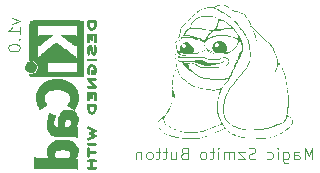
<source format=gbr>
%TF.GenerationSoftware,KiCad,Pcbnew,(7.0.0)*%
%TF.CreationDate,2023-02-26T22:34:47+01:00*%
%TF.ProjectId,Prj_1_LED_torch,50726a5f-315f-44c4-9544-5f746f726368,0.1*%
%TF.SameCoordinates,Original*%
%TF.FileFunction,Legend,Bot*%
%TF.FilePolarity,Positive*%
%FSLAX46Y46*%
G04 Gerber Fmt 4.6, Leading zero omitted, Abs format (unit mm)*
G04 Created by KiCad (PCBNEW (7.0.0)) date 2023-02-26 22:34:47*
%MOMM*%
%LPD*%
G01*
G04 APERTURE LIST*
%ADD10C,0.100000*%
%ADD11C,0.010000*%
G04 APERTURE END LIST*
D10*
X168671904Y-151547380D02*
X168671904Y-150547380D01*
X168671904Y-150547380D02*
X168338571Y-151261666D01*
X168338571Y-151261666D02*
X168005238Y-150547380D01*
X168005238Y-150547380D02*
X168005238Y-151547380D01*
X167100476Y-151547380D02*
X167100476Y-151023571D01*
X167100476Y-151023571D02*
X167148095Y-150928333D01*
X167148095Y-150928333D02*
X167243333Y-150880714D01*
X167243333Y-150880714D02*
X167433809Y-150880714D01*
X167433809Y-150880714D02*
X167529047Y-150928333D01*
X167100476Y-151499761D02*
X167195714Y-151547380D01*
X167195714Y-151547380D02*
X167433809Y-151547380D01*
X167433809Y-151547380D02*
X167529047Y-151499761D01*
X167529047Y-151499761D02*
X167576666Y-151404523D01*
X167576666Y-151404523D02*
X167576666Y-151309285D01*
X167576666Y-151309285D02*
X167529047Y-151214047D01*
X167529047Y-151214047D02*
X167433809Y-151166428D01*
X167433809Y-151166428D02*
X167195714Y-151166428D01*
X167195714Y-151166428D02*
X167100476Y-151118809D01*
X166195714Y-150880714D02*
X166195714Y-151690238D01*
X166195714Y-151690238D02*
X166243333Y-151785476D01*
X166243333Y-151785476D02*
X166290952Y-151833095D01*
X166290952Y-151833095D02*
X166386190Y-151880714D01*
X166386190Y-151880714D02*
X166529047Y-151880714D01*
X166529047Y-151880714D02*
X166624285Y-151833095D01*
X166195714Y-151499761D02*
X166290952Y-151547380D01*
X166290952Y-151547380D02*
X166481428Y-151547380D01*
X166481428Y-151547380D02*
X166576666Y-151499761D01*
X166576666Y-151499761D02*
X166624285Y-151452142D01*
X166624285Y-151452142D02*
X166671904Y-151356904D01*
X166671904Y-151356904D02*
X166671904Y-151071190D01*
X166671904Y-151071190D02*
X166624285Y-150975952D01*
X166624285Y-150975952D02*
X166576666Y-150928333D01*
X166576666Y-150928333D02*
X166481428Y-150880714D01*
X166481428Y-150880714D02*
X166290952Y-150880714D01*
X166290952Y-150880714D02*
X166195714Y-150928333D01*
X165719523Y-151547380D02*
X165719523Y-150880714D01*
X165719523Y-150547380D02*
X165767142Y-150595000D01*
X165767142Y-150595000D02*
X165719523Y-150642619D01*
X165719523Y-150642619D02*
X165671904Y-150595000D01*
X165671904Y-150595000D02*
X165719523Y-150547380D01*
X165719523Y-150547380D02*
X165719523Y-150642619D01*
X164814762Y-151499761D02*
X164910000Y-151547380D01*
X164910000Y-151547380D02*
X165100476Y-151547380D01*
X165100476Y-151547380D02*
X165195714Y-151499761D01*
X165195714Y-151499761D02*
X165243333Y-151452142D01*
X165243333Y-151452142D02*
X165290952Y-151356904D01*
X165290952Y-151356904D02*
X165290952Y-151071190D01*
X165290952Y-151071190D02*
X165243333Y-150975952D01*
X165243333Y-150975952D02*
X165195714Y-150928333D01*
X165195714Y-150928333D02*
X165100476Y-150880714D01*
X165100476Y-150880714D02*
X164910000Y-150880714D01*
X164910000Y-150880714D02*
X164814762Y-150928333D01*
X163833809Y-151499761D02*
X163690952Y-151547380D01*
X163690952Y-151547380D02*
X163452857Y-151547380D01*
X163452857Y-151547380D02*
X163357619Y-151499761D01*
X163357619Y-151499761D02*
X163310000Y-151452142D01*
X163310000Y-151452142D02*
X163262381Y-151356904D01*
X163262381Y-151356904D02*
X163262381Y-151261666D01*
X163262381Y-151261666D02*
X163310000Y-151166428D01*
X163310000Y-151166428D02*
X163357619Y-151118809D01*
X163357619Y-151118809D02*
X163452857Y-151071190D01*
X163452857Y-151071190D02*
X163643333Y-151023571D01*
X163643333Y-151023571D02*
X163738571Y-150975952D01*
X163738571Y-150975952D02*
X163786190Y-150928333D01*
X163786190Y-150928333D02*
X163833809Y-150833095D01*
X163833809Y-150833095D02*
X163833809Y-150737857D01*
X163833809Y-150737857D02*
X163786190Y-150642619D01*
X163786190Y-150642619D02*
X163738571Y-150595000D01*
X163738571Y-150595000D02*
X163643333Y-150547380D01*
X163643333Y-150547380D02*
X163405238Y-150547380D01*
X163405238Y-150547380D02*
X163262381Y-150595000D01*
X162929047Y-150880714D02*
X162405238Y-150880714D01*
X162405238Y-150880714D02*
X162929047Y-151547380D01*
X162929047Y-151547380D02*
X162405238Y-151547380D01*
X162024285Y-151547380D02*
X162024285Y-150880714D01*
X162024285Y-150975952D02*
X161976666Y-150928333D01*
X161976666Y-150928333D02*
X161881428Y-150880714D01*
X161881428Y-150880714D02*
X161738571Y-150880714D01*
X161738571Y-150880714D02*
X161643333Y-150928333D01*
X161643333Y-150928333D02*
X161595714Y-151023571D01*
X161595714Y-151023571D02*
X161595714Y-151547380D01*
X161595714Y-151023571D02*
X161548095Y-150928333D01*
X161548095Y-150928333D02*
X161452857Y-150880714D01*
X161452857Y-150880714D02*
X161310000Y-150880714D01*
X161310000Y-150880714D02*
X161214761Y-150928333D01*
X161214761Y-150928333D02*
X161167142Y-151023571D01*
X161167142Y-151023571D02*
X161167142Y-151547380D01*
X160690952Y-151547380D02*
X160690952Y-150880714D01*
X160690952Y-150547380D02*
X160738571Y-150595000D01*
X160738571Y-150595000D02*
X160690952Y-150642619D01*
X160690952Y-150642619D02*
X160643333Y-150595000D01*
X160643333Y-150595000D02*
X160690952Y-150547380D01*
X160690952Y-150547380D02*
X160690952Y-150642619D01*
X160357619Y-150880714D02*
X159976667Y-150880714D01*
X160214762Y-150547380D02*
X160214762Y-151404523D01*
X160214762Y-151404523D02*
X160167143Y-151499761D01*
X160167143Y-151499761D02*
X160071905Y-151547380D01*
X160071905Y-151547380D02*
X159976667Y-151547380D01*
X159500476Y-151547380D02*
X159595714Y-151499761D01*
X159595714Y-151499761D02*
X159643333Y-151452142D01*
X159643333Y-151452142D02*
X159690952Y-151356904D01*
X159690952Y-151356904D02*
X159690952Y-151071190D01*
X159690952Y-151071190D02*
X159643333Y-150975952D01*
X159643333Y-150975952D02*
X159595714Y-150928333D01*
X159595714Y-150928333D02*
X159500476Y-150880714D01*
X159500476Y-150880714D02*
X159357619Y-150880714D01*
X159357619Y-150880714D02*
X159262381Y-150928333D01*
X159262381Y-150928333D02*
X159214762Y-150975952D01*
X159214762Y-150975952D02*
X159167143Y-151071190D01*
X159167143Y-151071190D02*
X159167143Y-151356904D01*
X159167143Y-151356904D02*
X159214762Y-151452142D01*
X159214762Y-151452142D02*
X159262381Y-151499761D01*
X159262381Y-151499761D02*
X159357619Y-151547380D01*
X159357619Y-151547380D02*
X159500476Y-151547380D01*
X157805238Y-151023571D02*
X157662381Y-151071190D01*
X157662381Y-151071190D02*
X157614762Y-151118809D01*
X157614762Y-151118809D02*
X157567143Y-151214047D01*
X157567143Y-151214047D02*
X157567143Y-151356904D01*
X157567143Y-151356904D02*
X157614762Y-151452142D01*
X157614762Y-151452142D02*
X157662381Y-151499761D01*
X157662381Y-151499761D02*
X157757619Y-151547380D01*
X157757619Y-151547380D02*
X158138571Y-151547380D01*
X158138571Y-151547380D02*
X158138571Y-150547380D01*
X158138571Y-150547380D02*
X157805238Y-150547380D01*
X157805238Y-150547380D02*
X157710000Y-150595000D01*
X157710000Y-150595000D02*
X157662381Y-150642619D01*
X157662381Y-150642619D02*
X157614762Y-150737857D01*
X157614762Y-150737857D02*
X157614762Y-150833095D01*
X157614762Y-150833095D02*
X157662381Y-150928333D01*
X157662381Y-150928333D02*
X157710000Y-150975952D01*
X157710000Y-150975952D02*
X157805238Y-151023571D01*
X157805238Y-151023571D02*
X158138571Y-151023571D01*
X156710000Y-150880714D02*
X156710000Y-151547380D01*
X157138571Y-150880714D02*
X157138571Y-151404523D01*
X157138571Y-151404523D02*
X157090952Y-151499761D01*
X157090952Y-151499761D02*
X156995714Y-151547380D01*
X156995714Y-151547380D02*
X156852857Y-151547380D01*
X156852857Y-151547380D02*
X156757619Y-151499761D01*
X156757619Y-151499761D02*
X156710000Y-151452142D01*
X156376666Y-150880714D02*
X155995714Y-150880714D01*
X156233809Y-150547380D02*
X156233809Y-151404523D01*
X156233809Y-151404523D02*
X156186190Y-151499761D01*
X156186190Y-151499761D02*
X156090952Y-151547380D01*
X156090952Y-151547380D02*
X155995714Y-151547380D01*
X155805237Y-150880714D02*
X155424285Y-150880714D01*
X155662380Y-150547380D02*
X155662380Y-151404523D01*
X155662380Y-151404523D02*
X155614761Y-151499761D01*
X155614761Y-151499761D02*
X155519523Y-151547380D01*
X155519523Y-151547380D02*
X155424285Y-151547380D01*
X154948094Y-151547380D02*
X155043332Y-151499761D01*
X155043332Y-151499761D02*
X155090951Y-151452142D01*
X155090951Y-151452142D02*
X155138570Y-151356904D01*
X155138570Y-151356904D02*
X155138570Y-151071190D01*
X155138570Y-151071190D02*
X155090951Y-150975952D01*
X155090951Y-150975952D02*
X155043332Y-150928333D01*
X155043332Y-150928333D02*
X154948094Y-150880714D01*
X154948094Y-150880714D02*
X154805237Y-150880714D01*
X154805237Y-150880714D02*
X154709999Y-150928333D01*
X154709999Y-150928333D02*
X154662380Y-150975952D01*
X154662380Y-150975952D02*
X154614761Y-151071190D01*
X154614761Y-151071190D02*
X154614761Y-151356904D01*
X154614761Y-151356904D02*
X154662380Y-151452142D01*
X154662380Y-151452142D02*
X154709999Y-151499761D01*
X154709999Y-151499761D02*
X154805237Y-151547380D01*
X154805237Y-151547380D02*
X154948094Y-151547380D01*
X154186189Y-150880714D02*
X154186189Y-151547380D01*
X154186189Y-150975952D02*
X154138570Y-150928333D01*
X154138570Y-150928333D02*
X154043332Y-150880714D01*
X154043332Y-150880714D02*
X153900475Y-150880714D01*
X153900475Y-150880714D02*
X153805237Y-150928333D01*
X153805237Y-150928333D02*
X153757618Y-151023571D01*
X153757618Y-151023571D02*
X153757618Y-151547380D01*
X143248630Y-139560592D02*
X143915296Y-139798687D01*
X143915296Y-139798687D02*
X143248630Y-140036782D01*
X143915296Y-140941544D02*
X143915296Y-140370116D01*
X143915296Y-140655830D02*
X142915296Y-140655830D01*
X142915296Y-140655830D02*
X143058154Y-140560592D01*
X143058154Y-140560592D02*
X143153392Y-140465354D01*
X143153392Y-140465354D02*
X143201011Y-140370116D01*
X143820058Y-141370116D02*
X143867677Y-141417735D01*
X143867677Y-141417735D02*
X143915296Y-141370116D01*
X143915296Y-141370116D02*
X143867677Y-141322497D01*
X143867677Y-141322497D02*
X143820058Y-141370116D01*
X143820058Y-141370116D02*
X143915296Y-141370116D01*
X142915296Y-142036782D02*
X142915296Y-142132020D01*
X142915296Y-142132020D02*
X142962916Y-142227258D01*
X142962916Y-142227258D02*
X143010535Y-142274877D01*
X143010535Y-142274877D02*
X143105773Y-142322496D01*
X143105773Y-142322496D02*
X143296249Y-142370115D01*
X143296249Y-142370115D02*
X143534344Y-142370115D01*
X143534344Y-142370115D02*
X143724820Y-142322496D01*
X143724820Y-142322496D02*
X143820058Y-142274877D01*
X143820058Y-142274877D02*
X143867677Y-142227258D01*
X143867677Y-142227258D02*
X143915296Y-142132020D01*
X143915296Y-142132020D02*
X143915296Y-142036782D01*
X143915296Y-142036782D02*
X143867677Y-141941544D01*
X143867677Y-141941544D02*
X143820058Y-141893925D01*
X143820058Y-141893925D02*
X143724820Y-141846306D01*
X143724820Y-141846306D02*
X143534344Y-141798687D01*
X143534344Y-141798687D02*
X143296249Y-141798687D01*
X143296249Y-141798687D02*
X143105773Y-141846306D01*
X143105773Y-141846306D02*
X143010535Y-141893925D01*
X143010535Y-141893925D02*
X142962916Y-141941544D01*
X142962916Y-141941544D02*
X142915296Y-142036782D01*
%TO.C,G\u002A\u002A\u002A*%
G36*
X166420050Y-147761059D02*
G01*
X166407537Y-147773571D01*
X166395025Y-147761059D01*
X166407537Y-147748546D01*
X166420050Y-147761059D01*
G37*
G36*
X166294926Y-148061354D02*
G01*
X166282414Y-148073867D01*
X166269902Y-148061354D01*
X166282414Y-148048842D01*
X166294926Y-148061354D01*
G37*
G36*
X165619261Y-148536822D02*
G01*
X165606749Y-148549335D01*
X165594237Y-148536822D01*
X165606749Y-148524310D01*
X165619261Y-148536822D01*
G37*
G36*
X162666355Y-141930320D02*
G01*
X162653843Y-141942832D01*
X162641330Y-141930320D01*
X162653843Y-141917808D01*
X162666355Y-141930320D01*
G37*
G36*
X162591281Y-139202635D02*
G01*
X162578769Y-139215147D01*
X162566256Y-139202635D01*
X162578769Y-139190123D01*
X162591281Y-139202635D01*
G37*
G36*
X162566256Y-142430812D02*
G01*
X162553744Y-142443325D01*
X162541232Y-142430812D01*
X162553744Y-142418300D01*
X162566256Y-142430812D01*
G37*
G36*
X162341035Y-143056428D02*
G01*
X162328523Y-143068941D01*
X162316010Y-143056428D01*
X162328523Y-143043916D01*
X162341035Y-143056428D01*
G37*
G36*
X161790493Y-141079482D02*
G01*
X161777981Y-141091995D01*
X161765468Y-141079482D01*
X161777981Y-141066970D01*
X161790493Y-141079482D01*
G37*
G36*
X161715419Y-141054458D02*
G01*
X161702907Y-141066970D01*
X161690394Y-141054458D01*
X161702907Y-141041945D01*
X161715419Y-141054458D01*
G37*
G36*
X161615321Y-140178596D02*
G01*
X161602808Y-140191108D01*
X161590296Y-140178596D01*
X161602808Y-140166083D01*
X161615321Y-140178596D01*
G37*
G36*
X161014729Y-139828251D02*
G01*
X161002217Y-139840763D01*
X160989705Y-139828251D01*
X161002217Y-139815739D01*
X161014729Y-139828251D01*
G37*
G36*
X160514237Y-149237512D02*
G01*
X160501724Y-149250024D01*
X160489212Y-149237512D01*
X160501724Y-149225000D01*
X160514237Y-149237512D01*
G37*
G36*
X160464188Y-149262537D02*
G01*
X160451675Y-149275049D01*
X160439163Y-149262537D01*
X160451675Y-149250024D01*
X160464188Y-149262537D01*
G37*
G36*
X159663399Y-142055443D02*
G01*
X159650887Y-142067955D01*
X159638375Y-142055443D01*
X159650887Y-142042931D01*
X159663399Y-142055443D01*
G37*
G36*
X166445074Y-147423226D02*
G01*
X166443268Y-147436474D01*
X166428391Y-147439909D01*
X166425396Y-147436242D01*
X166428391Y-147406543D01*
X166435918Y-147402628D01*
X166445074Y-147423226D01*
G37*
G36*
X162516207Y-141567463D02*
G01*
X162514401Y-141580711D01*
X162499524Y-141584146D01*
X162496529Y-141580478D01*
X162499524Y-141550780D01*
X162507051Y-141546865D01*
X162516207Y-141567463D01*
G37*
G36*
X162095481Y-141149974D02*
G01*
X162107064Y-141158981D01*
X162080362Y-141165093D01*
X162054980Y-141163324D01*
X162047517Y-141151950D01*
X162056370Y-141146991D01*
X162095481Y-141149974D01*
G37*
G36*
X161982348Y-141125361D02*
G01*
X161986263Y-141132888D01*
X161965665Y-141142044D01*
X161952417Y-141140238D01*
X161948982Y-141125361D01*
X161952650Y-141122366D01*
X161982348Y-141125361D01*
G37*
G36*
X157060838Y-144094950D02*
G01*
X157059032Y-144108198D01*
X157044155Y-144111633D01*
X157041160Y-144107966D01*
X157044155Y-144078267D01*
X157051682Y-144074352D01*
X157060838Y-144094950D01*
G37*
G36*
X162627587Y-142315600D02*
G01*
X162641330Y-142357215D01*
X162638122Y-142386005D01*
X162625685Y-142386561D01*
X162609046Y-142343192D01*
X162605851Y-142315139D01*
X162618640Y-142307132D01*
X162627587Y-142315600D01*
G37*
G36*
X162548082Y-141635104D02*
G01*
X162566256Y-141669038D01*
X162564935Y-141683072D01*
X162551877Y-141688973D01*
X162531684Y-141653749D01*
X162527298Y-141634229D01*
X162541519Y-141630201D01*
X162548082Y-141635104D01*
G37*
G36*
X158527168Y-139436503D02*
G01*
X158519443Y-139447619D01*
X158498277Y-139465394D01*
X158494779Y-139465150D01*
X158489268Y-139450664D01*
X158516133Y-139425467D01*
X158530118Y-139419378D01*
X158527168Y-139436503D01*
G37*
G36*
X156743993Y-146745632D02*
G01*
X156744260Y-146785900D01*
X156730986Y-146813371D01*
X156716050Y-146816199D01*
X156710493Y-146771109D01*
X156715568Y-146742611D01*
X156734425Y-146734373D01*
X156743993Y-146745632D01*
G37*
G36*
X164082784Y-140892949D02*
G01*
X164105271Y-140916822D01*
X164109181Y-140926516D01*
X164094236Y-140941847D01*
X164086972Y-140940885D01*
X164067734Y-140916822D01*
X164068021Y-140911159D01*
X164078770Y-140891798D01*
X164082784Y-140892949D01*
G37*
G36*
X161959409Y-141074745D02*
G01*
X161966509Y-141077084D01*
X161961144Y-141083580D01*
X161915616Y-141086189D01*
X161898637Y-141085947D01*
X161864035Y-141081998D01*
X161871823Y-141074745D01*
X161895941Y-141070853D01*
X161959409Y-141074745D01*
G37*
G36*
X159694680Y-142114813D02*
G01*
X159721372Y-142137717D01*
X159738473Y-142158606D01*
X159738062Y-142162997D01*
X159721758Y-142163166D01*
X159685232Y-142124261D01*
X159671253Y-142106129D01*
X159665039Y-142093170D01*
X159694680Y-142114813D01*
G37*
G36*
X157028619Y-144163224D02*
G01*
X157020798Y-144205059D01*
X157009725Y-144226316D01*
X156992093Y-144234744D01*
X156987953Y-144221869D01*
X156995774Y-144180034D01*
X157006847Y-144158776D01*
X157024479Y-144150349D01*
X157028619Y-144163224D01*
G37*
G36*
X160339064Y-149298930D02*
G01*
X160314835Y-149311284D01*
X160253564Y-149324715D01*
X160242646Y-149324642D01*
X160216346Y-149319497D01*
X160236705Y-149307532D01*
X160301527Y-149290321D01*
X160324151Y-149285615D01*
X160353191Y-149284004D01*
X160339064Y-149298930D01*
G37*
G36*
X157155121Y-143875281D02*
G01*
X157148832Y-143921966D01*
X157118843Y-143979319D01*
X157082816Y-144018277D01*
X157066870Y-144016813D01*
X157072702Y-143980524D01*
X157101852Y-143915218D01*
X157121433Y-143880827D01*
X157143458Y-143857365D01*
X157155121Y-143875281D01*
G37*
G36*
X157106386Y-142616227D02*
G01*
X157110887Y-142665853D01*
X157110823Y-142672123D01*
X157103289Y-142720950D01*
X157086212Y-142731324D01*
X157070081Y-142697600D01*
X157072918Y-142645357D01*
X157093559Y-142602459D01*
X157095370Y-142601089D01*
X157106386Y-142616227D01*
G37*
G36*
X159548609Y-141831837D02*
G01*
X159576215Y-141901600D01*
X159598538Y-141969473D01*
X159603185Y-141992146D01*
X159594238Y-141989665D01*
X159565209Y-141942832D01*
X159557251Y-141928212D01*
X159527398Y-141858967D01*
X159515280Y-141805197D01*
X159516322Y-141788768D01*
X159526192Y-141787485D01*
X159548609Y-141831837D01*
G37*
G36*
X159338079Y-138828496D02*
G01*
X159337373Y-138830270D01*
X159310495Y-138848901D01*
X159256749Y-138875202D01*
X159209903Y-138895610D01*
X159173698Y-138909869D01*
X159165277Y-138908024D01*
X159173896Y-138892291D01*
X159183055Y-138883412D01*
X159222567Y-138861118D01*
X159274158Y-138839644D01*
X159318953Y-138826326D01*
X159338079Y-138828496D01*
G37*
G36*
X156789967Y-146497343D02*
G01*
X156807690Y-146508469D01*
X156805404Y-146546202D01*
X156782673Y-146619981D01*
X156779249Y-146629491D01*
X156758108Y-146675896D01*
X156743523Y-146688834D01*
X156739044Y-146675549D01*
X156741726Y-146628548D01*
X156754061Y-146569408D01*
X156771214Y-146518780D01*
X156788352Y-146497315D01*
X156789967Y-146497343D01*
G37*
G36*
X157469195Y-141375753D02*
G01*
X157432451Y-141426312D01*
X157364127Y-141510543D01*
X157327050Y-141553028D01*
X157285722Y-141593720D01*
X157265044Y-141604838D01*
X157263914Y-141603071D01*
X157272623Y-141572522D01*
X157304330Y-141520714D01*
X157349098Y-141461040D01*
X157396986Y-141406895D01*
X157438056Y-141371674D01*
X157455491Y-141361472D01*
X157476247Y-141355321D01*
X157469195Y-141375753D01*
G37*
G36*
X161278863Y-138479502D02*
G01*
X161333941Y-138500267D01*
X161412748Y-138540083D01*
X161501662Y-138591373D01*
X161589784Y-138647213D01*
X161666220Y-138700680D01*
X161720072Y-138744851D01*
X161740444Y-138772800D01*
X161733022Y-138773657D01*
X161694499Y-138758232D01*
X161634847Y-138728181D01*
X161567410Y-138690723D01*
X161505533Y-138653078D01*
X161462559Y-138622465D01*
X161437891Y-138606301D01*
X161372146Y-138574170D01*
X161290918Y-138542061D01*
X161260757Y-138530531D01*
X161204675Y-138500746D01*
X161188225Y-138478295D01*
X161212567Y-138469204D01*
X161278863Y-138479502D01*
G37*
G36*
X163716588Y-140685453D02*
G01*
X163753618Y-140745033D01*
X163793074Y-140836044D01*
X163832415Y-140948961D01*
X163869101Y-141074262D01*
X163900595Y-141202420D01*
X163924355Y-141323913D01*
X163937843Y-141429216D01*
X163938518Y-141508805D01*
X163923843Y-141553155D01*
X163909642Y-141551090D01*
X163897690Y-141513533D01*
X163886140Y-141440421D01*
X163860794Y-141316945D01*
X163828086Y-141180583D01*
X163792037Y-141046878D01*
X163756665Y-140931372D01*
X163725990Y-140849608D01*
X163701188Y-140792906D01*
X163674055Y-140718706D01*
X163669898Y-140678604D01*
X163687448Y-140666576D01*
X163716588Y-140685453D01*
G37*
G36*
X159112053Y-138943262D02*
G01*
X159060815Y-138984762D01*
X158970762Y-139046516D01*
X158968963Y-139047692D01*
X158868000Y-139119539D01*
X158766953Y-139200734D01*
X158687439Y-139273924D01*
X158631827Y-139330423D01*
X158587769Y-139373558D01*
X158568572Y-139390132D01*
X158565382Y-139389873D01*
X158564823Y-139371521D01*
X158594369Y-139329348D01*
X158646747Y-139270446D01*
X158714681Y-139201902D01*
X158790896Y-139130809D01*
X158868117Y-139064254D01*
X158939070Y-139009327D01*
X158996479Y-138973119D01*
X159026625Y-138958140D01*
X159095584Y-138928166D01*
X159123851Y-138923802D01*
X159112053Y-138943262D01*
G37*
G36*
X157098754Y-142930893D02*
G01*
X157110330Y-142979016D01*
X157122511Y-143065434D01*
X157136571Y-143195975D01*
X157144074Y-143263849D01*
X157161395Y-143390425D01*
X157180792Y-143503870D01*
X157199306Y-143585797D01*
X157212583Y-143635167D01*
X157229425Y-143708814D01*
X157236010Y-143754713D01*
X157232800Y-143774226D01*
X157210986Y-143794655D01*
X157203874Y-143794454D01*
X157188637Y-143787110D01*
X157179309Y-143758563D01*
X157170060Y-143694556D01*
X157168932Y-143685909D01*
X157161090Y-143626941D01*
X157148424Y-143532534D01*
X157132420Y-143413750D01*
X157114565Y-143281650D01*
X157108375Y-143235229D01*
X157093221Y-143114424D01*
X157082212Y-143015648D01*
X157076315Y-142948075D01*
X157076500Y-142920878D01*
X157086512Y-142915239D01*
X157098754Y-142930893D01*
G37*
G36*
X156954838Y-144326363D02*
G01*
X156954558Y-144354419D01*
X156940707Y-144421634D01*
X156914772Y-144502691D01*
X156895399Y-144568566D01*
X156871382Y-144690334D01*
X156850665Y-144838312D01*
X156834553Y-144998876D01*
X156824353Y-145158402D01*
X156821369Y-145303268D01*
X156826905Y-145419849D01*
X156831720Y-145479334D01*
X156830321Y-145547723D01*
X156817072Y-145571404D01*
X156813005Y-145570499D01*
X156794464Y-145538569D01*
X156780799Y-145467611D01*
X156772503Y-145366720D01*
X156770069Y-145244991D01*
X156773991Y-145111519D01*
X156784760Y-144975401D01*
X156787393Y-144952396D01*
X156803166Y-144845488D01*
X156824710Y-144730369D01*
X156849876Y-144615237D01*
X156876515Y-144508291D01*
X156902480Y-144417732D01*
X156925621Y-144351758D01*
X156943790Y-144318568D01*
X156954838Y-144326363D01*
G37*
G36*
X161654661Y-149243913D02*
G01*
X161663512Y-149250472D01*
X161746402Y-149301124D01*
X161863928Y-149361193D01*
X162004752Y-149425686D01*
X162157538Y-149489610D01*
X162310948Y-149547972D01*
X162453646Y-149595780D01*
X162462650Y-149598515D01*
X162598526Y-149634720D01*
X162744206Y-149663245D01*
X162909740Y-149685457D01*
X163105177Y-149702722D01*
X163340565Y-149716406D01*
X163394571Y-149719238D01*
X163509238Y-149727190D01*
X163597428Y-149736099D01*
X163651293Y-149745070D01*
X163662987Y-149753207D01*
X163652294Y-149756345D01*
X163597149Y-149761283D01*
X163506115Y-149763576D01*
X163388834Y-149763071D01*
X163254947Y-149759618D01*
X163171753Y-149755956D01*
X162827448Y-149723781D01*
X162516194Y-149664105D01*
X162229623Y-149574957D01*
X161959368Y-149454365D01*
X161857817Y-149399205D01*
X161753933Y-149337150D01*
X161671183Y-149281690D01*
X161621535Y-149240407D01*
X161552759Y-149165576D01*
X161654661Y-149243913D01*
G37*
G36*
X156837517Y-145668292D02*
G01*
X156855542Y-145685552D01*
X156862165Y-145693022D01*
X156918904Y-145781156D01*
X156972300Y-145901855D01*
X157017175Y-146039523D01*
X157048351Y-146178562D01*
X157060649Y-146303374D01*
X157056534Y-146311975D01*
X157023301Y-146322143D01*
X156998569Y-146309537D01*
X156985764Y-146258150D01*
X156983040Y-146217104D01*
X156969964Y-146135975D01*
X156950027Y-146049863D01*
X156927659Y-145976973D01*
X156907288Y-145935512D01*
X156895208Y-145914115D01*
X156884079Y-145860438D01*
X156882899Y-145833968D01*
X156877280Y-145825624D01*
X156860744Y-145863056D01*
X156855064Y-145882328D01*
X156846140Y-145952802D01*
X156845740Y-146036458D01*
X156846824Y-146067635D01*
X156844027Y-146159353D01*
X156834100Y-146232786D01*
X156832259Y-146239167D01*
X156825210Y-146236102D01*
X156819457Y-146188053D01*
X156815328Y-146099104D01*
X156813153Y-145973335D01*
X156812984Y-145950763D01*
X156812424Y-145822838D01*
X156813614Y-145737306D01*
X156817537Y-145687491D01*
X156825177Y-145666712D01*
X156837517Y-145668292D01*
G37*
G36*
X166965010Y-148111404D02*
G01*
X166977290Y-148126395D01*
X167010353Y-148193762D01*
X167031340Y-148276248D01*
X167037107Y-148329213D01*
X167032762Y-148385275D01*
X167008737Y-148440238D01*
X166958979Y-148513982D01*
X166921967Y-148565816D01*
X166859821Y-148654339D01*
X166809769Y-148727319D01*
X166800729Y-148740252D01*
X166737531Y-148815554D01*
X166670834Y-148877467D01*
X166652028Y-148891976D01*
X166576016Y-148952266D01*
X166500058Y-149014363D01*
X166289847Y-149178063D01*
X165989330Y-149371547D01*
X165691148Y-149515509D01*
X165604528Y-149549902D01*
X165415277Y-149621170D01*
X165252585Y-149674697D01*
X165103368Y-149713592D01*
X164954547Y-149740967D01*
X164793039Y-149759931D01*
X164605764Y-149773597D01*
X164501488Y-149779523D01*
X164302224Y-149789119D01*
X164146955Y-149793653D01*
X164031677Y-149793146D01*
X163952385Y-149787617D01*
X163905074Y-149777086D01*
X163906482Y-149770858D01*
X163949805Y-149762985D01*
X164034071Y-149755188D01*
X164154289Y-149747910D01*
X164305468Y-149741592D01*
X164456465Y-149736065D01*
X164653214Y-149726814D01*
X164816151Y-149714922D01*
X164955108Y-149698453D01*
X165079916Y-149675466D01*
X165200406Y-149644025D01*
X165326410Y-149602189D01*
X165467760Y-149548022D01*
X165634285Y-149479583D01*
X165724902Y-149441124D01*
X165842027Y-149387818D01*
X165942709Y-149335219D01*
X166045713Y-149273243D01*
X166169803Y-149191806D01*
X166236523Y-149146523D01*
X166448462Y-148993524D01*
X166619599Y-148852919D01*
X166754546Y-148720304D01*
X166857913Y-148591273D01*
X166934310Y-148461422D01*
X166974977Y-148350020D01*
X166979256Y-148232623D01*
X166939197Y-148111404D01*
X166914851Y-148061354D01*
X166965010Y-148111404D01*
G37*
G36*
X158452751Y-139502028D02*
G01*
X158433179Y-139530277D01*
X158392968Y-139575666D01*
X158339125Y-139630619D01*
X158278662Y-139687556D01*
X158218588Y-139738898D01*
X158169863Y-139780358D01*
X158085113Y-139858032D01*
X157988715Y-139950810D01*
X157893509Y-140046541D01*
X157890717Y-140049425D01*
X157749239Y-140210040D01*
X157641941Y-140368323D01*
X157562778Y-140537117D01*
X157505704Y-140729264D01*
X157464675Y-140957609D01*
X157460545Y-140983044D01*
X157436618Y-141066052D01*
X157392036Y-141153394D01*
X157319378Y-141260545D01*
X157311810Y-141271020D01*
X157240388Y-141378106D01*
X157172750Y-141492000D01*
X157122617Y-141589742D01*
X157110394Y-141617148D01*
X157086821Y-141674320D01*
X157071440Y-141726031D01*
X157063065Y-141783374D01*
X157060515Y-141857440D01*
X157062606Y-141959320D01*
X157068153Y-142100106D01*
X157068950Y-142119577D01*
X157073108Y-142259024D01*
X157072902Y-142356432D01*
X157068403Y-142409188D01*
X157059680Y-142414680D01*
X157058663Y-142412621D01*
X157048574Y-142368195D01*
X157038206Y-142285922D01*
X157028725Y-142176799D01*
X157021294Y-142051823D01*
X157006311Y-141730123D01*
X157108524Y-141529926D01*
X157119869Y-141508039D01*
X157182002Y-141396319D01*
X157247727Y-141288628D01*
X157304578Y-141205588D01*
X157361127Y-141121633D01*
X157396418Y-141036108D01*
X157414740Y-140930317D01*
X157423735Y-140859780D01*
X157478776Y-140619872D01*
X157571819Y-140400413D01*
X157706844Y-140193504D01*
X157887833Y-139991243D01*
X157968250Y-139912993D01*
X158086207Y-139801679D01*
X158199856Y-139698061D01*
X158301421Y-139609056D01*
X158383125Y-139541583D01*
X158437192Y-139502557D01*
X158444671Y-139498500D01*
X158452751Y-139502028D01*
G37*
G36*
X156677610Y-146975783D02*
G01*
X156659620Y-147044966D01*
X156629406Y-147136735D01*
X156591518Y-147238897D01*
X156550506Y-147339256D01*
X156510918Y-147425618D01*
X156477305Y-147485788D01*
X156438913Y-147538491D01*
X156378451Y-147616011D01*
X156312083Y-147697190D01*
X156237378Y-147789481D01*
X156183324Y-147869507D01*
X156152509Y-147941600D01*
X156138856Y-148020393D01*
X156136287Y-148120520D01*
X156138136Y-148186144D01*
X156156773Y-148328147D01*
X156200223Y-148439710D01*
X156274554Y-148532984D01*
X156385836Y-148620121D01*
X156482078Y-148680518D01*
X156599875Y-148747536D01*
X156704237Y-148800503D01*
X156706546Y-148801570D01*
X156784261Y-148841067D01*
X156839572Y-148875898D01*
X156860641Y-148898633D01*
X156860496Y-148903439D01*
X156854146Y-148918637D01*
X156833006Y-148919995D01*
X156789697Y-148905151D01*
X156716844Y-148871740D01*
X156607069Y-148817400D01*
X156578590Y-148802975D01*
X156405535Y-148706885D01*
X156274687Y-148614466D01*
X156180388Y-148518726D01*
X156116979Y-148412674D01*
X156078804Y-148289320D01*
X156060204Y-148141671D01*
X156047340Y-147946718D01*
X155933319Y-148019180D01*
X155930058Y-148021285D01*
X155856511Y-148080160D01*
X155773549Y-148162678D01*
X155698513Y-148251671D01*
X155677597Y-148278923D01*
X155628295Y-148337938D01*
X155600198Y-148362477D01*
X155596852Y-148349138D01*
X155606997Y-148322002D01*
X155663804Y-148225812D01*
X155749680Y-148121541D01*
X155853117Y-148020777D01*
X155962603Y-147935110D01*
X156066630Y-147876128D01*
X156092914Y-147863828D01*
X156156365Y-147821385D01*
X156217528Y-147756601D01*
X156288098Y-147657956D01*
X156288331Y-147657604D01*
X156377118Y-147517286D01*
X156462713Y-147370543D01*
X156538738Y-147229231D01*
X156598813Y-147105204D01*
X156636561Y-147010320D01*
X156646397Y-146982561D01*
X156666625Y-146943554D01*
X156679709Y-146943242D01*
X156677610Y-146975783D01*
G37*
G36*
X155602549Y-148572206D02*
G01*
X155621230Y-148642036D01*
X155635552Y-148703008D01*
X155674157Y-148801205D01*
X155737051Y-148904009D01*
X155831587Y-149024803D01*
X155859442Y-149057797D01*
X155931969Y-149140031D01*
X155994483Y-149200534D01*
X156060794Y-149250096D01*
X156144712Y-149299507D01*
X156260050Y-149359558D01*
X156261352Y-149360220D01*
X156523816Y-149474044D01*
X156827089Y-149571220D01*
X157164361Y-149650397D01*
X157528822Y-149710225D01*
X157913661Y-149749352D01*
X158312069Y-149766430D01*
X158317654Y-149766505D01*
X158643000Y-149762798D01*
X158929580Y-149741633D01*
X159185872Y-149701694D01*
X159420354Y-149641666D01*
X159641504Y-149560235D01*
X159649685Y-149556760D01*
X159744768Y-149518611D01*
X159796939Y-149502772D01*
X159805617Y-149509341D01*
X159770223Y-149538416D01*
X159720871Y-149566816D01*
X159618941Y-149611519D01*
X159489566Y-149658591D01*
X159345349Y-149703865D01*
X159198896Y-149743174D01*
X159062808Y-149772349D01*
X158937718Y-149790312D01*
X158770334Y-149805835D01*
X158584998Y-149816360D01*
X158392985Y-149821744D01*
X158205572Y-149821838D01*
X158034034Y-149816497D01*
X157889648Y-149805574D01*
X157783689Y-149788925D01*
X157705639Y-149772855D01*
X157601399Y-149757120D01*
X157519090Y-149750887D01*
X157486432Y-149749985D01*
X157431705Y-149745084D01*
X157363339Y-149734689D01*
X157274367Y-149717409D01*
X157157819Y-149691858D01*
X157006729Y-149656645D01*
X156814128Y-149610382D01*
X156790822Y-149604702D01*
X156607809Y-149556647D01*
X156460055Y-149509521D01*
X156334669Y-149458118D01*
X156218761Y-149397229D01*
X156099442Y-149321646D01*
X155989748Y-149240068D01*
X155850722Y-149113057D01*
X155732203Y-148977108D01*
X155640158Y-148840241D01*
X155580554Y-148710476D01*
X155559360Y-148595832D01*
X155559370Y-148593160D01*
X155566297Y-148543794D01*
X155582464Y-148538134D01*
X155602549Y-148572206D01*
G37*
G36*
X161802191Y-138820316D02*
G01*
X161856487Y-138853004D01*
X161895184Y-138877791D01*
X161942773Y-138902268D01*
X162000250Y-138923339D01*
X162077474Y-138943976D01*
X162184305Y-138967148D01*
X162330602Y-138995826D01*
X162486953Y-139033079D01*
X162683083Y-139107669D01*
X162856202Y-139212494D01*
X163012600Y-139352496D01*
X163158567Y-139532617D01*
X163300393Y-139757799D01*
X163310036Y-139774824D01*
X163374711Y-139892783D01*
X163431420Y-140002349D01*
X163474343Y-140091949D01*
X163497660Y-140150012D01*
X163535449Y-140228813D01*
X163618001Y-140304167D01*
X163648373Y-140327321D01*
X163714732Y-140386692D01*
X163802998Y-140471322D01*
X163906447Y-140574248D01*
X164018357Y-140688507D01*
X164132003Y-140807135D01*
X164240662Y-140923168D01*
X164337611Y-141029642D01*
X164416125Y-141119594D01*
X164469482Y-141186060D01*
X164500375Y-141226167D01*
X164542111Y-141273670D01*
X164566285Y-141292192D01*
X164579642Y-141297058D01*
X164627030Y-141327111D01*
X164695330Y-141377472D01*
X164773905Y-141439849D01*
X164852115Y-141505944D01*
X164919323Y-141567463D01*
X164982391Y-141630331D01*
X165134223Y-141800310D01*
X165263854Y-141978943D01*
X165380542Y-142179925D01*
X165493544Y-142416951D01*
X165527808Y-142496474D01*
X165566739Y-142593468D01*
X165602817Y-142693650D01*
X165639848Y-142808347D01*
X165681640Y-142948886D01*
X165731997Y-143126595D01*
X165745001Y-143164984D01*
X165792392Y-143264080D01*
X165850246Y-143351817D01*
X165851389Y-143353242D01*
X165897364Y-143417284D01*
X165959157Y-143512244D01*
X166028821Y-143625544D01*
X166098409Y-143744606D01*
X166152607Y-143841381D01*
X166209162Y-143948976D01*
X166254513Y-144047544D01*
X166294598Y-144151454D01*
X166335353Y-144275077D01*
X166382714Y-144432783D01*
X166408422Y-144533764D01*
X166439034Y-144680506D01*
X166469627Y-144851005D01*
X166497761Y-145031579D01*
X166520999Y-145208546D01*
X166522653Y-145222580D01*
X166536043Y-145330791D01*
X166549119Y-145428597D01*
X166559266Y-145496330D01*
X166561564Y-145511026D01*
X166563461Y-145556884D01*
X166550673Y-145558891D01*
X166539381Y-145536833D01*
X166519299Y-145464473D01*
X166495950Y-145347923D01*
X166469990Y-145190579D01*
X166442074Y-144995837D01*
X166429480Y-144904524D01*
X166407496Y-144760066D01*
X166385592Y-144643676D01*
X166360506Y-144541081D01*
X166328979Y-144438004D01*
X166287749Y-144320172D01*
X166264238Y-144256546D01*
X166173066Y-144029791D01*
X166080258Y-143828326D01*
X165988910Y-143658048D01*
X165902118Y-143524856D01*
X165822978Y-143434648D01*
X165822325Y-143434061D01*
X165791264Y-143409808D01*
X165770392Y-143408445D01*
X165756296Y-143436733D01*
X165745563Y-143501431D01*
X165734780Y-143609299D01*
X165726167Y-143674043D01*
X165702558Y-143782864D01*
X165673052Y-143872057D01*
X165661976Y-143896044D01*
X165617636Y-143975159D01*
X165567422Y-144047233D01*
X165520762Y-144099694D01*
X165487085Y-144119975D01*
X165483324Y-144119613D01*
X165469020Y-144098765D01*
X165476542Y-144063330D01*
X165501571Y-144037801D01*
X165504605Y-144036091D01*
X165531209Y-144001633D01*
X165567074Y-143934827D01*
X165605333Y-143848223D01*
X165621603Y-143807458D01*
X165644291Y-143745351D01*
X165659037Y-143689280D01*
X165666996Y-143628037D01*
X165669322Y-143550415D01*
X165667170Y-143445206D01*
X165661695Y-143301203D01*
X165658730Y-143235642D01*
X165645481Y-143056182D01*
X165623670Y-142907335D01*
X165589845Y-142774458D01*
X165540554Y-142642913D01*
X165472346Y-142498059D01*
X165449776Y-142452746D01*
X165405127Y-142361596D01*
X165360032Y-142268152D01*
X165319963Y-142190475D01*
X165222278Y-142031308D01*
X165106402Y-141871780D01*
X164980239Y-141721017D01*
X164851695Y-141588148D01*
X164728675Y-141482299D01*
X164619082Y-141412598D01*
X164579355Y-141386393D01*
X164513906Y-141329323D01*
X164447282Y-141259501D01*
X164399538Y-141207503D01*
X164314563Y-141124479D01*
X164236748Y-141058031D01*
X164196104Y-141024924D01*
X164148748Y-140978769D01*
X164130296Y-140949178D01*
X164125902Y-140935401D01*
X164094641Y-140892165D01*
X164044142Y-140838607D01*
X163987278Y-140786875D01*
X163936922Y-140749116D01*
X163905949Y-140737479D01*
X163897487Y-140739230D01*
X163898873Y-140726998D01*
X163901696Y-140702247D01*
X163878370Y-140665544D01*
X163842380Y-140636804D01*
X163810277Y-140633496D01*
X163799486Y-140637806D01*
X163802760Y-140620112D01*
X163803651Y-140603818D01*
X163778539Y-140556558D01*
X163725296Y-140494644D01*
X163627541Y-140406535D01*
X163544493Y-140356756D01*
X163468788Y-140341256D01*
X163455256Y-140339428D01*
X163422654Y-140311182D01*
X163416450Y-140266551D01*
X163442119Y-140228645D01*
X163448755Y-140223548D01*
X163467143Y-140185460D01*
X163466003Y-140176482D01*
X163450703Y-140174182D01*
X163435876Y-140164712D01*
X163408612Y-140119227D01*
X163376088Y-140047484D01*
X163348091Y-139983448D01*
X163304851Y-139897382D01*
X163267405Y-139836032D01*
X163263874Y-139831200D01*
X163230580Y-139778932D01*
X163216897Y-139744742D01*
X163210847Y-139727252D01*
X163179360Y-139690615D01*
X163160004Y-139667757D01*
X163141823Y-139612336D01*
X163134046Y-139590332D01*
X163099259Y-139537077D01*
X163045407Y-139468699D01*
X162982271Y-139396260D01*
X162919629Y-139330822D01*
X162867260Y-139283447D01*
X162834944Y-139265197D01*
X162833280Y-139265092D01*
X162796285Y-139249704D01*
X162742813Y-139216133D01*
X162663448Y-139171043D01*
X162533217Y-139119194D01*
X162378450Y-139073896D01*
X162213096Y-139039128D01*
X162051102Y-139018867D01*
X162026216Y-139011625D01*
X161968580Y-138981245D01*
X161900100Y-138936276D01*
X161834363Y-138886550D01*
X161784957Y-138841900D01*
X161765468Y-138812160D01*
X161769633Y-138808742D01*
X161802191Y-138820316D01*
G37*
G36*
X160856043Y-138466046D02*
G01*
X160879651Y-138475958D01*
X160859593Y-138493021D01*
X160799230Y-138515113D01*
X160701922Y-138540111D01*
X160633619Y-138557597D01*
X160550388Y-138584680D01*
X160495468Y-138609580D01*
X160477250Y-138623097D01*
X160445418Y-138663965D01*
X160441647Y-138699483D01*
X160469626Y-138714655D01*
X160479519Y-138717198D01*
X160529133Y-138739501D01*
X160610684Y-138781243D01*
X160716583Y-138838102D01*
X160839242Y-138905756D01*
X160971073Y-138979883D01*
X161104489Y-139056160D01*
X161231901Y-139130265D01*
X161345722Y-139197876D01*
X161438365Y-139254671D01*
X161502240Y-139296329D01*
X161529761Y-139318525D01*
X161529769Y-139318537D01*
X161556140Y-139342898D01*
X161612153Y-139385588D01*
X161685690Y-139437374D01*
X161758878Y-139489407D01*
X161836671Y-139549376D01*
X161890591Y-139596233D01*
X161908267Y-139612687D01*
X161978354Y-139669012D01*
X162055800Y-139722446D01*
X162144028Y-139789873D01*
X162261339Y-139919566D01*
X162360509Y-140078497D01*
X162369824Y-140095859D01*
X162426398Y-140184508D01*
X162488962Y-140264433D01*
X162511562Y-140290595D01*
X162550750Y-140342782D01*
X162566256Y-140374540D01*
X162566528Y-140376353D01*
X162587292Y-140407775D01*
X162634611Y-140461298D01*
X162699301Y-140526436D01*
X162711443Y-140538225D01*
X162881100Y-140734707D01*
X163034283Y-140972555D01*
X163167226Y-141245113D01*
X163276164Y-141545729D01*
X163286405Y-141581880D01*
X163314266Y-141701774D01*
X163343251Y-141852613D01*
X163370885Y-142020884D01*
X163394694Y-142193078D01*
X163414691Y-142360451D01*
X163428101Y-142493690D01*
X163435023Y-142602342D01*
X163435932Y-142698957D01*
X163431301Y-142796086D01*
X163421603Y-142906280D01*
X163398924Y-143082769D01*
X163357600Y-143278201D01*
X163297301Y-143459366D01*
X163213744Y-143635024D01*
X163102641Y-143813938D01*
X162959707Y-144004869D01*
X162780657Y-144216578D01*
X162768062Y-144230859D01*
X162596604Y-144426649D01*
X162451849Y-144594672D01*
X162335272Y-144733151D01*
X162248347Y-144840306D01*
X162192550Y-144914361D01*
X162169356Y-144953537D01*
X162165167Y-144961348D01*
X162132405Y-145001520D01*
X162075380Y-145062166D01*
X162003157Y-145133473D01*
X161904324Y-145237437D01*
X161769670Y-145410336D01*
X161654791Y-145594676D01*
X161571710Y-145772647D01*
X161562910Y-145795513D01*
X161522413Y-145893210D01*
X161471283Y-146009132D01*
X161418457Y-146122859D01*
X161370263Y-146233730D01*
X161320269Y-146377778D01*
X161290604Y-146502940D01*
X161275395Y-146590023D01*
X161257529Y-146674461D01*
X161242427Y-146728536D01*
X161234995Y-146752255D01*
X161217885Y-146838438D01*
X161202805Y-146954520D01*
X161190647Y-147087266D01*
X161182302Y-147223445D01*
X161178663Y-147349822D01*
X161180622Y-147453163D01*
X161189070Y-147520237D01*
X161195707Y-147547074D01*
X161206244Y-147610273D01*
X161204349Y-147645317D01*
X161202219Y-147664452D01*
X161210612Y-147721848D01*
X161228975Y-147799619D01*
X161252949Y-147881840D01*
X161278176Y-147952586D01*
X161300298Y-147995930D01*
X161320587Y-148026428D01*
X161358638Y-148090657D01*
X161402611Y-148169724D01*
X161486842Y-148292276D01*
X161627833Y-148428235D01*
X161635973Y-148434702D01*
X161778793Y-148545357D01*
X161898707Y-148630107D01*
X162009231Y-148696257D01*
X162123883Y-148751113D01*
X162256177Y-148801978D01*
X162419630Y-148856159D01*
X162591020Y-148909830D01*
X162742499Y-148954068D01*
X162871372Y-148985777D01*
X162989736Y-149006557D01*
X163109684Y-149018009D01*
X163243312Y-149021734D01*
X163402714Y-149019334D01*
X163599985Y-149012410D01*
X163797817Y-149004573D01*
X163974568Y-148997307D01*
X164113179Y-148991116D01*
X164219887Y-148985589D01*
X164300928Y-148980314D01*
X164362539Y-148974880D01*
X164410955Y-148968876D01*
X164452415Y-148961891D01*
X164493153Y-148953513D01*
X164518443Y-148948021D01*
X164683900Y-148911723D01*
X164808440Y-148883471D01*
X164899223Y-148861451D01*
X164963406Y-148843845D01*
X165008146Y-148828837D01*
X165040603Y-148814612D01*
X165101482Y-148788787D01*
X165181330Y-148763659D01*
X165210592Y-148754567D01*
X165287982Y-148721173D01*
X165369015Y-148677306D01*
X165426839Y-148645439D01*
X165522019Y-148603986D01*
X165645175Y-148561577D01*
X165806946Y-148514250D01*
X165813848Y-148512491D01*
X165862590Y-148501649D01*
X165932069Y-148487325D01*
X165978437Y-148474597D01*
X166060467Y-148439571D01*
X166139726Y-148393652D01*
X166205351Y-148344360D01*
X166246477Y-148299214D01*
X166252241Y-148265733D01*
X166248444Y-148256310D01*
X166265076Y-148258569D01*
X166268408Y-148260088D01*
X166296773Y-148245080D01*
X166331198Y-148191345D01*
X166368648Y-148108006D01*
X166406090Y-148004188D01*
X166440492Y-147889013D01*
X166468821Y-147771607D01*
X166488042Y-147661092D01*
X166495123Y-147566594D01*
X166502526Y-147483792D01*
X166520415Y-147398036D01*
X166544091Y-147307064D01*
X166589558Y-147042998D01*
X166612452Y-146738619D01*
X166612473Y-146397216D01*
X166608932Y-146305510D01*
X166601362Y-146168338D01*
X166592147Y-146050520D01*
X166582141Y-145962286D01*
X166572196Y-145913863D01*
X166563967Y-145885902D01*
X166551115Y-145804397D01*
X166546759Y-145713666D01*
X166547674Y-145678398D01*
X166553344Y-145626985D01*
X166563485Y-145622777D01*
X166577585Y-145663948D01*
X166595133Y-145748674D01*
X166615619Y-145875130D01*
X166638533Y-146041492D01*
X166658523Y-146211314D01*
X166677274Y-146439290D01*
X166683201Y-146654664D01*
X166675772Y-146869474D01*
X166654450Y-147095760D01*
X166618703Y-147345560D01*
X166567995Y-147630911D01*
X166556135Y-147696225D01*
X166549358Y-147767337D01*
X166562001Y-147811755D01*
X166599636Y-147843101D01*
X166667834Y-147874996D01*
X166710118Y-147895094D01*
X166790395Y-147942601D01*
X166847368Y-147988303D01*
X166848026Y-147989004D01*
X166882809Y-148032464D01*
X166880900Y-148046692D01*
X166846156Y-148031729D01*
X166782433Y-147987616D01*
X166719973Y-147946069D01*
X166630991Y-147910366D01*
X166559682Y-147910972D01*
X166512306Y-147947216D01*
X166495123Y-148018427D01*
X166493634Y-148034221D01*
X166471888Y-148104283D01*
X166430641Y-148192591D01*
X166378165Y-148282819D01*
X166322734Y-148358640D01*
X166277273Y-148402840D01*
X166170145Y-148473913D01*
X166019820Y-148544497D01*
X165822916Y-148616334D01*
X165730814Y-148647388D01*
X165573886Y-148702159D01*
X165409942Y-148761103D01*
X165262388Y-148815885D01*
X165146626Y-148857566D01*
X165015962Y-148900000D01*
X164899686Y-148933240D01*
X164813773Y-148952423D01*
X164740652Y-148965047D01*
X164674753Y-148978361D01*
X164643144Y-148987363D01*
X164603392Y-149000406D01*
X164518557Y-149015287D01*
X164398543Y-149029767D01*
X164251178Y-149043046D01*
X164084290Y-149054321D01*
X163905709Y-149062794D01*
X163817851Y-149066282D01*
X163692861Y-149072014D01*
X163592044Y-149077593D01*
X163524018Y-149082522D01*
X163497397Y-149086306D01*
X163479893Y-149088610D01*
X163421138Y-149089740D01*
X163331444Y-149088863D01*
X163221491Y-149085992D01*
X163154480Y-149083187D01*
X162973780Y-149067926D01*
X162802350Y-149039451D01*
X162622392Y-148994290D01*
X162416109Y-148928975D01*
X162412439Y-148927728D01*
X162256223Y-148873577D01*
X162132031Y-148826577D01*
X162028024Y-148780312D01*
X161932363Y-148728364D01*
X161833207Y-148664317D01*
X161718715Y-148581755D01*
X161577048Y-148474261D01*
X161503278Y-148411466D01*
X161385420Y-148275778D01*
X161288020Y-148108955D01*
X161207934Y-147905103D01*
X161142020Y-147658325D01*
X161137074Y-147635959D01*
X161116244Y-147537477D01*
X161103480Y-147459351D01*
X161098375Y-147387573D01*
X161100522Y-147308135D01*
X161109515Y-147207029D01*
X161124947Y-147070247D01*
X161133559Y-146998233D01*
X161168905Y-146744150D01*
X161207353Y-146533969D01*
X161250072Y-146362809D01*
X161298232Y-146225787D01*
X161353002Y-146118022D01*
X161390997Y-146050066D01*
X161447316Y-145929735D01*
X161489822Y-145816245D01*
X161505309Y-145770138D01*
X161586601Y-145587682D01*
X161699705Y-145395330D01*
X161836278Y-145206191D01*
X161987980Y-145033374D01*
X162050687Y-144967767D01*
X162132576Y-144878021D01*
X162199495Y-144800059D01*
X162241142Y-144745591D01*
X162264191Y-144712925D01*
X162326991Y-144633919D01*
X162394717Y-144557906D01*
X162399668Y-144552737D01*
X162467667Y-144481783D01*
X162551710Y-144394144D01*
X162634773Y-144307572D01*
X162684862Y-144253435D01*
X162818616Y-144093494D01*
X162958942Y-143906385D01*
X163095814Y-143705209D01*
X163114786Y-143673739D01*
X163169642Y-143566207D01*
X163230933Y-143427169D01*
X163293584Y-143268543D01*
X163352519Y-143102251D01*
X163352848Y-143101260D01*
X163368998Y-143046969D01*
X163379303Y-142992737D01*
X163384058Y-142928581D01*
X163383554Y-142844517D01*
X163378086Y-142730562D01*
X163367946Y-142576733D01*
X163367840Y-142575208D01*
X163353700Y-142391052D01*
X163338234Y-142234903D01*
X163318929Y-142087575D01*
X163293273Y-141929882D01*
X163258756Y-141742635D01*
X163258084Y-141739237D01*
X163244227Y-141681151D01*
X163221152Y-141594230D01*
X163193481Y-141495941D01*
X163176049Y-141441313D01*
X163124627Y-141309983D01*
X163058605Y-141167465D01*
X162983437Y-141023398D01*
X162904578Y-140887423D01*
X162827482Y-140769179D01*
X162757604Y-140678308D01*
X162700396Y-140624447D01*
X162682531Y-140610492D01*
X162632147Y-140558881D01*
X162561133Y-140474080D01*
X162467783Y-140353925D01*
X162350391Y-140196252D01*
X162207249Y-139998897D01*
X162152905Y-139931748D01*
X162043699Y-139819245D01*
X161906847Y-139695227D01*
X161751907Y-139567185D01*
X161588440Y-139442610D01*
X161426004Y-139328990D01*
X161274159Y-139233817D01*
X161142464Y-139164581D01*
X161112379Y-139150268D01*
X161026359Y-139106225D01*
X160921392Y-139049739D01*
X160813773Y-138989491D01*
X160774283Y-138967298D01*
X160647873Y-138900107D01*
X160519194Y-138836293D01*
X160410768Y-138787162D01*
X160244800Y-138732748D01*
X160059712Y-138707892D01*
X159858631Y-138717961D01*
X159631321Y-138762634D01*
X159577799Y-138775638D01*
X159484374Y-138795090D01*
X159416945Y-138805026D01*
X159380192Y-138805718D01*
X159378788Y-138797437D01*
X159417412Y-138780455D01*
X159500739Y-138755045D01*
X159568462Y-138735828D01*
X159664985Y-138706819D01*
X159738473Y-138682893D01*
X159767434Y-138675378D01*
X159850953Y-138663356D01*
X159959766Y-138655014D01*
X160077820Y-138651823D01*
X160145928Y-138651180D01*
X160261847Y-138645503D01*
X160340545Y-138633085D01*
X160390627Y-138612853D01*
X160444567Y-138583224D01*
X160542638Y-138540514D01*
X160650163Y-138502354D01*
X160749189Y-138474925D01*
X160821764Y-138464409D01*
X160856043Y-138466046D01*
G37*
G36*
X161954390Y-140363847D02*
G01*
X161994212Y-140404505D01*
X162120792Y-140543884D01*
X162232459Y-140678370D01*
X162321229Y-140800002D01*
X162323905Y-140804039D01*
X162397583Y-140917844D01*
X162463745Y-141024745D01*
X162517303Y-141116074D01*
X162553170Y-141183165D01*
X162566256Y-141217350D01*
X162566861Y-141221892D01*
X162582829Y-141262867D01*
X162613716Y-141322042D01*
X162632010Y-141357331D01*
X162678623Y-141474137D01*
X162691900Y-141517413D01*
X162722739Y-141617929D01*
X162759055Y-141767660D01*
X162760177Y-141772286D01*
X162786756Y-141920784D01*
X162798294Y-142047002D01*
X162797000Y-142148890D01*
X162796195Y-142155542D01*
X162785555Y-142243446D01*
X162760688Y-142348143D01*
X162719136Y-142480862D01*
X162714514Y-142494650D01*
X162679760Y-142593683D01*
X162654313Y-142658038D01*
X162644340Y-142683261D01*
X162603238Y-142773858D01*
X162551439Y-142875951D01*
X162507701Y-142956330D01*
X162483930Y-143000015D01*
X162395695Y-143156527D01*
X162384090Y-143177459D01*
X162341468Y-143258656D01*
X162289601Y-143361683D01*
X162237207Y-143469335D01*
X162227945Y-143488726D01*
X162165188Y-143619729D01*
X162097756Y-143759974D01*
X162038732Y-143882241D01*
X162032240Y-143895730D01*
X161976003Y-144017895D01*
X161920054Y-144147131D01*
X161875615Y-144257611D01*
X161871800Y-144267538D01*
X161822714Y-144380120D01*
X161759856Y-144506255D01*
X161758958Y-144507857D01*
X161695847Y-144620468D01*
X161642046Y-144704784D01*
X161573612Y-144804196D01*
X161500471Y-144904585D01*
X161429159Y-144997454D01*
X161366210Y-145074307D01*
X161318163Y-145126650D01*
X161291551Y-145145985D01*
X161275695Y-145154942D01*
X161234761Y-145196628D01*
X161180184Y-145262755D01*
X161119891Y-145342685D01*
X161061807Y-145425777D01*
X161013857Y-145501392D01*
X160983968Y-145558891D01*
X160957270Y-145629464D01*
X160922035Y-145729978D01*
X160887657Y-145834162D01*
X160856113Y-145932165D01*
X160824631Y-146027858D01*
X160801179Y-146096921D01*
X160761400Y-146218073D01*
X160726775Y-146349740D01*
X160702589Y-146484304D01*
X160687264Y-146633510D01*
X160679226Y-146809105D01*
X160676897Y-147022832D01*
X160677286Y-147146461D01*
X160679657Y-147296058D01*
X160684814Y-147411526D01*
X160693477Y-147502393D01*
X160706367Y-147578191D01*
X160724205Y-147648448D01*
X160747355Y-147725864D01*
X160786356Y-147849046D01*
X160826061Y-147967389D01*
X160862706Y-148070114D01*
X160892529Y-148146445D01*
X160911765Y-148185605D01*
X160925563Y-148209969D01*
X160954329Y-148270638D01*
X160988333Y-148349138D01*
X161066297Y-148514205D01*
X161200421Y-148734625D01*
X161352441Y-148924704D01*
X161359535Y-148932329D01*
X161449118Y-149030744D01*
X161502838Y-149094647D01*
X161520839Y-149124268D01*
X161503264Y-149119834D01*
X161450253Y-149081574D01*
X161414440Y-149052884D01*
X161353748Y-149000677D01*
X161315810Y-148963187D01*
X161308330Y-148954546D01*
X161271951Y-148928830D01*
X161228557Y-148935465D01*
X161163635Y-148975638D01*
X161158466Y-148979095D01*
X161107289Y-149006206D01*
X161027671Y-149042334D01*
X160930228Y-149083333D01*
X160825579Y-149125059D01*
X160724340Y-149163365D01*
X160637128Y-149194106D01*
X160574561Y-149213136D01*
X160547255Y-149216310D01*
X160547070Y-149216046D01*
X160565422Y-149201630D01*
X160618432Y-149173890D01*
X160695145Y-149138583D01*
X160791380Y-149095680D01*
X160960343Y-149014971D01*
X161081946Y-148948087D01*
X161155867Y-148895198D01*
X161209419Y-148846080D01*
X161146248Y-148733056D01*
X161109717Y-148670658D01*
X161077706Y-148636571D01*
X161036176Y-148627224D01*
X160967574Y-148632764D01*
X160915382Y-148642129D01*
X160813134Y-148668346D01*
X160684628Y-148706717D01*
X160541406Y-148753440D01*
X160395010Y-148804715D01*
X160256983Y-148856739D01*
X160138867Y-148905710D01*
X160106183Y-148919703D01*
X160005031Y-148960122D01*
X159884297Y-149005632D01*
X159763498Y-149048794D01*
X159696608Y-149072300D01*
X159603024Y-149106646D01*
X159533905Y-149133858D01*
X159500739Y-149149530D01*
X159460859Y-149167808D01*
X159378824Y-149191638D01*
X159269474Y-149216241D01*
X159144800Y-149239209D01*
X159016794Y-149258137D01*
X158897447Y-149270617D01*
X158857974Y-149273298D01*
X158720381Y-149279202D01*
X158561741Y-149282071D01*
X158392209Y-149282112D01*
X158221937Y-149279530D01*
X158061077Y-149274530D01*
X157919783Y-149267320D01*
X157808207Y-149258103D01*
X157736503Y-149247087D01*
X157659659Y-149225842D01*
X157554571Y-149193188D01*
X157448720Y-149157429D01*
X157349143Y-149123113D01*
X157254362Y-149092114D01*
X157185961Y-149071516D01*
X157163039Y-149065015D01*
X157071233Y-149034156D01*
X156990307Y-149000251D01*
X156932661Y-148968957D01*
X156910690Y-148945928D01*
X156911484Y-148937109D01*
X156924722Y-148926532D01*
X156961801Y-148937201D01*
X157032406Y-148971121D01*
X157236643Y-149059140D01*
X157480284Y-149131229D01*
X157758928Y-149183822D01*
X158076567Y-149217664D01*
X158437192Y-149233500D01*
X158579684Y-149235198D01*
X158713959Y-149234907D01*
X158824149Y-149232672D01*
X158901608Y-149228672D01*
X158937685Y-149223087D01*
X158940582Y-149221765D01*
X158987746Y-149208084D01*
X159067012Y-149191055D01*
X159162907Y-149174047D01*
X159170160Y-149172851D01*
X159291155Y-149146279D01*
X159427407Y-149107176D01*
X159550789Y-149063556D01*
X159563393Y-149058500D01*
X159681846Y-149011523D01*
X159802523Y-148964430D01*
X159901133Y-148926709D01*
X159973802Y-148898929D01*
X160051744Y-148868046D01*
X160101330Y-148847086D01*
X160112295Y-148842464D01*
X160169114Y-148821088D01*
X160259569Y-148788702D01*
X160373744Y-148748824D01*
X160501724Y-148704975D01*
X160551881Y-148687755D01*
X160676393Y-148643301D01*
X160783541Y-148602691D01*
X160863256Y-148569827D01*
X160905466Y-148548607D01*
X160958864Y-148511160D01*
X160909974Y-148380099D01*
X160887577Y-148326010D01*
X160857894Y-148270539D01*
X160836331Y-148249039D01*
X160829623Y-148248128D01*
X160824287Y-148228476D01*
X160823858Y-148196635D01*
X160803775Y-148143880D01*
X160774994Y-148078092D01*
X160738706Y-147979560D01*
X160702271Y-147869310D01*
X160671901Y-147766179D01*
X160653804Y-147689002D01*
X160648590Y-147660265D01*
X160632443Y-147578660D01*
X160613451Y-147488805D01*
X160608608Y-147463727D01*
X160596106Y-147347405D01*
X160591701Y-147202313D01*
X160594581Y-147038301D01*
X160603930Y-146865216D01*
X160618935Y-146692910D01*
X160638782Y-146531230D01*
X160662658Y-146390027D01*
X160689748Y-146279149D01*
X160719240Y-146208446D01*
X160726791Y-146185206D01*
X160736782Y-146122216D01*
X160743851Y-146039530D01*
X160748739Y-145978089D01*
X160757589Y-145919401D01*
X160767195Y-145896724D01*
X160770585Y-145894936D01*
X160790460Y-145862210D01*
X160818284Y-145798170D01*
X160848782Y-145715760D01*
X160876681Y-145627930D01*
X160892839Y-145571845D01*
X160767017Y-145635042D01*
X160715010Y-145658466D01*
X160539662Y-145705026D01*
X160335500Y-145714972D01*
X160099622Y-145688538D01*
X160031083Y-145677222D01*
X159888742Y-145656508D01*
X159733423Y-145636520D01*
X159588325Y-145620350D01*
X159419731Y-145598364D01*
X159256443Y-145566634D01*
X159125370Y-145529547D01*
X159034378Y-145497650D01*
X158894678Y-145450685D01*
X158791408Y-145419442D01*
X158718018Y-145402016D01*
X158667957Y-145396502D01*
X158616350Y-145388026D01*
X158515906Y-145347658D01*
X158391522Y-145277958D01*
X158249234Y-145183281D01*
X158095080Y-145067981D01*
X157935093Y-144936411D01*
X157775311Y-144792924D01*
X157621769Y-144641876D01*
X157576000Y-144593014D01*
X157448317Y-144436582D01*
X157349573Y-144282789D01*
X157284333Y-144139490D01*
X157257165Y-144014544D01*
X157247797Y-143944630D01*
X157231605Y-143890016D01*
X157223674Y-143864433D01*
X157231974Y-143834686D01*
X157241679Y-143841411D01*
X157265428Y-143885264D01*
X157296811Y-143961074D01*
X157331647Y-144059412D01*
X157351573Y-144116694D01*
X157395253Y-144227163D01*
X157438872Y-144321086D01*
X157475430Y-144382720D01*
X157476682Y-144384357D01*
X157558416Y-144481212D01*
X157668376Y-144597881D01*
X157795470Y-144723697D01*
X157928608Y-144847996D01*
X158056699Y-144960110D01*
X158168652Y-145049374D01*
X158186604Y-145062624D01*
X158348994Y-145175290D01*
X158493241Y-145259344D01*
X158633633Y-145322260D01*
X158784461Y-145371515D01*
X158790160Y-145373109D01*
X158900958Y-145404813D01*
X159030922Y-145442949D01*
X159153105Y-145479617D01*
X159190999Y-145490309D01*
X159330457Y-145521325D01*
X159512129Y-145552542D01*
X159730229Y-145583121D01*
X159978971Y-145612222D01*
X160252568Y-145639007D01*
X160294656Y-145640999D01*
X160410482Y-145634325D01*
X160539913Y-145614054D01*
X160672379Y-145583253D01*
X160797308Y-145544987D01*
X160904132Y-145502324D01*
X160982278Y-145458328D01*
X161021176Y-145416066D01*
X161041524Y-145384996D01*
X161087206Y-145324819D01*
X161150903Y-145244470D01*
X161225310Y-145152855D01*
X161303123Y-145058881D01*
X161377037Y-144971455D01*
X161439744Y-144899482D01*
X161483941Y-144851870D01*
X161502666Y-144830810D01*
X161533067Y-144779259D01*
X161540089Y-144737663D01*
X161519764Y-144720566D01*
X161498992Y-144724525D01*
X161440976Y-144740431D01*
X161363360Y-144764359D01*
X161310863Y-144778914D01*
X161244449Y-144790960D01*
X161161132Y-144799336D01*
X161052631Y-144804614D01*
X160910663Y-144807363D01*
X160726946Y-144808152D01*
X160604479Y-144807382D01*
X160215017Y-144793038D01*
X159870906Y-144760447D01*
X159571112Y-144709447D01*
X159314603Y-144639874D01*
X159100345Y-144551565D01*
X159067403Y-144534223D01*
X158966281Y-144475826D01*
X158848393Y-144402535D01*
X158725766Y-144322326D01*
X158610425Y-144243177D01*
X158514396Y-144173064D01*
X158449705Y-144119966D01*
X158407213Y-144083754D01*
X158330302Y-144023072D01*
X158234087Y-143950206D01*
X158130081Y-143874015D01*
X158099879Y-143852165D01*
X157959807Y-143746344D01*
X157855212Y-143657143D01*
X157779345Y-143577651D01*
X157725454Y-143500957D01*
X157686792Y-143420150D01*
X157686168Y-143418559D01*
X157651821Y-143347301D01*
X157609111Y-143306972D01*
X157539452Y-143279878D01*
X157485245Y-143262294D01*
X157386539Y-143214447D01*
X157319799Y-143149461D01*
X157272333Y-143056731D01*
X157253539Y-143001188D01*
X157313430Y-143001188D01*
X157347660Y-143092106D01*
X157390019Y-143144203D01*
X157474839Y-143197747D01*
X157578186Y-143230130D01*
X157682767Y-143234027D01*
X157700324Y-143231754D01*
X157779816Y-143221330D01*
X157885062Y-143207406D01*
X157998138Y-143192351D01*
X158017111Y-143189950D01*
X158152039Y-143178367D01*
X158292942Y-143173732D01*
X158412216Y-143177063D01*
X158502105Y-143181683D01*
X158617450Y-143176103D01*
X158713437Y-143153388D01*
X158774070Y-143136329D01*
X158880256Y-143115215D01*
X158987536Y-143101542D01*
X159013130Y-143099638D01*
X159094160Y-143097815D01*
X159173543Y-143104950D01*
X159260718Y-143123399D01*
X159365126Y-143155516D01*
X159496207Y-143203658D01*
X159663399Y-143270180D01*
X159771587Y-143313113D01*
X159858818Y-143343627D01*
X159938549Y-143364333D01*
X160025156Y-143378216D01*
X160133016Y-143388260D01*
X160276503Y-143397448D01*
X160379909Y-143402503D01*
X160560702Y-143403769D01*
X160706695Y-143391270D01*
X160827313Y-143363201D01*
X160931976Y-143317759D01*
X161030108Y-143253140D01*
X161064109Y-143229221D01*
X161121848Y-143200138D01*
X161155981Y-143198209D01*
X161159623Y-143222166D01*
X161125885Y-143270745D01*
X161115440Y-143281451D01*
X161029303Y-143341711D01*
X160905344Y-143397849D01*
X160753958Y-143445809D01*
X160585542Y-143481535D01*
X160546290Y-143488128D01*
X160421209Y-143511278D01*
X160303381Y-143535834D01*
X160213941Y-143557475D01*
X160130652Y-143577480D01*
X160011231Y-143600953D01*
X159895336Y-143619232D01*
X159831003Y-143626858D01*
X159737594Y-143631030D01*
X159654671Y-143621050D01*
X159557504Y-143595153D01*
X159554582Y-143594261D01*
X159448324Y-143562948D01*
X159321327Y-143527111D01*
X159200444Y-143494334D01*
X159075935Y-143455770D01*
X158935543Y-143403286D01*
X158812562Y-143349074D01*
X158624877Y-143256625D01*
X158230314Y-143259136D01*
X158148398Y-143260032D01*
X158022096Y-143263020D01*
X157919017Y-143267484D01*
X157848101Y-143272990D01*
X157818293Y-143279105D01*
X157809184Y-143306338D01*
X157834450Y-143344333D01*
X157891283Y-143379723D01*
X157970207Y-143404674D01*
X158029007Y-143413217D01*
X158123258Y-143410645D01*
X158236421Y-143385906D01*
X158289737Y-143371796D01*
X158416809Y-143348080D01*
X158521230Y-143349605D01*
X158619082Y-143377977D01*
X158726448Y-143434799D01*
X158740275Y-143443149D01*
X158841629Y-143501731D01*
X158960973Y-143567539D01*
X159075321Y-143627851D01*
X159157546Y-143669270D01*
X159225054Y-143699042D01*
X159286644Y-143717504D01*
X159356307Y-143727651D01*
X159448033Y-143732478D01*
X159575813Y-143734979D01*
X159632791Y-143735345D01*
X159767863Y-143734094D01*
X159935034Y-143730646D01*
X160122813Y-143725307D01*
X160319711Y-143718379D01*
X160514237Y-143710166D01*
X161152365Y-143680691D01*
X161304988Y-143598566D01*
X161378887Y-143553813D01*
X161484469Y-143458541D01*
X161545580Y-143346809D01*
X161565271Y-143214107D01*
X161563978Y-143185616D01*
X161531146Y-143082201D01*
X161453975Y-143001843D01*
X161332363Y-142944423D01*
X161278155Y-142932710D01*
X161201495Y-142933648D01*
X161107201Y-142953810D01*
X160986722Y-142995163D01*
X160831508Y-143059673D01*
X160822558Y-143063569D01*
X160763752Y-143087244D01*
X160708258Y-143103709D01*
X160645407Y-143114257D01*
X160564526Y-143120180D01*
X160454944Y-143122772D01*
X160305990Y-143123323D01*
X160180976Y-143122989D01*
X160058887Y-143120343D01*
X159962803Y-143112843D01*
X159879353Y-143097942D01*
X159795163Y-143073096D01*
X159696862Y-143035756D01*
X159571075Y-142983376D01*
X159527611Y-142965993D01*
X159466027Y-142945896D01*
X159399523Y-142931269D01*
X159321672Y-142921872D01*
X159226048Y-142917468D01*
X159106224Y-142917817D01*
X158955774Y-142922682D01*
X158768272Y-142931823D01*
X158537291Y-142945002D01*
X158404910Y-142952107D01*
X158147658Y-142961139D01*
X157920222Y-142962423D01*
X157727527Y-142956069D01*
X157574496Y-142942189D01*
X157466054Y-142920892D01*
X157439444Y-142913940D01*
X157360799Y-142909969D01*
X157318302Y-142939764D01*
X157313430Y-143001188D01*
X157253539Y-143001188D01*
X157250975Y-142993612D01*
X157242851Y-142932368D01*
X157256817Y-142880519D01*
X157282418Y-142838975D01*
X157310548Y-142818694D01*
X157318065Y-142813733D01*
X157330994Y-142773815D01*
X157336109Y-142706964D01*
X157333059Y-142644666D01*
X157316603Y-142595491D01*
X157279803Y-142565582D01*
X157276288Y-142563722D01*
X157231564Y-142535356D01*
X157206298Y-142500688D01*
X157194238Y-142445136D01*
X157189133Y-142354120D01*
X157186097Y-142303246D01*
X157175193Y-142216005D01*
X157160298Y-142153863D01*
X157153933Y-142134362D01*
X157139567Y-142040083D01*
X157141921Y-141937849D01*
X157160936Y-141855246D01*
X157173330Y-141833593D01*
X157181333Y-141846802D01*
X157184799Y-141905295D01*
X157199089Y-142049269D01*
X157243873Y-142185074D01*
X157324488Y-142308411D01*
X157370364Y-142360813D01*
X157431412Y-142418045D01*
X157476255Y-142445715D01*
X157499805Y-142442666D01*
X157496974Y-142407744D01*
X157462674Y-142339792D01*
X157425437Y-142248136D01*
X157418430Y-142122119D01*
X157451929Y-141989402D01*
X157484172Y-141930482D01*
X157593326Y-141930482D01*
X157621162Y-142000236D01*
X157687295Y-142055878D01*
X157700363Y-142062582D01*
X157756033Y-142086207D01*
X157798685Y-142085988D01*
X157854049Y-142063027D01*
X157910424Y-142017401D01*
X157941956Y-141945112D01*
X157939355Y-141865339D01*
X157903482Y-141792761D01*
X157835200Y-141742055D01*
X157762929Y-141726802D01*
X157688587Y-141744777D01*
X157632138Y-141791931D01*
X157598684Y-141857440D01*
X157593326Y-141930482D01*
X157484172Y-141930482D01*
X157523541Y-141858541D01*
X157630873Y-141738097D01*
X157696406Y-141686591D01*
X157778238Y-141647369D01*
X157886979Y-141621379D01*
X157953257Y-141610746D01*
X158026293Y-141605887D01*
X158086392Y-141615882D01*
X158154956Y-141642412D01*
X158206706Y-141670120D01*
X158304545Y-141741092D01*
X158404739Y-141831972D01*
X158496063Y-141931193D01*
X158506391Y-141945112D01*
X158567291Y-142027190D01*
X158607198Y-142108396D01*
X158631191Y-142218580D01*
X158629695Y-142350864D01*
X158587158Y-142462844D01*
X158558265Y-142514851D01*
X158553858Y-142544215D01*
X158575402Y-142559619D01*
X158615028Y-142561705D01*
X158692538Y-142551746D01*
X158793438Y-142531929D01*
X158905105Y-142505285D01*
X159014914Y-142474849D01*
X159110240Y-142443653D01*
X159178459Y-142414730D01*
X159197073Y-142405637D01*
X159278697Y-142373089D01*
X159384929Y-142337467D01*
X159497672Y-142304993D01*
X159546413Y-142291789D01*
X159640291Y-142263739D01*
X159710337Y-142239236D01*
X159744156Y-142222431D01*
X159761108Y-142216749D01*
X159820495Y-142229605D01*
X159914736Y-142270664D01*
X159988254Y-142305097D01*
X160056149Y-142332659D01*
X160095144Y-142343226D01*
X160127170Y-142351871D01*
X160177877Y-142382468D01*
X160206852Y-142407803D01*
X160200856Y-142415039D01*
X160151380Y-142406519D01*
X160119316Y-142397892D01*
X160039721Y-142368419D01*
X159955129Y-142329740D01*
X159928453Y-142316411D01*
X159847559Y-142280534D01*
X159806182Y-142271266D01*
X159805296Y-142288582D01*
X159845873Y-142332459D01*
X159849546Y-142335708D01*
X159902123Y-142371276D01*
X159981919Y-142415392D01*
X160074810Y-142461362D01*
X160166675Y-142502487D01*
X160243388Y-142532073D01*
X160290828Y-142543423D01*
X160322802Y-142550399D01*
X160378443Y-142569148D01*
X160410842Y-142582751D01*
X160437189Y-142600424D01*
X160425229Y-142606960D01*
X160382063Y-142601011D01*
X160314797Y-142581227D01*
X160287878Y-142572283D01*
X160210142Y-142551661D01*
X160152572Y-142543423D01*
X160134920Y-142540563D01*
X160072841Y-142518914D01*
X159986703Y-142480642D01*
X159889518Y-142431296D01*
X159681540Y-142319169D01*
X159503553Y-142359489D01*
X159407734Y-142384498D01*
X159287634Y-142422634D01*
X159187931Y-142461146D01*
X159135150Y-142484337D01*
X158990637Y-142542475D01*
X158861330Y-142583104D01*
X158730936Y-142609854D01*
X158583166Y-142626351D01*
X158401727Y-142636224D01*
X158309520Y-142639263D01*
X158154385Y-142640359D01*
X158023051Y-142633134D01*
X157898218Y-142615535D01*
X157762590Y-142585512D01*
X157598867Y-142541014D01*
X157597412Y-142540598D01*
X157501112Y-142514882D01*
X157416281Y-142495250D01*
X157361133Y-142485922D01*
X157312577Y-142469770D01*
X157295652Y-142422888D01*
X157295132Y-142415387D01*
X157282931Y-142363892D01*
X157262954Y-142333566D01*
X157244381Y-142332679D01*
X157236393Y-142369502D01*
X157240550Y-142413111D01*
X157255162Y-142458352D01*
X157266304Y-142471486D01*
X157322963Y-142515737D01*
X157408209Y-142567262D01*
X157508772Y-142618481D01*
X157611380Y-142661812D01*
X157670525Y-142680655D01*
X157790724Y-142709300D01*
X157929345Y-142734465D01*
X158069736Y-142753641D01*
X158195244Y-142764316D01*
X158289216Y-142763982D01*
X158297477Y-142763343D01*
X158356298Y-142766363D01*
X158387143Y-142781157D01*
X158388525Y-142786510D01*
X158366302Y-142803073D01*
X158305593Y-142811388D01*
X158215017Y-142812229D01*
X158103192Y-142806373D01*
X157978734Y-142794595D01*
X157850261Y-142777669D01*
X157726390Y-142756372D01*
X157615739Y-142731478D01*
X157526926Y-142703763D01*
X157477616Y-142686203D01*
X157429125Y-142678667D01*
X157412758Y-142700091D01*
X157420941Y-142754070D01*
X157429326Y-142777423D01*
X157467519Y-142817488D01*
X157542814Y-142847524D01*
X157580066Y-142855006D01*
X157675187Y-142864876D01*
X157808213Y-142872292D01*
X157971739Y-142877183D01*
X158158362Y-142879478D01*
X158360677Y-142879106D01*
X158571280Y-142875999D01*
X158782768Y-142870083D01*
X158987734Y-142861290D01*
X159106394Y-142855154D01*
X159219601Y-142850698D01*
X159309189Y-142851527D01*
X159386893Y-142859723D01*
X159464447Y-142877367D01*
X159553585Y-142906543D01*
X159666040Y-142949332D01*
X159813547Y-143007816D01*
X159867094Y-143023718D01*
X159981633Y-143042171D01*
X160123375Y-143053232D01*
X160279524Y-143056992D01*
X160437283Y-143053541D01*
X160583854Y-143042972D01*
X160706440Y-143025374D01*
X160792245Y-143000840D01*
X160793215Y-143000411D01*
X160877516Y-142968590D01*
X160987052Y-142934256D01*
X161098373Y-142904768D01*
X161289154Y-142859792D01*
X161417048Y-142919694D01*
X161417831Y-142920061D01*
X161517915Y-142975208D01*
X161578110Y-143034420D01*
X161607538Y-143111528D01*
X161614873Y-143214107D01*
X161615321Y-143220366D01*
X161610732Y-143307269D01*
X161588701Y-143388406D01*
X161540678Y-143473344D01*
X161534867Y-143481969D01*
X161442115Y-143586906D01*
X161324054Y-143663401D01*
X161173555Y-143714929D01*
X160983492Y-143744966D01*
X160956974Y-143747419D01*
X160827259Y-143757460D01*
X160670816Y-143767164D01*
X160495313Y-143776284D01*
X160308422Y-143784572D01*
X160117812Y-143791780D01*
X159931153Y-143797661D01*
X159756115Y-143801968D01*
X159600367Y-143804452D01*
X159471580Y-143804866D01*
X159377423Y-143802963D01*
X159325567Y-143798494D01*
X159322120Y-143797760D01*
X159218573Y-143764466D01*
X159082875Y-143703994D01*
X158922074Y-143619774D01*
X158743221Y-143515235D01*
X158696698Y-143487675D01*
X158586832Y-143434967D01*
X158487403Y-143413221D01*
X158380332Y-143420191D01*
X158247542Y-143453629D01*
X158096571Y-143499339D01*
X158181766Y-143670574D01*
X158235975Y-143767384D01*
X158319842Y-143877510D01*
X158433407Y-143988113D01*
X158588363Y-144119104D01*
X158831220Y-144300058D01*
X159066100Y-144441634D01*
X159300818Y-144547723D01*
X159543191Y-144622217D01*
X159801035Y-144669007D01*
X159824687Y-144672058D01*
X159955096Y-144689734D01*
X160086040Y-144708638D01*
X160192406Y-144725166D01*
X160268740Y-144733722D01*
X160384144Y-144739661D01*
X160520728Y-144741938D01*
X160668321Y-144740848D01*
X160816750Y-144736688D01*
X160955844Y-144729755D01*
X161075430Y-144720348D01*
X161165336Y-144708761D01*
X161215389Y-144695294D01*
X161252125Y-144679884D01*
X161254006Y-144693045D01*
X161252648Y-144695311D01*
X161250195Y-144718044D01*
X161279847Y-144713423D01*
X161333109Y-144682572D01*
X161373985Y-144658866D01*
X161407495Y-144650114D01*
X161433109Y-144649671D01*
X161487039Y-144634215D01*
X161545642Y-144608588D01*
X161591341Y-144580836D01*
X161606555Y-144559003D01*
X161603887Y-144547115D01*
X161612261Y-144507857D01*
X161640345Y-144507857D01*
X161652857Y-144520369D01*
X161665370Y-144507857D01*
X161652857Y-144495344D01*
X161640345Y-144507857D01*
X161612261Y-144507857D01*
X161613792Y-144500679D01*
X161643326Y-144463086D01*
X161678527Y-144454592D01*
X161697451Y-144457143D01*
X161699202Y-144432152D01*
X161698095Y-144404965D01*
X161722485Y-144359580D01*
X161727347Y-144354088D01*
X161756134Y-144299863D01*
X161777262Y-144227615D01*
X161780638Y-144210784D01*
X161796708Y-144150677D01*
X161811558Y-144120032D01*
X161822371Y-144106484D01*
X161852130Y-144057959D01*
X161889739Y-143989199D01*
X161914959Y-143944406D01*
X161954513Y-143886457D01*
X161983581Y-143858606D01*
X162003870Y-143837207D01*
X162015715Y-143786042D01*
X162019540Y-143758389D01*
X162039116Y-143689860D01*
X162071039Y-143600906D01*
X162110489Y-143502802D01*
X162152649Y-143406824D01*
X162192698Y-143324247D01*
X162225819Y-143266347D01*
X162247192Y-143244400D01*
X162256109Y-143239549D01*
X162265961Y-143205099D01*
X162262360Y-143187224D01*
X162240936Y-143181551D01*
X162231085Y-143185270D01*
X162215912Y-143167839D01*
X162220628Y-143155189D01*
X162251560Y-143152339D01*
X162288106Y-143147894D01*
X162323632Y-143111635D01*
X162343551Y-143059923D01*
X162336991Y-143010776D01*
X162330912Y-142989481D01*
X162332166Y-142956330D01*
X162391084Y-142956330D01*
X162403596Y-142968842D01*
X162416109Y-142956330D01*
X162403596Y-142943817D01*
X162391084Y-142956330D01*
X162332166Y-142956330D01*
X162333067Y-142932502D01*
X162347868Y-142868124D01*
X162349899Y-142863338D01*
X162430440Y-142863338D01*
X162441068Y-142861315D01*
X162462116Y-142815909D01*
X162471338Y-142790975D01*
X162499866Y-142705322D01*
X162508377Y-142658038D01*
X162498039Y-142643522D01*
X162490978Y-142647671D01*
X162469751Y-142685388D01*
X162448169Y-142749657D01*
X162445342Y-142760483D01*
X162431457Y-142827789D01*
X162430440Y-142863338D01*
X162349899Y-142863338D01*
X162370208Y-142815471D01*
X162394977Y-142793670D01*
X162397762Y-142792816D01*
X162414786Y-142763630D01*
X162430324Y-142705807D01*
X162432324Y-142695811D01*
X162449945Y-142635974D01*
X162468995Y-142604232D01*
X162483044Y-142581652D01*
X162491183Y-142529434D01*
X162491346Y-142520547D01*
X162502865Y-142475758D01*
X162528092Y-142476983D01*
X162560739Y-142524655D01*
X162561293Y-142525804D01*
X162579380Y-142558780D01*
X162587101Y-142551134D01*
X162589587Y-142498153D01*
X162589934Y-142488658D01*
X162598318Y-142441171D01*
X162613684Y-142429192D01*
X162627859Y-142432616D01*
X162646068Y-142411646D01*
X162660188Y-142354443D01*
X162671181Y-142256408D01*
X162677392Y-142155542D01*
X162691380Y-142155542D01*
X162703892Y-142168054D01*
X162716404Y-142155542D01*
X162703892Y-142143029D01*
X162691380Y-142155542D01*
X162677392Y-142155542D01*
X162680015Y-142112938D01*
X162682821Y-142049250D01*
X162684747Y-141955112D01*
X162680975Y-141896914D01*
X162670525Y-141865381D01*
X162652422Y-141851238D01*
X162643779Y-141846902D01*
X162622072Y-141810891D01*
X162620321Y-141747706D01*
X162646476Y-141747706D01*
X162649782Y-141798941D01*
X162658471Y-141803185D01*
X162662404Y-141767660D01*
X162658915Y-141733235D01*
X162649782Y-141736379D01*
X162646476Y-141747706D01*
X162620321Y-141747706D01*
X162620049Y-141737884D01*
X162620909Y-141718959D01*
X162615865Y-141656274D01*
X162600444Y-141622337D01*
X162591886Y-141615847D01*
X162560734Y-141578026D01*
X162535140Y-141529410D01*
X162526861Y-141504398D01*
X162571603Y-141504398D01*
X162574598Y-141534097D01*
X162582125Y-141538012D01*
X162591281Y-141517413D01*
X162589475Y-141504165D01*
X162574598Y-141500730D01*
X162571603Y-141504398D01*
X162526861Y-141504398D01*
X162519958Y-141483544D01*
X162520037Y-141453970D01*
X162540229Y-141454232D01*
X162542248Y-141455300D01*
X162550134Y-141442204D01*
X162537781Y-141393147D01*
X162510969Y-141336634D01*
X162482471Y-141318788D01*
X162458085Y-141348497D01*
X162457083Y-141350835D01*
X162450363Y-141347271D01*
X162449744Y-141304704D01*
X162444992Y-141252558D01*
X162423960Y-141235355D01*
X162407554Y-141230026D01*
X162397827Y-141193921D01*
X162393117Y-141164146D01*
X162370475Y-141097760D01*
X162335820Y-141016962D01*
X162296513Y-140938541D01*
X162259911Y-140879285D01*
X162257613Y-140876216D01*
X162224992Y-140833712D01*
X162174967Y-140769365D01*
X162119547Y-140698528D01*
X162070742Y-140636560D01*
X162040562Y-140598814D01*
X162030135Y-140583790D01*
X162015715Y-140543390D01*
X162015695Y-140541781D01*
X162001077Y-140507411D01*
X161956118Y-140485718D01*
X161876163Y-140476122D01*
X161756557Y-140478047D01*
X161592642Y-140490914D01*
X161516831Y-140498569D01*
X161355447Y-140518352D01*
X161217910Y-140542042D01*
X161085540Y-140573201D01*
X160939656Y-140615390D01*
X160902635Y-140623077D01*
X160815664Y-140632333D01*
X160703985Y-140638089D01*
X160582728Y-140639331D01*
X160313386Y-140636318D01*
X160292335Y-140655012D01*
X160218853Y-140720265D01*
X160192658Y-140743169D01*
X160113781Y-140809255D01*
X160044258Y-140864068D01*
X159991152Y-140912740D01*
X159923248Y-140988444D01*
X159857591Y-141072838D01*
X159798130Y-141154305D01*
X159727406Y-141248169D01*
X159668835Y-141322883D01*
X159647832Y-141349781D01*
X159611047Y-141406485D01*
X159602480Y-141436946D01*
X159622070Y-141436090D01*
X159669754Y-141398844D01*
X159681856Y-141388239D01*
X159774791Y-141325682D01*
X159904022Y-141259453D01*
X160058569Y-141193898D01*
X160227449Y-141133364D01*
X160399682Y-141082199D01*
X160564286Y-141044748D01*
X160794478Y-141011544D01*
X161091725Y-141001538D01*
X161383767Y-141032791D01*
X161685029Y-141106093D01*
X161845547Y-141149911D01*
X162058155Y-141193574D01*
X162303498Y-141229129D01*
X162359736Y-141236962D01*
X162391084Y-141243180D01*
X162392402Y-141243633D01*
X162426601Y-141243694D01*
X162434223Y-141248389D01*
X162418908Y-141276307D01*
X162415368Y-141281020D01*
X162412607Y-141292192D01*
X162404395Y-141325417D01*
X162418503Y-141368939D01*
X162448176Y-141395235D01*
X162483895Y-141387954D01*
X162504931Y-141374404D01*
X162516207Y-141387749D01*
X162515294Y-141395426D01*
X162491183Y-141429827D01*
X162474939Y-141455356D01*
X162466158Y-141509611D01*
X162458353Y-141550447D01*
X162427752Y-141631899D01*
X162379603Y-141734753D01*
X162319945Y-141847712D01*
X162254815Y-141959477D01*
X162190254Y-142058751D01*
X162132298Y-142134236D01*
X162012317Y-142248958D01*
X161827327Y-142378080D01*
X161600930Y-142496044D01*
X161428178Y-142574374D01*
X160989976Y-142563027D01*
X160896668Y-142560276D01*
X160730932Y-142552878D01*
X160607209Y-142543009D01*
X160520040Y-142530158D01*
X160463967Y-142513814D01*
X160411575Y-142482245D01*
X160331032Y-142404154D01*
X160261469Y-142304638D01*
X160216009Y-142200290D01*
X160204676Y-142089952D01*
X160228793Y-141957654D01*
X160281703Y-141830729D01*
X160389114Y-141830729D01*
X160400856Y-141885260D01*
X160433920Y-141952607D01*
X160474190Y-141998754D01*
X160490355Y-142007690D01*
X160567479Y-142020243D01*
X160649253Y-141999608D01*
X160714032Y-141950171D01*
X160746741Y-141890298D01*
X160752150Y-141814320D01*
X160723606Y-141747869D01*
X160670139Y-141698528D01*
X160600784Y-141673879D01*
X160524573Y-141681504D01*
X160450538Y-141728985D01*
X160446322Y-141733296D01*
X160405779Y-141786522D01*
X160389114Y-141830729D01*
X160281703Y-141830729D01*
X160284684Y-141823577D01*
X160366063Y-141699345D01*
X160466645Y-141596583D01*
X160580142Y-141526916D01*
X160646073Y-141506950D01*
X160776302Y-141494108D01*
X160912887Y-141505891D01*
X161033045Y-141541562D01*
X161132365Y-141602169D01*
X161243200Y-141699304D01*
X161342677Y-141814291D01*
X161342695Y-141814320D01*
X161415917Y-141931959D01*
X161440016Y-141990464D01*
X161463843Y-142132365D01*
X161438473Y-142269621D01*
X161364388Y-142397873D01*
X161281421Y-142501115D01*
X161386095Y-142487075D01*
X161474201Y-142466179D01*
X161599537Y-142419002D01*
X161735045Y-142354605D01*
X161866129Y-142280656D01*
X161978194Y-142204822D01*
X162056647Y-142134772D01*
X162094608Y-142088781D01*
X162172792Y-141979174D01*
X162247973Y-141856895D01*
X162313020Y-141734830D01*
X162360802Y-141625866D01*
X162384188Y-141542886D01*
X162385484Y-141466907D01*
X162357236Y-141398549D01*
X162291019Y-141346792D01*
X162180823Y-141304594D01*
X162094347Y-141279176D01*
X162346381Y-141279176D01*
X162349376Y-141308875D01*
X162356903Y-141312790D01*
X162366059Y-141292192D01*
X162364253Y-141278944D01*
X162349376Y-141275509D01*
X162346381Y-141279176D01*
X162094347Y-141279176D01*
X162039769Y-141263134D01*
X161854706Y-141210031D01*
X161704925Y-141168772D01*
X161594557Y-141140483D01*
X161527734Y-141126294D01*
X161515816Y-141124389D01*
X161445909Y-141112418D01*
X161348670Y-141095053D01*
X161241316Y-141075357D01*
X161172253Y-141062929D01*
X161095348Y-141052125D01*
X161026894Y-141049127D01*
X160952497Y-141054386D01*
X160857767Y-141068356D01*
X160728311Y-141091489D01*
X160626886Y-141111071D01*
X160356221Y-141173733D01*
X160118660Y-141244825D01*
X159917589Y-141322907D01*
X159756395Y-141406542D01*
X159638463Y-141494292D01*
X159567179Y-141584717D01*
X159549745Y-141618277D01*
X159526015Y-141654973D01*
X159508273Y-141654630D01*
X159485439Y-141622348D01*
X159452306Y-141587116D01*
X159403745Y-141567463D01*
X159377210Y-141562653D01*
X159309196Y-141542177D01*
X159215704Y-141509322D01*
X159108733Y-141468128D01*
X159072352Y-141454852D01*
X159237981Y-141454852D01*
X159250493Y-141467364D01*
X159263005Y-141454852D01*
X159250493Y-141442340D01*
X159237981Y-141454852D01*
X159072352Y-141454852D01*
X158897935Y-141391204D01*
X158672262Y-141330967D01*
X158937685Y-141330967D01*
X158942042Y-141336177D01*
X158977775Y-141359615D01*
X159037784Y-141392290D01*
X159068840Y-141406942D01*
X159118351Y-141423570D01*
X159137882Y-141419300D01*
X159136740Y-141411535D01*
X159112042Y-141379274D01*
X159106245Y-141375997D01*
X159061657Y-141357733D01*
X159005742Y-141340550D01*
X158957939Y-141329832D01*
X158937685Y-141330967D01*
X158672262Y-141330967D01*
X158541565Y-141296081D01*
X158164790Y-141238901D01*
X158113540Y-141234010D01*
X158043049Y-141229630D01*
X158637389Y-141229630D01*
X158649902Y-141242143D01*
X158662414Y-141229630D01*
X158649902Y-141217118D01*
X158637389Y-141229630D01*
X158043049Y-141229630D01*
X157945472Y-141223567D01*
X157811808Y-141226633D01*
X157701427Y-141243948D01*
X157603210Y-141276252D01*
X157513204Y-141313859D01*
X157528190Y-141234208D01*
X157537059Y-141198095D01*
X157555744Y-141164707D01*
X157586355Y-141164707D01*
X157595096Y-141177933D01*
X157634671Y-141185343D01*
X157660446Y-141178849D01*
X157669074Y-141159193D01*
X157670236Y-141148399D01*
X157702088Y-141150327D01*
X157717275Y-141153088D01*
X157779621Y-141159355D01*
X157876959Y-141166247D01*
X157999361Y-141173101D01*
X158136897Y-141179259D01*
X158239428Y-141183067D01*
X158356706Y-141186222D01*
X158433291Y-141185980D01*
X158474768Y-141182059D01*
X158486720Y-141174174D01*
X158474729Y-141162039D01*
X158432626Y-141147466D01*
X158354965Y-141137754D01*
X158237160Y-141132723D01*
X158074335Y-141132008D01*
X158030787Y-141132176D01*
X157908739Y-141131046D01*
X157808583Y-141127769D01*
X157739702Y-141122749D01*
X157711478Y-141116390D01*
X157694074Y-141109225D01*
X157650282Y-141117139D01*
X157606350Y-141138733D01*
X157586355Y-141164707D01*
X157555744Y-141164707D01*
X157590635Y-141102362D01*
X157590988Y-141102109D01*
X157785708Y-141102109D01*
X157791074Y-141108605D01*
X157836601Y-141111214D01*
X157853580Y-141110972D01*
X157888183Y-141107023D01*
X157880394Y-141099769D01*
X157856276Y-141095877D01*
X157792808Y-141099769D01*
X157785708Y-141102109D01*
X157590988Y-141102109D01*
X157684864Y-141034818D01*
X157729336Y-140997940D01*
X157730987Y-140995566D01*
X157851381Y-140995566D01*
X157852165Y-140996665D01*
X157886214Y-141007541D01*
X157944907Y-141003762D01*
X157992351Y-140999933D01*
X158101405Y-141006995D01*
X158243629Y-141028891D01*
X158410570Y-141063978D01*
X158579681Y-141107023D01*
X158593777Y-141110611D01*
X158784797Y-141167147D01*
X158805485Y-141174174D01*
X158917329Y-141212164D01*
X158960339Y-141229630D01*
X159129036Y-141298137D01*
X159304411Y-141388621D01*
X159355989Y-141419300D01*
X159415759Y-141454852D01*
X159508478Y-141510002D01*
X159521568Y-141444548D01*
X159544908Y-141383220D01*
X159587649Y-141317996D01*
X159593916Y-141310594D01*
X159644480Y-141243156D01*
X159693256Y-141168190D01*
X159720504Y-141129201D01*
X159780386Y-141055736D01*
X159858524Y-140967539D01*
X159944992Y-140876127D01*
X159999983Y-140818712D01*
X160073029Y-140735867D01*
X160112166Y-140680428D01*
X160115377Y-140655012D01*
X160092165Y-140648105D01*
X160026401Y-140636926D01*
X159931349Y-140624858D01*
X159818715Y-140613536D01*
X159735083Y-140605274D01*
X159625591Y-140591801D01*
X159538764Y-140578013D01*
X159488227Y-140565875D01*
X159481920Y-140563580D01*
X159419448Y-140547769D01*
X159324512Y-140532976D01*
X159193596Y-140518869D01*
X159023183Y-140505116D01*
X158809758Y-140491385D01*
X158549803Y-140477344D01*
X158224483Y-140460980D01*
X158111256Y-140560941D01*
X158101010Y-140570348D01*
X158041566Y-140636144D01*
X157980373Y-140718830D01*
X157924094Y-140807260D01*
X157879393Y-140890290D01*
X157852934Y-140956773D01*
X157851381Y-140995566D01*
X157730987Y-140995566D01*
X157785472Y-140917204D01*
X157851893Y-140791065D01*
X157923359Y-140659171D01*
X158012303Y-140541446D01*
X158113192Y-140458484D01*
X158234139Y-140402026D01*
X158280490Y-140383356D01*
X158312693Y-140355997D01*
X158332843Y-140308008D01*
X158350438Y-140224921D01*
X158377814Y-140106357D01*
X158427851Y-139982305D01*
X158503812Y-139875647D01*
X158616051Y-139768596D01*
X158677273Y-139719182D01*
X158889666Y-139581094D01*
X159108999Y-139487115D01*
X159329135Y-139440074D01*
X159340849Y-139438892D01*
X159495915Y-139427936D01*
X159667473Y-139422950D01*
X159844458Y-139423569D01*
X160015801Y-139429429D01*
X160170438Y-139440167D01*
X160297302Y-139455419D01*
X160385326Y-139474819D01*
X160441743Y-139494461D01*
X160493810Y-139515655D01*
X160510449Y-139527179D01*
X160510178Y-139527358D01*
X160480949Y-139527845D01*
X160412393Y-139523617D01*
X160314389Y-139515405D01*
X160196815Y-139503942D01*
X160063634Y-139492640D01*
X159839119Y-139483050D01*
X159616100Y-139483910D01*
X159410434Y-139495018D01*
X159237981Y-139516171D01*
X159072737Y-139563008D01*
X158899006Y-139643940D01*
X158736184Y-139748834D01*
X158602106Y-139867827D01*
X158549279Y-139928440D01*
X158477329Y-140035315D01*
X158430107Y-140152912D01*
X158398458Y-140300687D01*
X158393543Y-140332557D01*
X158391790Y-140377468D01*
X158411254Y-140391083D01*
X158461276Y-140386105D01*
X158463735Y-140385755D01*
X158521243Y-140384222D01*
X158552382Y-140395477D01*
X158557176Y-140398834D01*
X158600303Y-140407765D01*
X158676719Y-140413991D01*
X158773850Y-140416330D01*
X158845707Y-140417163D01*
X159021352Y-140424781D01*
X159202269Y-140439156D01*
X159374632Y-140458818D01*
X159524610Y-140482301D01*
X159638375Y-140508134D01*
X159694862Y-140523585D01*
X159781571Y-140543871D01*
X159844263Y-140554396D01*
X159878608Y-140557833D01*
X159960565Y-140566994D01*
X160052469Y-140578055D01*
X160124556Y-140584446D01*
X160208378Y-140578618D01*
X160284512Y-140551970D01*
X160297043Y-140544753D01*
X160492893Y-140544753D01*
X160703707Y-140538153D01*
X160738536Y-140536822D01*
X160831924Y-140530692D01*
X160901179Y-140522364D01*
X160933345Y-140513243D01*
X160951464Y-140505881D01*
X161012026Y-140490816D01*
X161104597Y-140471701D01*
X161219018Y-140450339D01*
X161345126Y-140428536D01*
X161472763Y-140408096D01*
X161591767Y-140390822D01*
X161691978Y-140378520D01*
X161831197Y-140363847D01*
X161754539Y-140281080D01*
X161737159Y-140263059D01*
X161687235Y-140223775D01*
X161659497Y-140225991D01*
X161647451Y-140233018D01*
X161640728Y-140202369D01*
X161634889Y-140165608D01*
X161598746Y-140112108D01*
X161541498Y-140092768D01*
X161540349Y-140092825D01*
X161523201Y-140099587D01*
X161552759Y-140117581D01*
X161602808Y-140140634D01*
X161552759Y-140133683D01*
X161523502Y-140122629D01*
X161510063Y-140083846D01*
X161510250Y-140082707D01*
X161500735Y-140050382D01*
X161452281Y-140040960D01*
X161411557Y-140034412D01*
X161402611Y-140015936D01*
X161406628Y-140003734D01*
X161383571Y-139988446D01*
X161315025Y-139987218D01*
X161295753Y-139986391D01*
X161308769Y-139975585D01*
X161312079Y-139974057D01*
X161340261Y-139947707D01*
X161328068Y-139927913D01*
X161283744Y-139929772D01*
X161250954Y-139936415D01*
X161245517Y-139927977D01*
X161245479Y-139918669D01*
X161216041Y-139890980D01*
X161157931Y-139857447D01*
X161125394Y-139841107D01*
X161068071Y-139809375D01*
X161039754Y-139789226D01*
X161016490Y-139774070D01*
X160964680Y-139754911D01*
X160947761Y-139750384D01*
X160922521Y-139747541D01*
X160939656Y-139763667D01*
X160956902Y-139777315D01*
X160960830Y-139789474D01*
X160934908Y-139783462D01*
X160889891Y-139760060D01*
X160857856Y-139745261D01*
X160815809Y-139754403D01*
X160815055Y-139755199D01*
X160794405Y-139791502D01*
X160765048Y-139859063D01*
X160731633Y-139944967D01*
X160698811Y-140036301D01*
X160671232Y-140120152D01*
X160653545Y-140183607D01*
X160650401Y-140213752D01*
X160650771Y-140214622D01*
X160643185Y-140246331D01*
X160616779Y-140308167D01*
X160576834Y-140387645D01*
X160492893Y-140544753D01*
X160297043Y-140544753D01*
X160332655Y-140524242D01*
X160398415Y-140473728D01*
X160455199Y-140418176D01*
X160492144Y-140368563D01*
X160498391Y-140335862D01*
X160495889Y-140329453D01*
X160512760Y-140316231D01*
X160524968Y-140311984D01*
X160539261Y-140278694D01*
X160541774Y-140261465D01*
X160561639Y-140241157D01*
X160575652Y-140228822D01*
X160584361Y-140184852D01*
X160591240Y-140123595D01*
X160612788Y-140026043D01*
X160644011Y-139918706D01*
X160679779Y-139821146D01*
X160708362Y-139733942D01*
X160707684Y-139662083D01*
X160670641Y-139617546D01*
X160667298Y-139615582D01*
X160643666Y-139596958D01*
X160664385Y-139592074D01*
X160697444Y-139599777D01*
X160750498Y-139628850D01*
X160806358Y-139654209D01*
X160879392Y-139665591D01*
X160950056Y-139676560D01*
X161054014Y-139711538D01*
X161168409Y-139764284D01*
X161277488Y-139828357D01*
X161283431Y-139832286D01*
X161361258Y-139879650D01*
X161443029Y-139924322D01*
X161498409Y-139957242D01*
X161604817Y-140036600D01*
X161728242Y-140142903D01*
X161860701Y-140268191D01*
X161954390Y-140363847D01*
G37*
%TO.C,REF\u002A\u002A*%
G36*
X150301264Y-150168873D02*
G01*
X150318739Y-150200233D01*
X150319575Y-150236034D01*
X150299082Y-150267472D01*
X150294416Y-150271348D01*
X150284949Y-150276814D01*
X150271267Y-150281021D01*
X150250748Y-150284133D01*
X150220768Y-150286313D01*
X150178704Y-150287724D01*
X150121932Y-150288529D01*
X150047830Y-150288893D01*
X149953773Y-150288978D01*
X149632227Y-150288978D01*
X149610647Y-150262327D01*
X149595877Y-150238614D01*
X149589067Y-150215600D01*
X149594949Y-150194594D01*
X149610647Y-150168873D01*
X149632227Y-150142222D01*
X150279684Y-150142222D01*
X150301264Y-150168873D01*
G37*
D11*
X150301264Y-150168873D02*
X150318739Y-150200233D01*
X150319575Y-150236034D01*
X150299082Y-150267472D01*
X150294416Y-150271348D01*
X150284949Y-150276814D01*
X150271267Y-150281021D01*
X150250748Y-150284133D01*
X150220768Y-150286313D01*
X150178704Y-150287724D01*
X150121932Y-150288529D01*
X150047830Y-150288893D01*
X149953773Y-150288978D01*
X149632227Y-150288978D01*
X149610647Y-150262327D01*
X149595877Y-150238614D01*
X149589067Y-150215600D01*
X149594949Y-150194594D01*
X149610647Y-150168873D01*
X149632227Y-150142222D01*
X150279684Y-150142222D01*
X150301264Y-150168873D01*
G36*
X150041567Y-143002041D02*
G01*
X150115789Y-143002299D01*
X150172541Y-143002970D01*
X150214512Y-143004248D01*
X150244389Y-143006327D01*
X150264861Y-143009401D01*
X150278614Y-143013666D01*
X150288337Y-143019316D01*
X150296717Y-143026545D01*
X150318181Y-143058009D01*
X150319947Y-143093174D01*
X150300267Y-143126178D01*
X150294398Y-143131484D01*
X150285314Y-143136934D01*
X150271973Y-143141100D01*
X150251757Y-143144154D01*
X150222049Y-143146268D01*
X150180232Y-143147614D01*
X150123689Y-143148362D01*
X150049802Y-143148686D01*
X149955956Y-143148755D01*
X149880294Y-143148716D01*
X149802385Y-143148461D01*
X149742375Y-143147817D01*
X149697648Y-143146613D01*
X149665585Y-143144676D01*
X149643571Y-143141836D01*
X149628987Y-143137921D01*
X149619218Y-143132758D01*
X149611645Y-143126178D01*
X149592623Y-143096994D01*
X149593463Y-143063863D01*
X149616776Y-143029709D01*
X149644485Y-143002000D01*
X149957537Y-143002000D01*
X150041567Y-143002041D01*
G37*
X150041567Y-143002041D02*
X150115789Y-143002299D01*
X150172541Y-143002970D01*
X150214512Y-143004248D01*
X150244389Y-143006327D01*
X150264861Y-143009401D01*
X150278614Y-143013666D01*
X150288337Y-143019316D01*
X150296717Y-143026545D01*
X150318181Y-143058009D01*
X150319947Y-143093174D01*
X150300267Y-143126178D01*
X150294398Y-143131484D01*
X150285314Y-143136934D01*
X150271973Y-143141100D01*
X150251757Y-143144154D01*
X150222049Y-143146268D01*
X150180232Y-143147614D01*
X150123689Y-143148362D01*
X150049802Y-143148686D01*
X149955956Y-143148755D01*
X149880294Y-143148716D01*
X149802385Y-143148461D01*
X149742375Y-143147817D01*
X149697648Y-143146613D01*
X149665585Y-143144676D01*
X149643571Y-143141836D01*
X149628987Y-143137921D01*
X149619218Y-143132758D01*
X149611645Y-143126178D01*
X149592623Y-143096994D01*
X149593463Y-143063863D01*
X149616776Y-143029709D01*
X149644485Y-143002000D01*
X149957537Y-143002000D01*
X150041567Y-143002041D01*
G36*
X144854307Y-143245331D02*
G01*
X144895450Y-143247540D01*
X144927582Y-143253106D01*
X144958122Y-143263414D01*
X144994489Y-143279852D01*
X145021728Y-143293800D01*
X145107429Y-143352335D01*
X145176617Y-143424381D01*
X145227741Y-143508053D01*
X145259250Y-143601469D01*
X145266225Y-143634566D01*
X145273094Y-143675040D01*
X145274919Y-143708001D01*
X145271947Y-143742302D01*
X145264426Y-143786800D01*
X145252002Y-143838066D01*
X145214112Y-143928566D01*
X145159836Y-144007655D01*
X145091770Y-144073472D01*
X145012511Y-144124160D01*
X144924654Y-144157860D01*
X144830795Y-144172714D01*
X144733530Y-144166864D01*
X144637220Y-144140601D01*
X144548494Y-144095582D01*
X144473419Y-144034627D01*
X144413641Y-143959816D01*
X144370809Y-143873232D01*
X144346571Y-143776957D01*
X144342576Y-143673072D01*
X144352850Y-143595438D01*
X144380053Y-143512687D01*
X144425484Y-143437594D01*
X144491302Y-143365702D01*
X144535567Y-143327154D01*
X144593961Y-143287744D01*
X144654586Y-143262554D01*
X144723865Y-143249139D01*
X144808222Y-143245052D01*
X144854307Y-143245331D01*
G37*
X144854307Y-143245331D02*
X144895450Y-143247540D01*
X144927582Y-143253106D01*
X144958122Y-143263414D01*
X144994489Y-143279852D01*
X145021728Y-143293800D01*
X145107429Y-143352335D01*
X145176617Y-143424381D01*
X145227741Y-143508053D01*
X145259250Y-143601469D01*
X145266225Y-143634566D01*
X145273094Y-143675040D01*
X145274919Y-143708001D01*
X145271947Y-143742302D01*
X145264426Y-143786800D01*
X145252002Y-143838066D01*
X145214112Y-143928566D01*
X145159836Y-144007655D01*
X145091770Y-144073472D01*
X145012511Y-144124160D01*
X144924654Y-144157860D01*
X144830795Y-144172714D01*
X144733530Y-144166864D01*
X144637220Y-144140601D01*
X144548494Y-144095582D01*
X144473419Y-144034627D01*
X144413641Y-143959816D01*
X144370809Y-143873232D01*
X144346571Y-143776957D01*
X144342576Y-143673072D01*
X144352850Y-143595438D01*
X144380053Y-143512687D01*
X144425484Y-143437594D01*
X144491302Y-143365702D01*
X144535567Y-143327154D01*
X144593961Y-143287744D01*
X144654586Y-143262554D01*
X144723865Y-143249139D01*
X144808222Y-143245052D01*
X144854307Y-143245331D01*
G36*
X149715178Y-150539083D02*
G01*
X149716631Y-150540443D01*
X149724992Y-150551646D01*
X149730547Y-150568748D01*
X149733840Y-150595918D01*
X149735418Y-150637322D01*
X149735822Y-150697127D01*
X149735822Y-150836489D01*
X149999589Y-150836489D01*
X150075417Y-150836564D01*
X150142083Y-150836972D01*
X150191867Y-150837954D01*
X150227784Y-150839750D01*
X150252850Y-150842601D01*
X150270081Y-150846747D01*
X150282492Y-150852429D01*
X150293100Y-150859886D01*
X150295906Y-150862176D01*
X150318548Y-150893354D01*
X150320112Y-150927734D01*
X150300267Y-150960666D01*
X150292191Y-150967645D01*
X150281593Y-150973117D01*
X150265749Y-150977137D01*
X150241773Y-150979928D01*
X150206774Y-150981712D01*
X150157864Y-150982711D01*
X150092154Y-150983148D01*
X150006756Y-150983244D01*
X149735822Y-150983244D01*
X149735822Y-151129180D01*
X149735821Y-151140280D01*
X149735596Y-151196798D01*
X149734457Y-151235642D01*
X149731657Y-151261035D01*
X149726450Y-151277196D01*
X149718089Y-151288348D01*
X149705826Y-151298711D01*
X149675138Y-151314559D01*
X149641358Y-151311457D01*
X149608822Y-151285813D01*
X149605105Y-151280871D01*
X149600269Y-151270662D01*
X149596506Y-151255236D01*
X149593683Y-151232114D01*
X149591670Y-151198817D01*
X149590333Y-151152863D01*
X149589542Y-151091772D01*
X149589163Y-151013065D01*
X149589067Y-150914260D01*
X149589068Y-150894233D01*
X149589158Y-150800110D01*
X149589498Y-150725595D01*
X149590239Y-150668189D01*
X149591535Y-150625389D01*
X149593537Y-150594696D01*
X149596396Y-150573609D01*
X149600266Y-150559627D01*
X149605298Y-150550250D01*
X149611645Y-150542978D01*
X149644362Y-150524172D01*
X149681939Y-150522725D01*
X149715178Y-150539083D01*
G37*
X149715178Y-150539083D02*
X149716631Y-150540443D01*
X149724992Y-150551646D01*
X149730547Y-150568748D01*
X149733840Y-150595918D01*
X149735418Y-150637322D01*
X149735822Y-150697127D01*
X149735822Y-150836489D01*
X149999589Y-150836489D01*
X150075417Y-150836564D01*
X150142083Y-150836972D01*
X150191867Y-150837954D01*
X150227784Y-150839750D01*
X150252850Y-150842601D01*
X150270081Y-150846747D01*
X150282492Y-150852429D01*
X150293100Y-150859886D01*
X150295906Y-150862176D01*
X150318548Y-150893354D01*
X150320112Y-150927734D01*
X150300267Y-150960666D01*
X150292191Y-150967645D01*
X150281593Y-150973117D01*
X150265749Y-150977137D01*
X150241773Y-150979928D01*
X150206774Y-150981712D01*
X150157864Y-150982711D01*
X150092154Y-150983148D01*
X150006756Y-150983244D01*
X149735822Y-150983244D01*
X149735822Y-151129180D01*
X149735821Y-151140280D01*
X149735596Y-151196798D01*
X149734457Y-151235642D01*
X149731657Y-151261035D01*
X149726450Y-151277196D01*
X149718089Y-151288348D01*
X149705826Y-151298711D01*
X149675138Y-151314559D01*
X149641358Y-151311457D01*
X149608822Y-151285813D01*
X149605105Y-151280871D01*
X149600269Y-151270662D01*
X149596506Y-151255236D01*
X149593683Y-151232114D01*
X149591670Y-151198817D01*
X149590333Y-151152863D01*
X149589542Y-151091772D01*
X149589163Y-151013065D01*
X149589067Y-150914260D01*
X149589068Y-150894233D01*
X149589158Y-150800110D01*
X149589498Y-150725595D01*
X149590239Y-150668189D01*
X149591535Y-150625389D01*
X149593537Y-150594696D01*
X149596396Y-150573609D01*
X149600266Y-150559627D01*
X149605298Y-150550250D01*
X149611645Y-150542978D01*
X149644362Y-150524172D01*
X149681939Y-150522725D01*
X149715178Y-150539083D01*
G36*
X149997631Y-151546891D02*
G01*
X150114000Y-151547375D01*
X150128175Y-151547443D01*
X150189937Y-151548029D01*
X150233620Y-151549352D01*
X150263001Y-151551897D01*
X150281855Y-151556152D01*
X150293959Y-151562604D01*
X150303089Y-151571738D01*
X150320506Y-151605196D01*
X150317604Y-151640144D01*
X150293100Y-151671047D01*
X150279897Y-151680056D01*
X150261361Y-151687508D01*
X150235333Y-151691876D01*
X150196787Y-151693931D01*
X150140700Y-151694444D01*
X150018045Y-151694444D01*
X150018045Y-152191155D01*
X150152871Y-152191155D01*
X150188662Y-152191228D01*
X150234992Y-152191991D01*
X150265526Y-152194167D01*
X150284557Y-152198464D01*
X150296374Y-152205588D01*
X150305271Y-152216245D01*
X150320341Y-152248496D01*
X150317673Y-152283783D01*
X150293100Y-152314514D01*
X150286845Y-152319169D01*
X150276321Y-152325105D01*
X150262391Y-152329636D01*
X150242317Y-152332952D01*
X150213360Y-152335241D01*
X150172780Y-152336692D01*
X150117840Y-152337495D01*
X150045799Y-152337838D01*
X149953920Y-152337911D01*
X149644485Y-152337911D01*
X149616776Y-152310202D01*
X149594533Y-152278823D01*
X149591844Y-152245594D01*
X149611645Y-152213733D01*
X149621415Y-152205447D01*
X149637307Y-152198035D01*
X149661275Y-152193698D01*
X149698148Y-152191662D01*
X149752756Y-152191155D01*
X149871289Y-152191155D01*
X149871289Y-151694444D01*
X149755776Y-151694444D01*
X149704078Y-151694006D01*
X149669554Y-151692042D01*
X149646978Y-151687526D01*
X149631126Y-151679433D01*
X149616776Y-151666735D01*
X149594533Y-151635357D01*
X149591844Y-151602128D01*
X149611645Y-151570266D01*
X149617835Y-151564634D01*
X149626041Y-151559544D01*
X149637817Y-151555457D01*
X149655276Y-151552279D01*
X149680530Y-151549913D01*
X149715690Y-151548262D01*
X149762869Y-151547231D01*
X149824177Y-151546723D01*
X149901727Y-151546641D01*
X149997631Y-151546891D01*
G37*
X149997631Y-151546891D02*
X150114000Y-151547375D01*
X150128175Y-151547443D01*
X150189937Y-151548029D01*
X150233620Y-151549352D01*
X150263001Y-151551897D01*
X150281855Y-151556152D01*
X150293959Y-151562604D01*
X150303089Y-151571738D01*
X150320506Y-151605196D01*
X150317604Y-151640144D01*
X150293100Y-151671047D01*
X150279897Y-151680056D01*
X150261361Y-151687508D01*
X150235333Y-151691876D01*
X150196787Y-151693931D01*
X150140700Y-151694444D01*
X150018045Y-151694444D01*
X150018045Y-152191155D01*
X150152871Y-152191155D01*
X150188662Y-152191228D01*
X150234992Y-152191991D01*
X150265526Y-152194167D01*
X150284557Y-152198464D01*
X150296374Y-152205588D01*
X150305271Y-152216245D01*
X150320341Y-152248496D01*
X150317673Y-152283783D01*
X150293100Y-152314514D01*
X150286845Y-152319169D01*
X150276321Y-152325105D01*
X150262391Y-152329636D01*
X150242317Y-152332952D01*
X150213360Y-152335241D01*
X150172780Y-152336692D01*
X150117840Y-152337495D01*
X150045799Y-152337838D01*
X149953920Y-152337911D01*
X149644485Y-152337911D01*
X149616776Y-152310202D01*
X149594533Y-152278823D01*
X149591844Y-152245594D01*
X149611645Y-152213733D01*
X149621415Y-152205447D01*
X149637307Y-152198035D01*
X149661275Y-152193698D01*
X149698148Y-152191662D01*
X149752756Y-152191155D01*
X149871289Y-152191155D01*
X149871289Y-151694444D01*
X149755776Y-151694444D01*
X149704078Y-151694006D01*
X149669554Y-151692042D01*
X149646978Y-151687526D01*
X149631126Y-151679433D01*
X149616776Y-151666735D01*
X149594533Y-151635357D01*
X149591844Y-151602128D01*
X149611645Y-151570266D01*
X149617835Y-151564634D01*
X149626041Y-151559544D01*
X149637817Y-151555457D01*
X149655276Y-151552279D01*
X149680530Y-151549913D01*
X149715690Y-151548262D01*
X149762869Y-151547231D01*
X149824177Y-151546723D01*
X149901727Y-151546641D01*
X149997631Y-151546891D01*
G36*
X150176089Y-146864225D02*
G01*
X150200396Y-146864867D01*
X150233175Y-146866837D01*
X150256095Y-146869765D01*
X150271897Y-146873842D01*
X150283319Y-146879257D01*
X150293100Y-146886197D01*
X150322845Y-146909594D01*
X150322251Y-147075286D01*
X150321953Y-147110082D01*
X150318522Y-147208565D01*
X150310839Y-147289527D01*
X150298282Y-147356621D01*
X150280227Y-147413504D01*
X150256052Y-147463831D01*
X150254135Y-147467190D01*
X150217417Y-147525002D01*
X150180451Y-147567356D01*
X150136966Y-147600172D01*
X150080689Y-147629372D01*
X150071073Y-147633654D01*
X150007887Y-147656231D01*
X149952509Y-147663203D01*
X149897483Y-147654601D01*
X149835351Y-147630459D01*
X149833658Y-147629663D01*
X149764236Y-147589212D01*
X149707638Y-147538527D01*
X149663070Y-147475802D01*
X149629741Y-147399226D01*
X149606861Y-147306991D01*
X149593636Y-147197288D01*
X149589275Y-147068309D01*
X149589270Y-147064737D01*
X149589372Y-147020844D01*
X149735822Y-147020844D01*
X149736270Y-147108333D01*
X149738746Y-147175253D01*
X149749998Y-147267651D01*
X149769537Y-147346966D01*
X149796511Y-147408940D01*
X149817240Y-147439880D01*
X149847006Y-147468000D01*
X149889434Y-147491340D01*
X149905400Y-147498467D01*
X149937902Y-147510291D01*
X149962333Y-147512721D01*
X149987061Y-147507108D01*
X150002939Y-147501382D01*
X150062847Y-147468452D01*
X150108600Y-147421114D01*
X150141736Y-147357348D01*
X150163790Y-147275139D01*
X150164292Y-147272345D01*
X150170255Y-147226060D01*
X150174483Y-147169664D01*
X150176089Y-147114726D01*
X150176089Y-147020844D01*
X149735822Y-147020844D01*
X149589372Y-147020844D01*
X149589410Y-147004717D01*
X149590446Y-146962786D01*
X149593040Y-146934672D01*
X149597853Y-146916103D01*
X149605544Y-146902806D01*
X149616776Y-146890509D01*
X149644485Y-146862800D01*
X149953920Y-146862800D01*
X150015526Y-146862825D01*
X150094311Y-146863050D01*
X150155021Y-146863668D01*
X150176089Y-146864225D01*
G37*
X150176089Y-146864225D02*
X150200396Y-146864867D01*
X150233175Y-146866837D01*
X150256095Y-146869765D01*
X150271897Y-146873842D01*
X150283319Y-146879257D01*
X150293100Y-146886197D01*
X150322845Y-146909594D01*
X150322251Y-147075286D01*
X150321953Y-147110082D01*
X150318522Y-147208565D01*
X150310839Y-147289527D01*
X150298282Y-147356621D01*
X150280227Y-147413504D01*
X150256052Y-147463831D01*
X150254135Y-147467190D01*
X150217417Y-147525002D01*
X150180451Y-147567356D01*
X150136966Y-147600172D01*
X150080689Y-147629372D01*
X150071073Y-147633654D01*
X150007887Y-147656231D01*
X149952509Y-147663203D01*
X149897483Y-147654601D01*
X149835351Y-147630459D01*
X149833658Y-147629663D01*
X149764236Y-147589212D01*
X149707638Y-147538527D01*
X149663070Y-147475802D01*
X149629741Y-147399226D01*
X149606861Y-147306991D01*
X149593636Y-147197288D01*
X149589275Y-147068309D01*
X149589270Y-147064737D01*
X149589372Y-147020844D01*
X149735822Y-147020844D01*
X149736270Y-147108333D01*
X149738746Y-147175253D01*
X149749998Y-147267651D01*
X149769537Y-147346966D01*
X149796511Y-147408940D01*
X149817240Y-147439880D01*
X149847006Y-147468000D01*
X149889434Y-147491340D01*
X149905400Y-147498467D01*
X149937902Y-147510291D01*
X149962333Y-147512721D01*
X149987061Y-147507108D01*
X150002939Y-147501382D01*
X150062847Y-147468452D01*
X150108600Y-147421114D01*
X150141736Y-147357348D01*
X150163790Y-147275139D01*
X150164292Y-147272345D01*
X150170255Y-147226060D01*
X150174483Y-147169664D01*
X150176089Y-147114726D01*
X150176089Y-147020844D01*
X149735822Y-147020844D01*
X149589372Y-147020844D01*
X149589410Y-147004717D01*
X149590446Y-146962786D01*
X149593040Y-146934672D01*
X149597853Y-146916103D01*
X149605544Y-146902806D01*
X149616776Y-146890509D01*
X149644485Y-146862800D01*
X149953920Y-146862800D01*
X150015526Y-146862825D01*
X150094311Y-146863050D01*
X150155021Y-146863668D01*
X150176089Y-146864225D01*
G36*
X149735822Y-139774143D02*
G01*
X149774427Y-139773183D01*
X149855041Y-139773130D01*
X149955956Y-139773378D01*
X150031617Y-139773417D01*
X150109526Y-139773672D01*
X150169536Y-139774316D01*
X150214264Y-139775520D01*
X150246326Y-139777457D01*
X150268340Y-139780297D01*
X150282924Y-139784212D01*
X150292694Y-139789374D01*
X150300267Y-139795955D01*
X150306501Y-139802923D01*
X150313801Y-139815921D01*
X150318554Y-139835069D01*
X150321292Y-139864472D01*
X150322545Y-139908238D01*
X150322845Y-139970472D01*
X150322469Y-140019418D01*
X150318041Y-140126278D01*
X150307953Y-140215506D01*
X150291365Y-140290304D01*
X150267435Y-140353875D01*
X150235321Y-140409421D01*
X150194182Y-140460146D01*
X150188330Y-140466134D01*
X150139821Y-140503001D01*
X150079013Y-140534101D01*
X150014769Y-140555583D01*
X149955956Y-140563600D01*
X149934739Y-140562321D01*
X149877323Y-140550009D01*
X149817413Y-140527480D01*
X149763363Y-140498250D01*
X149723532Y-140465833D01*
X149706510Y-140446292D01*
X149667322Y-140391580D01*
X149637193Y-140331277D01*
X149615232Y-140262081D01*
X149600550Y-140180689D01*
X149592259Y-140083800D01*
X149590148Y-139996333D01*
X149735808Y-139996333D01*
X149735817Y-139999361D01*
X149737782Y-140050481D01*
X149742507Y-140110584D01*
X149749035Y-140167292D01*
X149758331Y-140217250D01*
X149784600Y-140292002D01*
X149823899Y-140349511D01*
X149876933Y-140391012D01*
X149928200Y-140412229D01*
X149976026Y-140413647D01*
X150026961Y-140395365D01*
X150072878Y-140365695D01*
X150115287Y-140318998D01*
X150145090Y-140257608D01*
X150164226Y-140178462D01*
X150164464Y-140176972D01*
X150170256Y-140128001D01*
X150174396Y-140069307D01*
X150176004Y-140013266D01*
X150176089Y-139920133D01*
X149735822Y-139920133D01*
X149735808Y-139996333D01*
X149590148Y-139996333D01*
X149589467Y-139968111D01*
X149589066Y-139928629D01*
X149588653Y-139882918D01*
X149590457Y-139847117D01*
X149596739Y-139820026D01*
X149609759Y-139800444D01*
X149631778Y-139787170D01*
X149665055Y-139779002D01*
X149711851Y-139774740D01*
X149735822Y-139774143D01*
G37*
X149735822Y-139774143D02*
X149774427Y-139773183D01*
X149855041Y-139773130D01*
X149955956Y-139773378D01*
X150031617Y-139773417D01*
X150109526Y-139773672D01*
X150169536Y-139774316D01*
X150214264Y-139775520D01*
X150246326Y-139777457D01*
X150268340Y-139780297D01*
X150282924Y-139784212D01*
X150292694Y-139789374D01*
X150300267Y-139795955D01*
X150306501Y-139802923D01*
X150313801Y-139815921D01*
X150318554Y-139835069D01*
X150321292Y-139864472D01*
X150322545Y-139908238D01*
X150322845Y-139970472D01*
X150322469Y-140019418D01*
X150318041Y-140126278D01*
X150307953Y-140215506D01*
X150291365Y-140290304D01*
X150267435Y-140353875D01*
X150235321Y-140409421D01*
X150194182Y-140460146D01*
X150188330Y-140466134D01*
X150139821Y-140503001D01*
X150079013Y-140534101D01*
X150014769Y-140555583D01*
X149955956Y-140563600D01*
X149934739Y-140562321D01*
X149877323Y-140550009D01*
X149817413Y-140527480D01*
X149763363Y-140498250D01*
X149723532Y-140465833D01*
X149706510Y-140446292D01*
X149667322Y-140391580D01*
X149637193Y-140331277D01*
X149615232Y-140262081D01*
X149600550Y-140180689D01*
X149592259Y-140083800D01*
X149590148Y-139996333D01*
X149735808Y-139996333D01*
X149735817Y-139999361D01*
X149737782Y-140050481D01*
X149742507Y-140110584D01*
X149749035Y-140167292D01*
X149758331Y-140217250D01*
X149784600Y-140292002D01*
X149823899Y-140349511D01*
X149876933Y-140391012D01*
X149928200Y-140412229D01*
X149976026Y-140413647D01*
X150026961Y-140395365D01*
X150072878Y-140365695D01*
X150115287Y-140318998D01*
X150145090Y-140257608D01*
X150164226Y-140178462D01*
X150164464Y-140176972D01*
X150170256Y-140128001D01*
X150174396Y-140069307D01*
X150176004Y-140013266D01*
X150176089Y-139920133D01*
X149735822Y-139920133D01*
X149735808Y-139996333D01*
X149590148Y-139996333D01*
X149589467Y-139968111D01*
X149589066Y-139928629D01*
X149588653Y-139882918D01*
X149590457Y-139847117D01*
X149596739Y-139820026D01*
X149609759Y-139800444D01*
X149631778Y-139787170D01*
X149665055Y-139779002D01*
X149711851Y-139774740D01*
X149735822Y-139774143D01*
G36*
X150014486Y-144661489D02*
G01*
X150093573Y-144661708D01*
X150154516Y-144662317D01*
X150200062Y-144663508D01*
X150232963Y-144665471D01*
X150255968Y-144668397D01*
X150271826Y-144672477D01*
X150283286Y-144677903D01*
X150293100Y-144684864D01*
X150317493Y-144715292D01*
X150320372Y-144750235D01*
X150301282Y-144787216D01*
X150297807Y-144791400D01*
X150289279Y-144799576D01*
X150277728Y-144805636D01*
X150259896Y-144810019D01*
X150232524Y-144813161D01*
X150192354Y-144815498D01*
X150136128Y-144817469D01*
X150060589Y-144819511D01*
X149841458Y-144825155D01*
X150082099Y-145090444D01*
X150148875Y-145164278D01*
X150206991Y-145229458D01*
X150251949Y-145281652D01*
X150284871Y-145322727D01*
X150306879Y-145354545D01*
X150319094Y-145378974D01*
X150322639Y-145397876D01*
X150318636Y-145413117D01*
X150308207Y-145426561D01*
X150292474Y-145440073D01*
X150283991Y-145446318D01*
X150273413Y-145451950D01*
X150259255Y-145456161D01*
X150238803Y-145459113D01*
X150209342Y-145460968D01*
X150168161Y-145461887D01*
X150112544Y-145462032D01*
X150039779Y-145461565D01*
X149947151Y-145460648D01*
X149632199Y-145457333D01*
X149610633Y-145430682D01*
X149594441Y-145404617D01*
X149591670Y-145371759D01*
X149610623Y-145337228D01*
X149614208Y-145332916D01*
X149622737Y-145324784D01*
X149634329Y-145318755D01*
X149652235Y-145314394D01*
X149679706Y-145311266D01*
X149719994Y-145308937D01*
X149776351Y-145306971D01*
X149852029Y-145304933D01*
X150071878Y-145299289D01*
X149908084Y-145118666D01*
X149829451Y-145031928D01*
X149761058Y-144956157D01*
X149705708Y-144894020D01*
X149662338Y-144843922D01*
X149629881Y-144804265D01*
X149607273Y-144773452D01*
X149593448Y-144749886D01*
X149587343Y-144731970D01*
X149587892Y-144718107D01*
X149594029Y-144706699D01*
X149604691Y-144696150D01*
X149618811Y-144684864D01*
X149624772Y-144680411D01*
X149635268Y-144674412D01*
X149649093Y-144669833D01*
X149668998Y-144666481D01*
X149697732Y-144664167D01*
X149738045Y-144662699D01*
X149792687Y-144661887D01*
X149864407Y-144661540D01*
X149955956Y-144661466D01*
X150014486Y-144661489D01*
G37*
X150014486Y-144661489D02*
X150093573Y-144661708D01*
X150154516Y-144662317D01*
X150200062Y-144663508D01*
X150232963Y-144665471D01*
X150255968Y-144668397D01*
X150271826Y-144672477D01*
X150283286Y-144677903D01*
X150293100Y-144684864D01*
X150317493Y-144715292D01*
X150320372Y-144750235D01*
X150301282Y-144787216D01*
X150297807Y-144791400D01*
X150289279Y-144799576D01*
X150277728Y-144805636D01*
X150259896Y-144810019D01*
X150232524Y-144813161D01*
X150192354Y-144815498D01*
X150136128Y-144817469D01*
X150060589Y-144819511D01*
X149841458Y-144825155D01*
X150082099Y-145090444D01*
X150148875Y-145164278D01*
X150206991Y-145229458D01*
X150251949Y-145281652D01*
X150284871Y-145322727D01*
X150306879Y-145354545D01*
X150319094Y-145378974D01*
X150322639Y-145397876D01*
X150318636Y-145413117D01*
X150308207Y-145426561D01*
X150292474Y-145440073D01*
X150283991Y-145446318D01*
X150273413Y-145451950D01*
X150259255Y-145456161D01*
X150238803Y-145459113D01*
X150209342Y-145460968D01*
X150168161Y-145461887D01*
X150112544Y-145462032D01*
X150039779Y-145461565D01*
X149947151Y-145460648D01*
X149632199Y-145457333D01*
X149610633Y-145430682D01*
X149594441Y-145404617D01*
X149591670Y-145371759D01*
X149610623Y-145337228D01*
X149614208Y-145332916D01*
X149622737Y-145324784D01*
X149634329Y-145318755D01*
X149652235Y-145314394D01*
X149679706Y-145311266D01*
X149719994Y-145308937D01*
X149776351Y-145306971D01*
X149852029Y-145304933D01*
X150071878Y-145299289D01*
X149908084Y-145118666D01*
X149829451Y-145031928D01*
X149761058Y-144956157D01*
X149705708Y-144894020D01*
X149662338Y-144843922D01*
X149629881Y-144804265D01*
X149607273Y-144773452D01*
X149593448Y-144749886D01*
X149587343Y-144731970D01*
X149587892Y-144718107D01*
X149594029Y-144706699D01*
X149604691Y-144696150D01*
X149618811Y-144684864D01*
X149624772Y-144680411D01*
X149635268Y-144674412D01*
X149649093Y-144669833D01*
X149668998Y-144666481D01*
X149697732Y-144664167D01*
X149738045Y-144662699D01*
X149792687Y-144661887D01*
X149864407Y-144661540D01*
X149955956Y-144661466D01*
X150014486Y-144661489D01*
G36*
X149974259Y-143477702D02*
G01*
X150025592Y-143490643D01*
X150082118Y-143513806D01*
X150136035Y-143543698D01*
X150179539Y-143576827D01*
X150189887Y-143587023D01*
X150241662Y-143654108D01*
X150281554Y-143734234D01*
X150305956Y-143820444D01*
X150314068Y-143875408D01*
X150320673Y-143968861D01*
X150318586Y-144058642D01*
X150308340Y-144141131D01*
X150290470Y-144212714D01*
X150265508Y-144269772D01*
X150233988Y-144308689D01*
X150232012Y-144310064D01*
X150206786Y-144317152D01*
X150159535Y-144321391D01*
X150090071Y-144322800D01*
X150027838Y-144321940D01*
X149980456Y-144317220D01*
X149948353Y-144305530D01*
X149928800Y-144283761D01*
X149919070Y-144248802D01*
X149916433Y-144197544D01*
X149918161Y-144126877D01*
X149921173Y-144078257D01*
X149929366Y-144028061D01*
X149943419Y-143995567D01*
X149964654Y-143978108D01*
X149994394Y-143973017D01*
X149998936Y-143973123D01*
X150033730Y-143981825D01*
X150057147Y-144005835D01*
X150070347Y-144047100D01*
X150074489Y-144107569D01*
X150074489Y-144176044D01*
X150112841Y-144176044D01*
X150121976Y-144175994D01*
X150139227Y-144173773D01*
X150149521Y-144164506D01*
X150156459Y-144143125D01*
X150163641Y-144104564D01*
X150164575Y-144099090D01*
X150174478Y-144002140D01*
X150171559Y-143912148D01*
X150156829Y-143831240D01*
X150131299Y-143761541D01*
X150095978Y-143705176D01*
X150051879Y-143664271D01*
X150000012Y-143640949D01*
X149941388Y-143637337D01*
X149912494Y-143642855D01*
X149856604Y-143669539D01*
X149810945Y-143715727D01*
X149776108Y-143780709D01*
X149752690Y-143863771D01*
X149748241Y-143888445D01*
X149737742Y-143977774D01*
X149738971Y-144057581D01*
X149751906Y-144135674D01*
X149758696Y-144170817D01*
X149759713Y-144216255D01*
X149747182Y-144247570D01*
X149720395Y-144267723D01*
X149692148Y-144274107D01*
X149660924Y-144264621D01*
X149647499Y-144255292D01*
X149623967Y-144221057D01*
X149606095Y-144168435D01*
X149594599Y-144099919D01*
X149590192Y-144018000D01*
X149594179Y-143920850D01*
X149610494Y-143814843D01*
X149638545Y-143721031D01*
X149677452Y-143642235D01*
X149726334Y-143581281D01*
X149759195Y-143555211D01*
X149808394Y-143525703D01*
X149862252Y-143500432D01*
X149913419Y-143482782D01*
X149954544Y-143476142D01*
X149974259Y-143477702D01*
G37*
X149974259Y-143477702D02*
X150025592Y-143490643D01*
X150082118Y-143513806D01*
X150136035Y-143543698D01*
X150179539Y-143576827D01*
X150189887Y-143587023D01*
X150241662Y-143654108D01*
X150281554Y-143734234D01*
X150305956Y-143820444D01*
X150314068Y-143875408D01*
X150320673Y-143968861D01*
X150318586Y-144058642D01*
X150308340Y-144141131D01*
X150290470Y-144212714D01*
X150265508Y-144269772D01*
X150233988Y-144308689D01*
X150232012Y-144310064D01*
X150206786Y-144317152D01*
X150159535Y-144321391D01*
X150090071Y-144322800D01*
X150027838Y-144321940D01*
X149980456Y-144317220D01*
X149948353Y-144305530D01*
X149928800Y-144283761D01*
X149919070Y-144248802D01*
X149916433Y-144197544D01*
X149918161Y-144126877D01*
X149921173Y-144078257D01*
X149929366Y-144028061D01*
X149943419Y-143995567D01*
X149964654Y-143978108D01*
X149994394Y-143973017D01*
X149998936Y-143973123D01*
X150033730Y-143981825D01*
X150057147Y-144005835D01*
X150070347Y-144047100D01*
X150074489Y-144107569D01*
X150074489Y-144176044D01*
X150112841Y-144176044D01*
X150121976Y-144175994D01*
X150139227Y-144173773D01*
X150149521Y-144164506D01*
X150156459Y-144143125D01*
X150163641Y-144104564D01*
X150164575Y-144099090D01*
X150174478Y-144002140D01*
X150171559Y-143912148D01*
X150156829Y-143831240D01*
X150131299Y-143761541D01*
X150095978Y-143705176D01*
X150051879Y-143664271D01*
X150000012Y-143640949D01*
X149941388Y-143637337D01*
X149912494Y-143642855D01*
X149856604Y-143669539D01*
X149810945Y-143715727D01*
X149776108Y-143780709D01*
X149752690Y-143863771D01*
X149748241Y-143888445D01*
X149737742Y-143977774D01*
X149738971Y-144057581D01*
X149751906Y-144135674D01*
X149758696Y-144170817D01*
X149759713Y-144216255D01*
X149747182Y-144247570D01*
X149720395Y-144267723D01*
X149692148Y-144274107D01*
X149660924Y-144264621D01*
X149647499Y-144255292D01*
X149623967Y-144221057D01*
X149606095Y-144168435D01*
X149594599Y-144099919D01*
X149590192Y-144018000D01*
X149594179Y-143920850D01*
X149610494Y-143814843D01*
X149638545Y-143721031D01*
X149677452Y-143642235D01*
X149726334Y-143581281D01*
X149759195Y-143555211D01*
X149808394Y-143525703D01*
X149862252Y-143500432D01*
X149913419Y-143482782D01*
X149954544Y-143476142D01*
X149974259Y-143477702D01*
G36*
X150026911Y-145846829D02*
G01*
X150105228Y-145847061D01*
X150165496Y-145847681D01*
X150210393Y-145848874D01*
X150242602Y-145850821D01*
X150264800Y-145853706D01*
X150279669Y-145857712D01*
X150289889Y-145863021D01*
X150298138Y-145869817D01*
X150302795Y-145874332D01*
X150309282Y-145882562D01*
X150314194Y-145893922D01*
X150317749Y-145911190D01*
X150320167Y-145937145D01*
X150321667Y-145974564D01*
X150322467Y-146026227D01*
X150322787Y-146094911D01*
X150322845Y-146183394D01*
X150322838Y-146203069D01*
X150322572Y-146290094D01*
X150321806Y-146357746D01*
X150320392Y-146408701D01*
X150318180Y-146445633D01*
X150315022Y-146471217D01*
X150310769Y-146488129D01*
X150305271Y-146499043D01*
X150295285Y-146509536D01*
X150264168Y-146522797D01*
X150228280Y-146521614D01*
X150196733Y-146505450D01*
X150194457Y-146503261D01*
X150188189Y-146494573D01*
X150183523Y-146481231D01*
X150180227Y-146460248D01*
X150178068Y-146428637D01*
X150176814Y-146383410D01*
X150176231Y-146321580D01*
X150176089Y-146240161D01*
X150176089Y-145993555D01*
X150018045Y-145993555D01*
X150018045Y-146155994D01*
X150017964Y-146191662D01*
X150017167Y-146247432D01*
X150015162Y-146286570D01*
X150011521Y-146313024D01*
X150005812Y-146330741D01*
X149997607Y-146343671D01*
X149994423Y-146347314D01*
X149963448Y-146365722D01*
X149927112Y-146366356D01*
X149893493Y-146348817D01*
X149893424Y-146348755D01*
X149884798Y-146339084D01*
X149878742Y-146325791D01*
X149874811Y-146305083D01*
X149872556Y-146273172D01*
X149871531Y-146226266D01*
X149871289Y-146160576D01*
X149871289Y-145992429D01*
X149806378Y-145995814D01*
X149741467Y-145999200D01*
X149738414Y-146241277D01*
X149738086Y-146266293D01*
X149736606Y-146347913D01*
X149734222Y-146410232D01*
X149730227Y-146455846D01*
X149723913Y-146487348D01*
X149714574Y-146507333D01*
X149701503Y-146518396D01*
X149683992Y-146523131D01*
X149661335Y-146524133D01*
X149658970Y-146524127D01*
X149638939Y-146522973D01*
X149623146Y-146518176D01*
X149611090Y-146507368D01*
X149602267Y-146488183D01*
X149596175Y-146458255D01*
X149592311Y-146415217D01*
X149590174Y-146356701D01*
X149589260Y-146280343D01*
X149589067Y-146183774D01*
X149589067Y-145893594D01*
X149618811Y-145870197D01*
X149625495Y-145865248D01*
X149636066Y-145859404D01*
X149650153Y-145854943D01*
X149670478Y-145851679D01*
X149699765Y-145849426D01*
X149740737Y-145847998D01*
X149796117Y-145847208D01*
X149868628Y-145846871D01*
X149960994Y-145846800D01*
X150026911Y-145846829D01*
G37*
X150026911Y-145846829D02*
X150105228Y-145847061D01*
X150165496Y-145847681D01*
X150210393Y-145848874D01*
X150242602Y-145850821D01*
X150264800Y-145853706D01*
X150279669Y-145857712D01*
X150289889Y-145863021D01*
X150298138Y-145869817D01*
X150302795Y-145874332D01*
X150309282Y-145882562D01*
X150314194Y-145893922D01*
X150317749Y-145911190D01*
X150320167Y-145937145D01*
X150321667Y-145974564D01*
X150322467Y-146026227D01*
X150322787Y-146094911D01*
X150322845Y-146183394D01*
X150322838Y-146203069D01*
X150322572Y-146290094D01*
X150321806Y-146357746D01*
X150320392Y-146408701D01*
X150318180Y-146445633D01*
X150315022Y-146471217D01*
X150310769Y-146488129D01*
X150305271Y-146499043D01*
X150295285Y-146509536D01*
X150264168Y-146522797D01*
X150228280Y-146521614D01*
X150196733Y-146505450D01*
X150194457Y-146503261D01*
X150188189Y-146494573D01*
X150183523Y-146481231D01*
X150180227Y-146460248D01*
X150178068Y-146428637D01*
X150176814Y-146383410D01*
X150176231Y-146321580D01*
X150176089Y-146240161D01*
X150176089Y-145993555D01*
X150018045Y-145993555D01*
X150018045Y-146155994D01*
X150017964Y-146191662D01*
X150017167Y-146247432D01*
X150015162Y-146286570D01*
X150011521Y-146313024D01*
X150005812Y-146330741D01*
X149997607Y-146343671D01*
X149994423Y-146347314D01*
X149963448Y-146365722D01*
X149927112Y-146366356D01*
X149893493Y-146348817D01*
X149893424Y-146348755D01*
X149884798Y-146339084D01*
X149878742Y-146325791D01*
X149874811Y-146305083D01*
X149872556Y-146273172D01*
X149871531Y-146226266D01*
X149871289Y-146160576D01*
X149871289Y-145992429D01*
X149806378Y-145995814D01*
X149741467Y-145999200D01*
X149738414Y-146241277D01*
X149738086Y-146266293D01*
X149736606Y-146347913D01*
X149734222Y-146410232D01*
X149730227Y-146455846D01*
X149723913Y-146487348D01*
X149714574Y-146507333D01*
X149701503Y-146518396D01*
X149683992Y-146523131D01*
X149661335Y-146524133D01*
X149658970Y-146524127D01*
X149638939Y-146522973D01*
X149623146Y-146518176D01*
X149611090Y-146507368D01*
X149602267Y-146488183D01*
X149596175Y-146458255D01*
X149592311Y-146415217D01*
X149590174Y-146356701D01*
X149589260Y-146280343D01*
X149589067Y-146183774D01*
X149589067Y-145893594D01*
X149618811Y-145870197D01*
X149625495Y-145865248D01*
X149636066Y-145859404D01*
X149650153Y-145854943D01*
X149670478Y-145851679D01*
X149699765Y-145849426D01*
X149740737Y-145847998D01*
X149796117Y-145847208D01*
X149868628Y-145846871D01*
X149960994Y-145846800D01*
X150026911Y-145846829D01*
G36*
X150030713Y-140902303D02*
G01*
X150108889Y-140902552D01*
X150169103Y-140903188D01*
X150213982Y-140904385D01*
X150246152Y-140906316D01*
X150268239Y-140909154D01*
X150282870Y-140913073D01*
X150292670Y-140918245D01*
X150300267Y-140924844D01*
X150303444Y-140928178D01*
X150309554Y-140936700D01*
X150314229Y-140948702D01*
X150317659Y-140966913D01*
X150320036Y-140994060D01*
X150321552Y-141032871D01*
X150322398Y-141086076D01*
X150322765Y-141156402D01*
X150322845Y-141246578D01*
X150322833Y-141288686D01*
X150322651Y-141369833D01*
X150322098Y-141432325D01*
X150320982Y-141478891D01*
X150319113Y-141512259D01*
X150316298Y-141535156D01*
X150312346Y-141550312D01*
X150307066Y-141560454D01*
X150300267Y-141568311D01*
X150278667Y-141583037D01*
X150249467Y-141590889D01*
X150225560Y-141585390D01*
X150198667Y-141568311D01*
X150194059Y-141563332D01*
X150187772Y-141553557D01*
X150183146Y-141539441D01*
X150179930Y-141517946D01*
X150177870Y-141486032D01*
X150176712Y-141440658D01*
X150176202Y-141378787D01*
X150176089Y-141297378D01*
X150176089Y-141049022D01*
X150018045Y-141049022D01*
X150018045Y-141210199D01*
X150017899Y-141246017D01*
X150016176Y-141311641D01*
X150011741Y-141358882D01*
X150003637Y-141390617D01*
X149990906Y-141409723D01*
X149972592Y-141419077D01*
X149947738Y-141421555D01*
X149927482Y-141420758D01*
X149905656Y-141415506D01*
X149890304Y-141402712D01*
X149880309Y-141379372D01*
X149874553Y-141342483D01*
X149871919Y-141289041D01*
X149871289Y-141216042D01*
X149871289Y-141047895D01*
X149806378Y-141051281D01*
X149741467Y-141054666D01*
X149738418Y-141302383D01*
X149737539Y-141364974D01*
X149736095Y-141433435D01*
X149734164Y-141484339D01*
X149731514Y-141520592D01*
X149727910Y-141545099D01*
X149723121Y-141560765D01*
X149716913Y-141570494D01*
X149710510Y-141576509D01*
X149678828Y-141589518D01*
X149643142Y-141585957D01*
X149612084Y-141566182D01*
X149609161Y-141562931D01*
X149602810Y-141553951D01*
X149597957Y-141541847D01*
X149594403Y-141523841D01*
X149591946Y-141497153D01*
X149590385Y-141459003D01*
X149589518Y-141406614D01*
X149589146Y-141337206D01*
X149589067Y-141247999D01*
X149589083Y-141193266D01*
X149589275Y-141116169D01*
X149589860Y-141057223D01*
X149591051Y-141013636D01*
X149593064Y-140982617D01*
X149596112Y-140961375D01*
X149600409Y-140947118D01*
X149606172Y-140937055D01*
X149613612Y-140928394D01*
X149615293Y-140926609D01*
X149622832Y-140919365D01*
X149631850Y-140913723D01*
X149644984Y-140909483D01*
X149664872Y-140906444D01*
X149694151Y-140904406D01*
X149735458Y-140903170D01*
X149791431Y-140902535D01*
X149864707Y-140902300D01*
X149957923Y-140902266D01*
X150030713Y-140902303D01*
G37*
X150030713Y-140902303D02*
X150108889Y-140902552D01*
X150169103Y-140903188D01*
X150213982Y-140904385D01*
X150246152Y-140906316D01*
X150268239Y-140909154D01*
X150282870Y-140913073D01*
X150292670Y-140918245D01*
X150300267Y-140924844D01*
X150303444Y-140928178D01*
X150309554Y-140936700D01*
X150314229Y-140948702D01*
X150317659Y-140966913D01*
X150320036Y-140994060D01*
X150321552Y-141032871D01*
X150322398Y-141086076D01*
X150322765Y-141156402D01*
X150322845Y-141246578D01*
X150322833Y-141288686D01*
X150322651Y-141369833D01*
X150322098Y-141432325D01*
X150320982Y-141478891D01*
X150319113Y-141512259D01*
X150316298Y-141535156D01*
X150312346Y-141550312D01*
X150307066Y-141560454D01*
X150300267Y-141568311D01*
X150278667Y-141583037D01*
X150249467Y-141590889D01*
X150225560Y-141585390D01*
X150198667Y-141568311D01*
X150194059Y-141563332D01*
X150187772Y-141553557D01*
X150183146Y-141539441D01*
X150179930Y-141517946D01*
X150177870Y-141486032D01*
X150176712Y-141440658D01*
X150176202Y-141378787D01*
X150176089Y-141297378D01*
X150176089Y-141049022D01*
X150018045Y-141049022D01*
X150018045Y-141210199D01*
X150017899Y-141246017D01*
X150016176Y-141311641D01*
X150011741Y-141358882D01*
X150003637Y-141390617D01*
X149990906Y-141409723D01*
X149972592Y-141419077D01*
X149947738Y-141421555D01*
X149927482Y-141420758D01*
X149905656Y-141415506D01*
X149890304Y-141402712D01*
X149880309Y-141379372D01*
X149874553Y-141342483D01*
X149871919Y-141289041D01*
X149871289Y-141216042D01*
X149871289Y-141047895D01*
X149806378Y-141051281D01*
X149741467Y-141054666D01*
X149738418Y-141302383D01*
X149737539Y-141364974D01*
X149736095Y-141433435D01*
X149734164Y-141484339D01*
X149731514Y-141520592D01*
X149727910Y-141545099D01*
X149723121Y-141560765D01*
X149716913Y-141570494D01*
X149710510Y-141576509D01*
X149678828Y-141589518D01*
X149643142Y-141585957D01*
X149612084Y-141566182D01*
X149609161Y-141562931D01*
X149602810Y-141553951D01*
X149597957Y-141541847D01*
X149594403Y-141523841D01*
X149591946Y-141497153D01*
X149590385Y-141459003D01*
X149589518Y-141406614D01*
X149589146Y-141337206D01*
X149589067Y-141247999D01*
X149589083Y-141193266D01*
X149589275Y-141116169D01*
X149589860Y-141057223D01*
X149591051Y-141013636D01*
X149593064Y-140982617D01*
X149596112Y-140961375D01*
X149600409Y-140947118D01*
X149606172Y-140937055D01*
X149613612Y-140928394D01*
X149615293Y-140926609D01*
X149622832Y-140919365D01*
X149631850Y-140913723D01*
X149644984Y-140909483D01*
X149664872Y-140906444D01*
X149694151Y-140904406D01*
X149735458Y-140903170D01*
X149791431Y-140902535D01*
X149864707Y-140902300D01*
X149957923Y-140902266D01*
X150030713Y-140902303D01*
G36*
X149671915Y-148754772D02*
G01*
X149706481Y-148767636D01*
X149754826Y-148787395D01*
X149813825Y-148812619D01*
X149880355Y-148841881D01*
X149951291Y-148873750D01*
X150023507Y-148906799D01*
X150093880Y-148939599D01*
X150159285Y-148970720D01*
X150216597Y-148998735D01*
X150262692Y-149022214D01*
X150294446Y-149039728D01*
X150308733Y-149049849D01*
X150322102Y-149084257D01*
X150315741Y-149125954D01*
X150311044Y-149131319D01*
X150288893Y-149147148D01*
X150252132Y-149169350D01*
X150204415Y-149195767D01*
X150149393Y-149224240D01*
X149990150Y-149304014D01*
X150136742Y-149377201D01*
X150156032Y-149386897D01*
X150208380Y-149413875D01*
X150253170Y-149437904D01*
X150286154Y-149456668D01*
X150303089Y-149467854D01*
X150304332Y-149469000D01*
X150319619Y-149497121D01*
X150321302Y-149532183D01*
X150308733Y-149563224D01*
X150305884Y-149565650D01*
X150285259Y-149577910D01*
X150247708Y-149597648D01*
X150195880Y-149623552D01*
X150132423Y-149654315D01*
X150059985Y-149688625D01*
X149981216Y-149725175D01*
X149937093Y-149745415D01*
X149856365Y-149782188D01*
X149792687Y-149810645D01*
X149743752Y-149831669D01*
X149707257Y-149846146D01*
X149680895Y-149854961D01*
X149662361Y-149858996D01*
X149649352Y-149859138D01*
X149639561Y-149856270D01*
X149618678Y-149841613D01*
X149598377Y-149815010D01*
X149598035Y-149814255D01*
X149591034Y-149794665D01*
X149590504Y-149777210D01*
X149598478Y-149760298D01*
X149616989Y-149742337D01*
X149648071Y-149721737D01*
X149693756Y-149696905D01*
X149756078Y-149666250D01*
X149837071Y-149628180D01*
X149868454Y-149613546D01*
X149931638Y-149583797D01*
X149986244Y-149557703D01*
X150029290Y-149536708D01*
X150057793Y-149522261D01*
X150068770Y-149515809D01*
X150068189Y-149514450D01*
X150054242Y-149504458D01*
X150024704Y-149487167D01*
X149983087Y-149464570D01*
X149932903Y-149438662D01*
X149901414Y-149422689D01*
X149846061Y-149393739D01*
X149807044Y-149371251D01*
X149781566Y-149353035D01*
X149766831Y-149336904D01*
X149760042Y-149320670D01*
X149758400Y-149302143D01*
X149758875Y-149291640D01*
X149763082Y-149275524D01*
X149773946Y-149260210D01*
X149794219Y-149243612D01*
X149826654Y-149223643D01*
X149874004Y-149198217D01*
X149939022Y-149165248D01*
X149958277Y-149155515D01*
X150004946Y-149131057D01*
X150041109Y-149110822D01*
X150063497Y-149096689D01*
X150068845Y-149090540D01*
X150065573Y-149089173D01*
X150044664Y-149079798D01*
X150007725Y-149062938D01*
X149957874Y-149040021D01*
X149898226Y-149012480D01*
X149831898Y-148981745D01*
X149774677Y-148955030D01*
X149712688Y-148925407D01*
X149666949Y-148902336D01*
X149634908Y-148884357D01*
X149614014Y-148870010D01*
X149601718Y-148857834D01*
X149595466Y-148846368D01*
X149592574Y-148836958D01*
X149592425Y-148811853D01*
X149607768Y-148784710D01*
X149608753Y-148783410D01*
X149631388Y-148761326D01*
X149653613Y-148750277D01*
X149654253Y-148750231D01*
X149671915Y-148754772D01*
G37*
X149671915Y-148754772D02*
X149706481Y-148767636D01*
X149754826Y-148787395D01*
X149813825Y-148812619D01*
X149880355Y-148841881D01*
X149951291Y-148873750D01*
X150023507Y-148906799D01*
X150093880Y-148939599D01*
X150159285Y-148970720D01*
X150216597Y-148998735D01*
X150262692Y-149022214D01*
X150294446Y-149039728D01*
X150308733Y-149049849D01*
X150322102Y-149084257D01*
X150315741Y-149125954D01*
X150311044Y-149131319D01*
X150288893Y-149147148D01*
X150252132Y-149169350D01*
X150204415Y-149195767D01*
X150149393Y-149224240D01*
X149990150Y-149304014D01*
X150136742Y-149377201D01*
X150156032Y-149386897D01*
X150208380Y-149413875D01*
X150253170Y-149437904D01*
X150286154Y-149456668D01*
X150303089Y-149467854D01*
X150304332Y-149469000D01*
X150319619Y-149497121D01*
X150321302Y-149532183D01*
X150308733Y-149563224D01*
X150305884Y-149565650D01*
X150285259Y-149577910D01*
X150247708Y-149597648D01*
X150195880Y-149623552D01*
X150132423Y-149654315D01*
X150059985Y-149688625D01*
X149981216Y-149725175D01*
X149937093Y-149745415D01*
X149856365Y-149782188D01*
X149792687Y-149810645D01*
X149743752Y-149831669D01*
X149707257Y-149846146D01*
X149680895Y-149854961D01*
X149662361Y-149858996D01*
X149649352Y-149859138D01*
X149639561Y-149856270D01*
X149618678Y-149841613D01*
X149598377Y-149815010D01*
X149598035Y-149814255D01*
X149591034Y-149794665D01*
X149590504Y-149777210D01*
X149598478Y-149760298D01*
X149616989Y-149742337D01*
X149648071Y-149721737D01*
X149693756Y-149696905D01*
X149756078Y-149666250D01*
X149837071Y-149628180D01*
X149868454Y-149613546D01*
X149931638Y-149583797D01*
X149986244Y-149557703D01*
X150029290Y-149536708D01*
X150057793Y-149522261D01*
X150068770Y-149515809D01*
X150068189Y-149514450D01*
X150054242Y-149504458D01*
X150024704Y-149487167D01*
X149983087Y-149464570D01*
X149932903Y-149438662D01*
X149901414Y-149422689D01*
X149846061Y-149393739D01*
X149807044Y-149371251D01*
X149781566Y-149353035D01*
X149766831Y-149336904D01*
X149760042Y-149320670D01*
X149758400Y-149302143D01*
X149758875Y-149291640D01*
X149763082Y-149275524D01*
X149773946Y-149260210D01*
X149794219Y-149243612D01*
X149826654Y-149223643D01*
X149874004Y-149198217D01*
X149939022Y-149165248D01*
X149958277Y-149155515D01*
X150004946Y-149131057D01*
X150041109Y-149110822D01*
X150063497Y-149096689D01*
X150068845Y-149090540D01*
X150065573Y-149089173D01*
X150044664Y-149079798D01*
X150007725Y-149062938D01*
X149957874Y-149040021D01*
X149898226Y-149012480D01*
X149831898Y-148981745D01*
X149774677Y-148955030D01*
X149712688Y-148925407D01*
X149666949Y-148902336D01*
X149634908Y-148884357D01*
X149614014Y-148870010D01*
X149601718Y-148857834D01*
X149595466Y-148846368D01*
X149592574Y-148836958D01*
X149592425Y-148811853D01*
X149607768Y-148784710D01*
X149608753Y-148783410D01*
X149631388Y-148761326D01*
X149653613Y-148750277D01*
X149654253Y-148750231D01*
X149671915Y-148754772D01*
G36*
X149840232Y-141874048D02*
G01*
X149865029Y-141879840D01*
X149886699Y-141894647D01*
X149914049Y-141922620D01*
X149921378Y-141930598D01*
X149942281Y-141954308D01*
X149959251Y-141976702D01*
X149973205Y-142000735D01*
X149985056Y-142029363D01*
X149995720Y-142065540D01*
X150006111Y-142112220D01*
X150017146Y-142172359D01*
X150029738Y-142248910D01*
X150044804Y-142344829D01*
X150047838Y-142363192D01*
X150061458Y-142425522D01*
X150077192Y-142470740D01*
X150094263Y-142497024D01*
X150111897Y-142502553D01*
X150116168Y-142499932D01*
X150131233Y-142482000D01*
X150147867Y-142453874D01*
X150153857Y-142441074D01*
X150161050Y-142419776D01*
X150165827Y-142393390D01*
X150168646Y-142357546D01*
X150169964Y-142307872D01*
X150170237Y-142240000D01*
X150170164Y-142222215D01*
X150169053Y-142154594D01*
X150166828Y-142089655D01*
X150163762Y-142034030D01*
X150160127Y-141994349D01*
X150156059Y-141958838D01*
X150155276Y-141929585D01*
X150159876Y-141910685D01*
X150170551Y-141895571D01*
X150174144Y-141891915D01*
X150205918Y-141875573D01*
X150241572Y-141876893D01*
X150272190Y-141895850D01*
X150283796Y-141916220D01*
X150296491Y-141952204D01*
X150306541Y-141994628D01*
X150307140Y-141998078D01*
X150312356Y-142040748D01*
X150316730Y-142098134D01*
X150319818Y-142163151D01*
X150321177Y-142228711D01*
X150321218Y-142244943D01*
X150318741Y-142343256D01*
X150310735Y-142423308D01*
X150296203Y-142488487D01*
X150274149Y-142542183D01*
X150243576Y-142587784D01*
X150203486Y-142628677D01*
X150177259Y-142648798D01*
X150147712Y-142660424D01*
X150107995Y-142663333D01*
X150096026Y-142663192D01*
X150063345Y-142659319D01*
X150036819Y-142646935D01*
X150005971Y-142621770D01*
X149983831Y-142600558D01*
X149961285Y-142574162D01*
X149942917Y-142544445D01*
X149927661Y-142508215D01*
X149914449Y-142462283D01*
X149902214Y-142403456D01*
X149889889Y-142328544D01*
X149876406Y-142234355D01*
X149869396Y-142189043D01*
X149854837Y-142121089D01*
X149838337Y-142071953D01*
X149820439Y-142042386D01*
X149801685Y-142033136D01*
X149782615Y-142044952D01*
X149763771Y-142078584D01*
X149762557Y-142081630D01*
X149750479Y-142127989D01*
X149742279Y-142190639D01*
X149738119Y-142264073D01*
X149738161Y-142342783D01*
X149742569Y-142421261D01*
X149751505Y-142494000D01*
X149752154Y-142497927D01*
X149759861Y-142546743D01*
X149763473Y-142578995D01*
X149762876Y-142599992D01*
X149757954Y-142615046D01*
X149748596Y-142629466D01*
X149747725Y-142630636D01*
X149717351Y-142655153D01*
X149681850Y-142659946D01*
X149647269Y-142644140D01*
X149642813Y-142639594D01*
X149627673Y-142609980D01*
X149614550Y-142562998D01*
X149603750Y-142502694D01*
X149595581Y-142433112D01*
X149590351Y-142358297D01*
X149588367Y-142282294D01*
X149589936Y-142209147D01*
X149595366Y-142142900D01*
X149604964Y-142087600D01*
X149619825Y-142036717D01*
X149652958Y-141965405D01*
X149695640Y-141914248D01*
X149747705Y-141883425D01*
X149808983Y-141873111D01*
X149840232Y-141874048D01*
G37*
X149840232Y-141874048D02*
X149865029Y-141879840D01*
X149886699Y-141894647D01*
X149914049Y-141922620D01*
X149921378Y-141930598D01*
X149942281Y-141954308D01*
X149959251Y-141976702D01*
X149973205Y-142000735D01*
X149985056Y-142029363D01*
X149995720Y-142065540D01*
X150006111Y-142112220D01*
X150017146Y-142172359D01*
X150029738Y-142248910D01*
X150044804Y-142344829D01*
X150047838Y-142363192D01*
X150061458Y-142425522D01*
X150077192Y-142470740D01*
X150094263Y-142497024D01*
X150111897Y-142502553D01*
X150116168Y-142499932D01*
X150131233Y-142482000D01*
X150147867Y-142453874D01*
X150153857Y-142441074D01*
X150161050Y-142419776D01*
X150165827Y-142393390D01*
X150168646Y-142357546D01*
X150169964Y-142307872D01*
X150170237Y-142240000D01*
X150170164Y-142222215D01*
X150169053Y-142154594D01*
X150166828Y-142089655D01*
X150163762Y-142034030D01*
X150160127Y-141994349D01*
X150156059Y-141958838D01*
X150155276Y-141929585D01*
X150159876Y-141910685D01*
X150170551Y-141895571D01*
X150174144Y-141891915D01*
X150205918Y-141875573D01*
X150241572Y-141876893D01*
X150272190Y-141895850D01*
X150283796Y-141916220D01*
X150296491Y-141952204D01*
X150306541Y-141994628D01*
X150307140Y-141998078D01*
X150312356Y-142040748D01*
X150316730Y-142098134D01*
X150319818Y-142163151D01*
X150321177Y-142228711D01*
X150321218Y-142244943D01*
X150318741Y-142343256D01*
X150310735Y-142423308D01*
X150296203Y-142488487D01*
X150274149Y-142542183D01*
X150243576Y-142587784D01*
X150203486Y-142628677D01*
X150177259Y-142648798D01*
X150147712Y-142660424D01*
X150107995Y-142663333D01*
X150096026Y-142663192D01*
X150063345Y-142659319D01*
X150036819Y-142646935D01*
X150005971Y-142621770D01*
X149983831Y-142600558D01*
X149961285Y-142574162D01*
X149942917Y-142544445D01*
X149927661Y-142508215D01*
X149914449Y-142462283D01*
X149902214Y-142403456D01*
X149889889Y-142328544D01*
X149876406Y-142234355D01*
X149869396Y-142189043D01*
X149854837Y-142121089D01*
X149838337Y-142071953D01*
X149820439Y-142042386D01*
X149801685Y-142033136D01*
X149782615Y-142044952D01*
X149763771Y-142078584D01*
X149762557Y-142081630D01*
X149750479Y-142127989D01*
X149742279Y-142190639D01*
X149738119Y-142264073D01*
X149738161Y-142342783D01*
X149742569Y-142421261D01*
X149751505Y-142494000D01*
X149752154Y-142497927D01*
X149759861Y-142546743D01*
X149763473Y-142578995D01*
X149762876Y-142599992D01*
X149757954Y-142615046D01*
X149748596Y-142629466D01*
X149747725Y-142630636D01*
X149717351Y-142655153D01*
X149681850Y-142659946D01*
X149647269Y-142644140D01*
X149642813Y-142639594D01*
X149627673Y-142609980D01*
X149614550Y-142562998D01*
X149603750Y-142502694D01*
X149595581Y-142433112D01*
X149590351Y-142358297D01*
X149588367Y-142282294D01*
X149589936Y-142209147D01*
X149595366Y-142142900D01*
X149604964Y-142087600D01*
X149619825Y-142036717D01*
X149652958Y-141965405D01*
X149695640Y-141914248D01*
X149747705Y-141883425D01*
X149808983Y-141873111D01*
X149840232Y-141874048D01*
G36*
X147141325Y-144732449D02*
G01*
X147342581Y-144749209D01*
X147537128Y-144782708D01*
X147720756Y-144832956D01*
X147838053Y-144876810D01*
X148000951Y-144954652D01*
X148154866Y-145048172D01*
X148296671Y-145155178D01*
X148423239Y-145273481D01*
X148531441Y-145400889D01*
X148584120Y-145478394D01*
X148653750Y-145605275D01*
X148712468Y-145742757D01*
X148757587Y-145884284D01*
X148786422Y-146023298D01*
X148788106Y-146037403D01*
X148791434Y-146080847D01*
X148794275Y-146138277D01*
X148796373Y-146203878D01*
X148797468Y-146271833D01*
X148795140Y-146398622D01*
X148782136Y-146546327D01*
X148757133Y-146684221D01*
X148719318Y-146817986D01*
X148710889Y-146841438D01*
X148691408Y-146889388D01*
X148666473Y-146945860D01*
X148637722Y-147007621D01*
X148606790Y-147071437D01*
X148575315Y-147134074D01*
X148544934Y-147192297D01*
X148517283Y-147242873D01*
X148493999Y-147282567D01*
X148476718Y-147308146D01*
X148467079Y-147316375D01*
X148463984Y-147314924D01*
X148444079Y-147303750D01*
X148408420Y-147282866D01*
X148359459Y-147253735D01*
X148299646Y-147217819D01*
X148231433Y-147176580D01*
X148157271Y-147131483D01*
X147860008Y-146950215D01*
X147904539Y-146903685D01*
X147982865Y-146812277D01*
X148057439Y-146698666D01*
X148111474Y-146580878D01*
X148144290Y-146460441D01*
X148155211Y-146338883D01*
X148153868Y-146297415D01*
X148135612Y-146179920D01*
X148096617Y-146069911D01*
X148037670Y-145968570D01*
X147959557Y-145877079D01*
X147863064Y-145796620D01*
X147748978Y-145728373D01*
X147714724Y-145712092D01*
X147591240Y-145666018D01*
X147452918Y-145630894D01*
X147303561Y-145606803D01*
X147146973Y-145593827D01*
X146986956Y-145592051D01*
X146827314Y-145601557D01*
X146671850Y-145622428D01*
X146524366Y-145654748D01*
X146388667Y-145698601D01*
X146302076Y-145736018D01*
X146188688Y-145800815D01*
X146095070Y-145876228D01*
X146020959Y-145962582D01*
X145966094Y-146060205D01*
X145930212Y-146169423D01*
X145913051Y-146290561D01*
X145911880Y-146359962D01*
X145926141Y-146482832D01*
X145961241Y-146598336D01*
X146016682Y-146705047D01*
X146091964Y-146801536D01*
X146106440Y-146817280D01*
X146132962Y-146847850D01*
X146150138Y-146870191D01*
X146154787Y-146880309D01*
X146152597Y-146882294D01*
X146133721Y-146896759D01*
X146100397Y-146920600D01*
X146055380Y-146951971D01*
X146001425Y-146989026D01*
X145941285Y-147029917D01*
X145877718Y-147072798D01*
X145813476Y-147115822D01*
X145751315Y-147157143D01*
X145693991Y-147194914D01*
X145644257Y-147227288D01*
X145604868Y-147252418D01*
X145578580Y-147268458D01*
X145568147Y-147273561D01*
X145563941Y-147268950D01*
X145558933Y-147249733D01*
X145556386Y-147240162D01*
X145545249Y-147212191D01*
X145526802Y-147170552D01*
X145502725Y-147119005D01*
X145474699Y-147061310D01*
X145469154Y-147050043D01*
X145389889Y-146872313D01*
X145330385Y-146702510D01*
X145290245Y-146538570D01*
X145269071Y-146378429D01*
X145266466Y-146220023D01*
X145282033Y-146061289D01*
X145299523Y-145965732D01*
X145344564Y-145801442D01*
X145407656Y-145647411D01*
X145489915Y-145501491D01*
X145592457Y-145361534D01*
X145716399Y-145225392D01*
X145761661Y-145181527D01*
X145893865Y-145069242D01*
X146031832Y-144976028D01*
X146179750Y-144899281D01*
X146341803Y-144836397D01*
X146353391Y-144832580D01*
X146539392Y-144782493D01*
X146735521Y-144749101D01*
X146937568Y-144732416D01*
X147141325Y-144732449D01*
G37*
X147141325Y-144732449D02*
X147342581Y-144749209D01*
X147537128Y-144782708D01*
X147720756Y-144832956D01*
X147838053Y-144876810D01*
X148000951Y-144954652D01*
X148154866Y-145048172D01*
X148296671Y-145155178D01*
X148423239Y-145273481D01*
X148531441Y-145400889D01*
X148584120Y-145478394D01*
X148653750Y-145605275D01*
X148712468Y-145742757D01*
X148757587Y-145884284D01*
X148786422Y-146023298D01*
X148788106Y-146037403D01*
X148791434Y-146080847D01*
X148794275Y-146138277D01*
X148796373Y-146203878D01*
X148797468Y-146271833D01*
X148795140Y-146398622D01*
X148782136Y-146546327D01*
X148757133Y-146684221D01*
X148719318Y-146817986D01*
X148710889Y-146841438D01*
X148691408Y-146889388D01*
X148666473Y-146945860D01*
X148637722Y-147007621D01*
X148606790Y-147071437D01*
X148575315Y-147134074D01*
X148544934Y-147192297D01*
X148517283Y-147242873D01*
X148493999Y-147282567D01*
X148476718Y-147308146D01*
X148467079Y-147316375D01*
X148463984Y-147314924D01*
X148444079Y-147303750D01*
X148408420Y-147282866D01*
X148359459Y-147253735D01*
X148299646Y-147217819D01*
X148231433Y-147176580D01*
X148157271Y-147131483D01*
X147860008Y-146950215D01*
X147904539Y-146903685D01*
X147982865Y-146812277D01*
X148057439Y-146698666D01*
X148111474Y-146580878D01*
X148144290Y-146460441D01*
X148155211Y-146338883D01*
X148153868Y-146297415D01*
X148135612Y-146179920D01*
X148096617Y-146069911D01*
X148037670Y-145968570D01*
X147959557Y-145877079D01*
X147863064Y-145796620D01*
X147748978Y-145728373D01*
X147714724Y-145712092D01*
X147591240Y-145666018D01*
X147452918Y-145630894D01*
X147303561Y-145606803D01*
X147146973Y-145593827D01*
X146986956Y-145592051D01*
X146827314Y-145601557D01*
X146671850Y-145622428D01*
X146524366Y-145654748D01*
X146388667Y-145698601D01*
X146302076Y-145736018D01*
X146188688Y-145800815D01*
X146095070Y-145876228D01*
X146020959Y-145962582D01*
X145966094Y-146060205D01*
X145930212Y-146169423D01*
X145913051Y-146290561D01*
X145911880Y-146359962D01*
X145926141Y-146482832D01*
X145961241Y-146598336D01*
X146016682Y-146705047D01*
X146091964Y-146801536D01*
X146106440Y-146817280D01*
X146132962Y-146847850D01*
X146150138Y-146870191D01*
X146154787Y-146880309D01*
X146152597Y-146882294D01*
X146133721Y-146896759D01*
X146100397Y-146920600D01*
X146055380Y-146951971D01*
X146001425Y-146989026D01*
X145941285Y-147029917D01*
X145877718Y-147072798D01*
X145813476Y-147115822D01*
X145751315Y-147157143D01*
X145693991Y-147194914D01*
X145644257Y-147227288D01*
X145604868Y-147252418D01*
X145578580Y-147268458D01*
X145568147Y-147273561D01*
X145563941Y-147268950D01*
X145558933Y-147249733D01*
X145556386Y-147240162D01*
X145545249Y-147212191D01*
X145526802Y-147170552D01*
X145502725Y-147119005D01*
X145474699Y-147061310D01*
X145469154Y-147050043D01*
X145389889Y-146872313D01*
X145330385Y-146702510D01*
X145290245Y-146538570D01*
X145269071Y-146378429D01*
X145266466Y-146220023D01*
X145282033Y-146061289D01*
X145299523Y-145965732D01*
X145344564Y-145801442D01*
X145407656Y-145647411D01*
X145489915Y-145501491D01*
X145592457Y-145361534D01*
X145716399Y-145225392D01*
X145761661Y-145181527D01*
X145893865Y-145069242D01*
X146031832Y-144976028D01*
X146179750Y-144899281D01*
X146341803Y-144836397D01*
X146353391Y-144832580D01*
X146539392Y-144782493D01*
X146735521Y-144749101D01*
X146937568Y-144732416D01*
X147141325Y-144732449D01*
G36*
X147505934Y-149866100D02*
G01*
X147562711Y-149864006D01*
X147640158Y-149864732D01*
X147791594Y-149873311D01*
X147928283Y-149892167D01*
X148054276Y-149922163D01*
X148173625Y-149964164D01*
X148290381Y-150019031D01*
X148401179Y-150085833D01*
X148514739Y-150176637D01*
X148610211Y-150280292D01*
X148687073Y-150396113D01*
X148744797Y-150523414D01*
X148782858Y-150661511D01*
X148788666Y-150699207D01*
X148794396Y-150778248D01*
X148794583Y-150866371D01*
X148789539Y-150955764D01*
X148779578Y-151038616D01*
X148765012Y-151107113D01*
X148755364Y-151137965D01*
X148725123Y-151215270D01*
X148687617Y-151292321D01*
X148646614Y-151361800D01*
X148605879Y-151416385D01*
X148586505Y-151439084D01*
X148568662Y-151461799D01*
X148561778Y-151473221D01*
X148563424Y-151474463D01*
X148581205Y-151477272D01*
X148614370Y-151479224D01*
X148657733Y-151479955D01*
X148753689Y-151479955D01*
X148753689Y-152338104D01*
X148692974Y-152303839D01*
X148683868Y-152298645D01*
X148669249Y-152290285D01*
X148655173Y-152282712D01*
X148640540Y-152275888D01*
X148624249Y-152269773D01*
X148605198Y-152264327D01*
X148582286Y-152259513D01*
X148554413Y-152255292D01*
X148520478Y-152251623D01*
X148479379Y-152248469D01*
X148430015Y-152245789D01*
X148371286Y-152243546D01*
X148302090Y-152241701D01*
X148221326Y-152240213D01*
X148127894Y-152239045D01*
X148020692Y-152238156D01*
X147898620Y-152237509D01*
X147760576Y-152237064D01*
X147605459Y-152236782D01*
X147432168Y-152236625D01*
X147239603Y-152236552D01*
X147026662Y-152236526D01*
X146792245Y-152236507D01*
X145107378Y-152236311D01*
X145107378Y-151330983D01*
X145144067Y-151355415D01*
X145153647Y-151361682D01*
X145199981Y-151387792D01*
X145247102Y-151405531D01*
X145302251Y-151417092D01*
X145372667Y-151424669D01*
X145379650Y-151425161D01*
X145417641Y-151426938D01*
X145471576Y-151428556D01*
X145538703Y-151430001D01*
X145616271Y-151431260D01*
X145701528Y-151432320D01*
X145791724Y-151433171D01*
X145884107Y-151433797D01*
X145975925Y-151434188D01*
X146064427Y-151434330D01*
X146146862Y-151434210D01*
X146220479Y-151433817D01*
X146282526Y-151433138D01*
X146330251Y-151432159D01*
X146360904Y-151430868D01*
X146371733Y-151429253D01*
X146367333Y-151421043D01*
X146352362Y-151399353D01*
X146330448Y-151369986D01*
X146296236Y-151321121D01*
X146249714Y-151232875D01*
X146216046Y-151134084D01*
X146213231Y-151119557D01*
X146767465Y-151119557D01*
X146779389Y-151204681D01*
X146806040Y-151288867D01*
X146846962Y-151367392D01*
X146890530Y-151434800D01*
X148040721Y-151434800D01*
X148087089Y-151364244D01*
X148110791Y-151323583D01*
X148136639Y-151269454D01*
X148154829Y-151220311D01*
X148170551Y-151156835D01*
X148181541Y-151060669D01*
X148173365Y-150976100D01*
X148145805Y-150902781D01*
X148098642Y-150840363D01*
X148031658Y-150788498D01*
X147944633Y-150746840D01*
X147837350Y-150715038D01*
X147825009Y-150712455D01*
X147763772Y-150704000D01*
X147686692Y-150698337D01*
X147599002Y-150695424D01*
X147505934Y-150695217D01*
X147412720Y-150697670D01*
X147324594Y-150702739D01*
X147246788Y-150710381D01*
X147184533Y-150720552D01*
X147178666Y-150721833D01*
X147068121Y-150750874D01*
X146977575Y-150785390D01*
X146904953Y-150826544D01*
X146848181Y-150875501D01*
X146805184Y-150933426D01*
X146789615Y-150965380D01*
X146770722Y-151038216D01*
X146767465Y-151119557D01*
X146213231Y-151119557D01*
X146194231Y-151021490D01*
X146183265Y-150891836D01*
X146182219Y-150799330D01*
X146192014Y-150677989D01*
X146216174Y-150567901D01*
X146255785Y-150464611D01*
X146311932Y-150363662D01*
X146342883Y-150318497D01*
X146434115Y-150213089D01*
X146543106Y-150121462D01*
X146669726Y-150043668D01*
X146813845Y-149979759D01*
X146975332Y-149929786D01*
X147154059Y-149893802D01*
X147349895Y-149871857D01*
X147505934Y-149866100D01*
G37*
X147505934Y-149866100D02*
X147562711Y-149864006D01*
X147640158Y-149864732D01*
X147791594Y-149873311D01*
X147928283Y-149892167D01*
X148054276Y-149922163D01*
X148173625Y-149964164D01*
X148290381Y-150019031D01*
X148401179Y-150085833D01*
X148514739Y-150176637D01*
X148610211Y-150280292D01*
X148687073Y-150396113D01*
X148744797Y-150523414D01*
X148782858Y-150661511D01*
X148788666Y-150699207D01*
X148794396Y-150778248D01*
X148794583Y-150866371D01*
X148789539Y-150955764D01*
X148779578Y-151038616D01*
X148765012Y-151107113D01*
X148755364Y-151137965D01*
X148725123Y-151215270D01*
X148687617Y-151292321D01*
X148646614Y-151361800D01*
X148605879Y-151416385D01*
X148586505Y-151439084D01*
X148568662Y-151461799D01*
X148561778Y-151473221D01*
X148563424Y-151474463D01*
X148581205Y-151477272D01*
X148614370Y-151479224D01*
X148657733Y-151479955D01*
X148753689Y-151479955D01*
X148753689Y-152338104D01*
X148692974Y-152303839D01*
X148683868Y-152298645D01*
X148669249Y-152290285D01*
X148655173Y-152282712D01*
X148640540Y-152275888D01*
X148624249Y-152269773D01*
X148605198Y-152264327D01*
X148582286Y-152259513D01*
X148554413Y-152255292D01*
X148520478Y-152251623D01*
X148479379Y-152248469D01*
X148430015Y-152245789D01*
X148371286Y-152243546D01*
X148302090Y-152241701D01*
X148221326Y-152240213D01*
X148127894Y-152239045D01*
X148020692Y-152238156D01*
X147898620Y-152237509D01*
X147760576Y-152237064D01*
X147605459Y-152236782D01*
X147432168Y-152236625D01*
X147239603Y-152236552D01*
X147026662Y-152236526D01*
X146792245Y-152236507D01*
X145107378Y-152236311D01*
X145107378Y-151330983D01*
X145144067Y-151355415D01*
X145153647Y-151361682D01*
X145199981Y-151387792D01*
X145247102Y-151405531D01*
X145302251Y-151417092D01*
X145372667Y-151424669D01*
X145379650Y-151425161D01*
X145417641Y-151426938D01*
X145471576Y-151428556D01*
X145538703Y-151430001D01*
X145616271Y-151431260D01*
X145701528Y-151432320D01*
X145791724Y-151433171D01*
X145884107Y-151433797D01*
X145975925Y-151434188D01*
X146064427Y-151434330D01*
X146146862Y-151434210D01*
X146220479Y-151433817D01*
X146282526Y-151433138D01*
X146330251Y-151432159D01*
X146360904Y-151430868D01*
X146371733Y-151429253D01*
X146367333Y-151421043D01*
X146352362Y-151399353D01*
X146330448Y-151369986D01*
X146296236Y-151321121D01*
X146249714Y-151232875D01*
X146216046Y-151134084D01*
X146213231Y-151119557D01*
X146767465Y-151119557D01*
X146779389Y-151204681D01*
X146806040Y-151288867D01*
X146846962Y-151367392D01*
X146890530Y-151434800D01*
X148040721Y-151434800D01*
X148087089Y-151364244D01*
X148110791Y-151323583D01*
X148136639Y-151269454D01*
X148154829Y-151220311D01*
X148170551Y-151156835D01*
X148181541Y-151060669D01*
X148173365Y-150976100D01*
X148145805Y-150902781D01*
X148098642Y-150840363D01*
X148031658Y-150788498D01*
X147944633Y-150746840D01*
X147837350Y-150715038D01*
X147825009Y-150712455D01*
X147763772Y-150704000D01*
X147686692Y-150698337D01*
X147599002Y-150695424D01*
X147505934Y-150695217D01*
X147412720Y-150697670D01*
X147324594Y-150702739D01*
X147246788Y-150710381D01*
X147184533Y-150720552D01*
X147178666Y-150721833D01*
X147068121Y-150750874D01*
X146977575Y-150785390D01*
X146904953Y-150826544D01*
X146848181Y-150875501D01*
X146805184Y-150933426D01*
X146789615Y-150965380D01*
X146770722Y-151038216D01*
X146767465Y-151119557D01*
X146213231Y-151119557D01*
X146194231Y-151021490D01*
X146183265Y-150891836D01*
X146182219Y-150799330D01*
X146192014Y-150677989D01*
X146216174Y-150567901D01*
X146255785Y-150464611D01*
X146311932Y-150363662D01*
X146342883Y-150318497D01*
X146434115Y-150213089D01*
X146543106Y-150121462D01*
X146669726Y-150043668D01*
X146813845Y-149979759D01*
X146975332Y-149929786D01*
X147154059Y-149893802D01*
X147349895Y-149871857D01*
X147505934Y-149866100D01*
G36*
X147960282Y-147322310D02*
G01*
X147963467Y-147322245D01*
X147997363Y-147322739D01*
X148072202Y-147326368D01*
X148134401Y-147333978D01*
X148190984Y-147346312D01*
X148317076Y-147390687D01*
X148431679Y-147453600D01*
X148532568Y-147533762D01*
X148618924Y-147630260D01*
X148689932Y-147742178D01*
X148744776Y-147868603D01*
X148782638Y-148008622D01*
X148788351Y-148044851D01*
X148794313Y-148123845D01*
X148794646Y-148212159D01*
X148789659Y-148301925D01*
X148779666Y-148385278D01*
X148764978Y-148454349D01*
X148734749Y-148540813D01*
X148680057Y-148650714D01*
X148612543Y-148748044D01*
X148561556Y-148810133D01*
X148657622Y-148813395D01*
X148753689Y-148816657D01*
X148753689Y-149239550D01*
X148753686Y-149250457D01*
X148753380Y-149344944D01*
X148752616Y-149431669D01*
X148751451Y-149508163D01*
X148749942Y-149571957D01*
X148748147Y-149620582D01*
X148746121Y-149651567D01*
X148743922Y-149662444D01*
X148743463Y-149662422D01*
X148727910Y-149655386D01*
X148705071Y-149639566D01*
X148699638Y-149635266D01*
X148685606Y-149624223D01*
X148672186Y-149614689D01*
X148657722Y-149606539D01*
X148640556Y-149599648D01*
X148619034Y-149593889D01*
X148591498Y-149589138D01*
X148556292Y-149585269D01*
X148511760Y-149582156D01*
X148456246Y-149579675D01*
X148388093Y-149577700D01*
X148305645Y-149576106D01*
X148207246Y-149574766D01*
X148091239Y-149573556D01*
X147955968Y-149572351D01*
X147799778Y-149571025D01*
X147657012Y-149569772D01*
X147511942Y-149568349D01*
X147386027Y-149566824D01*
X147277436Y-149565067D01*
X147184334Y-149562949D01*
X147104891Y-149560340D01*
X147037273Y-149557110D01*
X146979649Y-149553131D01*
X146930185Y-149548272D01*
X146887050Y-149542403D01*
X146848410Y-149535396D01*
X146812434Y-149527120D01*
X146777289Y-149517446D01*
X146741142Y-149506244D01*
X146702161Y-149493384D01*
X146659091Y-149477910D01*
X146566871Y-149435006D01*
X146487099Y-149381265D01*
X146412965Y-149312424D01*
X146349405Y-149234815D01*
X146287725Y-149130239D01*
X146240202Y-149010756D01*
X146206567Y-148875492D01*
X146186552Y-148723574D01*
X146179889Y-148554128D01*
X146180287Y-148496110D01*
X146182335Y-148430602D01*
X146186704Y-148369307D01*
X146194035Y-148307903D01*
X146204969Y-148242068D01*
X146220147Y-148167480D01*
X146240209Y-148079816D01*
X146265797Y-147974755D01*
X146272820Y-147946194D01*
X146290776Y-147870946D01*
X146306820Y-147800612D01*
X146320028Y-147739433D01*
X146329474Y-147691646D01*
X146334231Y-147661489D01*
X146337910Y-147633217D01*
X146343187Y-147606940D01*
X146347942Y-147596941D01*
X146356781Y-147600048D01*
X146384072Y-147610806D01*
X146426906Y-147628136D01*
X146482425Y-147650874D01*
X146547772Y-147677853D01*
X146620089Y-147707910D01*
X146635879Y-147714507D01*
X146726484Y-147753093D01*
X146796217Y-147784232D01*
X146845405Y-147808083D01*
X146874374Y-147824802D01*
X146883452Y-147834546D01*
X146881405Y-147842234D01*
X146871760Y-147868585D01*
X146856190Y-147907018D01*
X146836815Y-147952178D01*
X146798814Y-148046707D01*
X146757780Y-148183520D01*
X146732612Y-148324711D01*
X146728611Y-148362686D01*
X146726447Y-148465941D01*
X146739622Y-148553048D01*
X146768756Y-148624871D01*
X146814466Y-148682269D01*
X146877372Y-148726104D01*
X146958092Y-148757238D01*
X147057245Y-148776530D01*
X147116224Y-148783950D01*
X147109445Y-148622064D01*
X147109110Y-148596106D01*
X147631842Y-148596106D01*
X147631857Y-148604993D01*
X147632655Y-148660340D01*
X147634488Y-148707264D01*
X147637111Y-148741047D01*
X147640274Y-148756972D01*
X147646741Y-148761057D01*
X147668875Y-148765428D01*
X147707988Y-148768396D01*
X147765939Y-148770086D01*
X147844586Y-148770622D01*
X148040462Y-148770622D01*
X148096973Y-148725952D01*
X148112212Y-148713215D01*
X148154844Y-148666396D01*
X148190672Y-148605745D01*
X148195850Y-148595103D01*
X148212745Y-148556324D01*
X148222909Y-148521308D01*
X148228325Y-148481278D01*
X148230978Y-148427459D01*
X148231383Y-148409352D01*
X148228540Y-148333989D01*
X148216620Y-148273257D01*
X148194037Y-148221548D01*
X148159211Y-148173254D01*
X148154798Y-148168197D01*
X148099160Y-148119728D01*
X148035333Y-148091541D01*
X147960282Y-148082248D01*
X147888693Y-148089480D01*
X147825645Y-148114204D01*
X147767758Y-148158751D01*
X147720808Y-148213681D01*
X147680961Y-148286106D01*
X147653263Y-148372660D01*
X147637096Y-148475330D01*
X147631842Y-148596106D01*
X147109110Y-148596106D01*
X147107813Y-148495505D01*
X147114194Y-148344049D01*
X147128777Y-148195604D01*
X147150882Y-148059422D01*
X147165821Y-147994755D01*
X147208741Y-147862510D01*
X147265340Y-147740238D01*
X147334017Y-147630315D01*
X147413170Y-147535117D01*
X147501196Y-147457020D01*
X147596493Y-147398401D01*
X147648864Y-147374405D01*
X147719590Y-147348768D01*
X147790812Y-147332522D01*
X147869712Y-147324178D01*
X147960282Y-147322310D01*
G37*
X147960282Y-147322310D02*
X147963467Y-147322245D01*
X147997363Y-147322739D01*
X148072202Y-147326368D01*
X148134401Y-147333978D01*
X148190984Y-147346312D01*
X148317076Y-147390687D01*
X148431679Y-147453600D01*
X148532568Y-147533762D01*
X148618924Y-147630260D01*
X148689932Y-147742178D01*
X148744776Y-147868603D01*
X148782638Y-148008622D01*
X148788351Y-148044851D01*
X148794313Y-148123845D01*
X148794646Y-148212159D01*
X148789659Y-148301925D01*
X148779666Y-148385278D01*
X148764978Y-148454349D01*
X148734749Y-148540813D01*
X148680057Y-148650714D01*
X148612543Y-148748044D01*
X148561556Y-148810133D01*
X148657622Y-148813395D01*
X148753689Y-148816657D01*
X148753689Y-149239550D01*
X148753686Y-149250457D01*
X148753380Y-149344944D01*
X148752616Y-149431669D01*
X148751451Y-149508163D01*
X148749942Y-149571957D01*
X148748147Y-149620582D01*
X148746121Y-149651567D01*
X148743922Y-149662444D01*
X148743463Y-149662422D01*
X148727910Y-149655386D01*
X148705071Y-149639566D01*
X148699638Y-149635266D01*
X148685606Y-149624223D01*
X148672186Y-149614689D01*
X148657722Y-149606539D01*
X148640556Y-149599648D01*
X148619034Y-149593889D01*
X148591498Y-149589138D01*
X148556292Y-149585269D01*
X148511760Y-149582156D01*
X148456246Y-149579675D01*
X148388093Y-149577700D01*
X148305645Y-149576106D01*
X148207246Y-149574766D01*
X148091239Y-149573556D01*
X147955968Y-149572351D01*
X147799778Y-149571025D01*
X147657012Y-149569772D01*
X147511942Y-149568349D01*
X147386027Y-149566824D01*
X147277436Y-149565067D01*
X147184334Y-149562949D01*
X147104891Y-149560340D01*
X147037273Y-149557110D01*
X146979649Y-149553131D01*
X146930185Y-149548272D01*
X146887050Y-149542403D01*
X146848410Y-149535396D01*
X146812434Y-149527120D01*
X146777289Y-149517446D01*
X146741142Y-149506244D01*
X146702161Y-149493384D01*
X146659091Y-149477910D01*
X146566871Y-149435006D01*
X146487099Y-149381265D01*
X146412965Y-149312424D01*
X146349405Y-149234815D01*
X146287725Y-149130239D01*
X146240202Y-149010756D01*
X146206567Y-148875492D01*
X146186552Y-148723574D01*
X146179889Y-148554128D01*
X146180287Y-148496110D01*
X146182335Y-148430602D01*
X146186704Y-148369307D01*
X146194035Y-148307903D01*
X146204969Y-148242068D01*
X146220147Y-148167480D01*
X146240209Y-148079816D01*
X146265797Y-147974755D01*
X146272820Y-147946194D01*
X146290776Y-147870946D01*
X146306820Y-147800612D01*
X146320028Y-147739433D01*
X146329474Y-147691646D01*
X146334231Y-147661489D01*
X146337910Y-147633217D01*
X146343187Y-147606940D01*
X146347942Y-147596941D01*
X146356781Y-147600048D01*
X146384072Y-147610806D01*
X146426906Y-147628136D01*
X146482425Y-147650874D01*
X146547772Y-147677853D01*
X146620089Y-147707910D01*
X146635879Y-147714507D01*
X146726484Y-147753093D01*
X146796217Y-147784232D01*
X146845405Y-147808083D01*
X146874374Y-147824802D01*
X146883452Y-147834546D01*
X146881405Y-147842234D01*
X146871760Y-147868585D01*
X146856190Y-147907018D01*
X146836815Y-147952178D01*
X146798814Y-148046707D01*
X146757780Y-148183520D01*
X146732612Y-148324711D01*
X146728611Y-148362686D01*
X146726447Y-148465941D01*
X146739622Y-148553048D01*
X146768756Y-148624871D01*
X146814466Y-148682269D01*
X146877372Y-148726104D01*
X146958092Y-148757238D01*
X147057245Y-148776530D01*
X147116224Y-148783950D01*
X147109445Y-148622064D01*
X147109110Y-148596106D01*
X147631842Y-148596106D01*
X147631857Y-148604993D01*
X147632655Y-148660340D01*
X147634488Y-148707264D01*
X147637111Y-148741047D01*
X147640274Y-148756972D01*
X147646741Y-148761057D01*
X147668875Y-148765428D01*
X147707988Y-148768396D01*
X147765939Y-148770086D01*
X147844586Y-148770622D01*
X148040462Y-148770622D01*
X148096973Y-148725952D01*
X148112212Y-148713215D01*
X148154844Y-148666396D01*
X148190672Y-148605745D01*
X148195850Y-148595103D01*
X148212745Y-148556324D01*
X148222909Y-148521308D01*
X148228325Y-148481278D01*
X148230978Y-148427459D01*
X148231383Y-148409352D01*
X148228540Y-148333989D01*
X148216620Y-148273257D01*
X148194037Y-148221548D01*
X148159211Y-148173254D01*
X148154798Y-148168197D01*
X148099160Y-148119728D01*
X148035333Y-148091541D01*
X147960282Y-148082248D01*
X147888693Y-148089480D01*
X147825645Y-148114204D01*
X147767758Y-148158751D01*
X147720808Y-148213681D01*
X147680961Y-148286106D01*
X147653263Y-148372660D01*
X147637096Y-148475330D01*
X147631842Y-148596106D01*
X147109110Y-148596106D01*
X147107813Y-148495505D01*
X147114194Y-148344049D01*
X147128777Y-148195604D01*
X147150882Y-148059422D01*
X147165821Y-147994755D01*
X147208741Y-147862510D01*
X147265340Y-147740238D01*
X147334017Y-147630315D01*
X147413170Y-147535117D01*
X147501196Y-147457020D01*
X147596493Y-147398401D01*
X147648864Y-147374405D01*
X147719590Y-147348768D01*
X147790812Y-147332522D01*
X147869712Y-147324178D01*
X147960282Y-147322310D01*
G36*
X145321867Y-139774966D02*
G01*
X145431792Y-139774386D01*
X145563011Y-139773941D01*
X145710216Y-139773638D01*
X145874349Y-139773452D01*
X146056352Y-139773358D01*
X146257165Y-139773329D01*
X146477732Y-139773339D01*
X146718992Y-139773364D01*
X146981889Y-139773378D01*
X147024040Y-139773378D01*
X147284668Y-139773354D01*
X147523796Y-139773315D01*
X147742360Y-139773292D01*
X147941295Y-139773313D01*
X148121535Y-139773407D01*
X148284015Y-139773605D01*
X148429670Y-139773937D01*
X148559434Y-139774431D01*
X148674243Y-139775117D01*
X148775030Y-139776024D01*
X148862730Y-139777183D01*
X148938279Y-139778622D01*
X149002611Y-139780371D01*
X149056661Y-139782460D01*
X149101363Y-139784917D01*
X149137652Y-139787773D01*
X149166463Y-139791057D01*
X149188731Y-139794798D01*
X149205390Y-139799026D01*
X149217375Y-139803771D01*
X149225621Y-139809061D01*
X149231062Y-139814927D01*
X149234634Y-139821398D01*
X149237270Y-139828503D01*
X149239906Y-139836272D01*
X149243477Y-139844734D01*
X149245145Y-139849092D01*
X149247111Y-139857605D01*
X149248911Y-139870306D01*
X149250555Y-139888115D01*
X149252047Y-139911951D01*
X149253397Y-139942734D01*
X149254611Y-139981383D01*
X149255697Y-140028818D01*
X149256661Y-140085957D01*
X149257511Y-140153721D01*
X149258253Y-140233029D01*
X149258897Y-140324801D01*
X149259447Y-140429956D01*
X149259913Y-140549413D01*
X149260300Y-140684092D01*
X149260616Y-140834912D01*
X149260869Y-141002794D01*
X149261066Y-141188655D01*
X149261213Y-141393417D01*
X149261318Y-141617998D01*
X149261389Y-141863318D01*
X149261432Y-142130296D01*
X149261437Y-142168679D01*
X149261480Y-142434078D01*
X149261525Y-142677950D01*
X149261548Y-142901217D01*
X149261524Y-143104804D01*
X149261430Y-143289633D01*
X149261243Y-143456627D01*
X149260939Y-143606710D01*
X149260494Y-143740804D01*
X149259885Y-143859834D01*
X149259089Y-143964721D01*
X149258080Y-144056390D01*
X149256837Y-144135763D01*
X149255335Y-144203763D01*
X149253551Y-144261314D01*
X149251461Y-144309338D01*
X149249042Y-144348760D01*
X149246270Y-144380501D01*
X149243121Y-144405486D01*
X149239572Y-144424636D01*
X149235598Y-144438877D01*
X149231178Y-144449129D01*
X149226286Y-144456318D01*
X149220900Y-144461365D01*
X149214996Y-144465195D01*
X149208549Y-144468729D01*
X149201537Y-144472892D01*
X149199687Y-144473975D01*
X149194180Y-144476187D01*
X149185868Y-144478214D01*
X149173809Y-144480062D01*
X149157063Y-144481739D01*
X149134687Y-144483255D01*
X149105740Y-144484617D01*
X149069280Y-144485833D01*
X149024367Y-144486911D01*
X148970057Y-144487860D01*
X148905410Y-144488688D01*
X148829484Y-144489403D01*
X148741338Y-144490013D01*
X148640029Y-144490526D01*
X148524617Y-144490950D01*
X148394160Y-144491294D01*
X148247716Y-144491566D01*
X148084344Y-144491773D01*
X147903101Y-144491924D01*
X147703048Y-144492028D01*
X147483241Y-144492092D01*
X147242739Y-144492124D01*
X146980602Y-144492133D01*
X144789031Y-144492133D01*
X144750649Y-144453751D01*
X144726911Y-144426645D01*
X144715111Y-144399747D01*
X144712267Y-144363440D01*
X144712267Y-144311511D01*
X144800206Y-144311511D01*
X144850102Y-144309573D01*
X144960523Y-144290801D01*
X145061987Y-144253783D01*
X145153152Y-144200631D01*
X145232673Y-144133454D01*
X145254249Y-144107805D01*
X146224978Y-144107805D01*
X147401845Y-144110880D01*
X148578711Y-144113955D01*
X148637622Y-144140593D01*
X148662183Y-144152515D01*
X148692434Y-144169754D01*
X148709560Y-144182926D01*
X148717591Y-144190924D01*
X148732493Y-144198622D01*
X148733765Y-144194740D01*
X148735791Y-144171480D01*
X148737626Y-144129126D01*
X148739227Y-144069868D01*
X148740549Y-143995893D01*
X148741548Y-143909390D01*
X148742180Y-143812548D01*
X148742400Y-143707555D01*
X148742349Y-143638644D01*
X148742091Y-143540393D01*
X148741637Y-143450970D01*
X148741010Y-143372667D01*
X148740235Y-143307777D01*
X148739335Y-143258589D01*
X148738334Y-143227396D01*
X148737257Y-143216489D01*
X148734037Y-143217678D01*
X148716452Y-143227824D01*
X148690158Y-143244960D01*
X148677691Y-143253460D01*
X148663622Y-143262671D01*
X148649351Y-143270767D01*
X148633479Y-143277815D01*
X148614609Y-143283883D01*
X148591341Y-143289039D01*
X148562278Y-143293349D01*
X148526021Y-143296881D01*
X148481170Y-143299703D01*
X148426328Y-143301882D01*
X148360097Y-143303486D01*
X148281077Y-143304581D01*
X148187871Y-143305235D01*
X148079079Y-143305516D01*
X147953303Y-143305491D01*
X147809145Y-143305228D01*
X147645207Y-143304794D01*
X147460089Y-143304255D01*
X147281232Y-143303721D01*
X147122374Y-143303195D01*
X146983316Y-143302650D01*
X146862665Y-143302055D01*
X146759028Y-143301381D01*
X146671011Y-143300597D01*
X146597223Y-143299674D01*
X146536269Y-143298581D01*
X146486757Y-143297288D01*
X146447293Y-143295765D01*
X146416484Y-143293981D01*
X146392938Y-143291908D01*
X146375260Y-143289514D01*
X146362059Y-143286770D01*
X146351940Y-143283644D01*
X146343511Y-143280108D01*
X146335375Y-143276209D01*
X146298544Y-143256562D01*
X146268391Y-143237775D01*
X146266908Y-143236728D01*
X146244659Y-143222398D01*
X146231702Y-143216489D01*
X146231249Y-143217496D01*
X146229803Y-143234695D01*
X146228480Y-143271344D01*
X146227316Y-143325038D01*
X146226347Y-143393370D01*
X146225611Y-143473936D01*
X146225142Y-143564330D01*
X146224978Y-143662147D01*
X146224978Y-144107805D01*
X145254249Y-144107805D01*
X145299205Y-144054362D01*
X145351406Y-143965466D01*
X145387930Y-143868875D01*
X145407434Y-143766700D01*
X145408573Y-143661050D01*
X145390005Y-143554036D01*
X145350384Y-143447768D01*
X145292516Y-143350781D01*
X145217684Y-143265707D01*
X145129615Y-143196985D01*
X145030616Y-143146082D01*
X144922993Y-143114465D01*
X144809054Y-143103600D01*
X144712267Y-143103600D01*
X144712267Y-141483247D01*
X144712280Y-141272103D01*
X144712330Y-141067980D01*
X144712430Y-140884314D01*
X144712592Y-140720009D01*
X144712829Y-140573971D01*
X144713153Y-140445106D01*
X144713575Y-140332317D01*
X144714109Y-140234512D01*
X144714767Y-140150596D01*
X144715561Y-140079473D01*
X144715588Y-140077803D01*
X145321867Y-140077803D01*
X145321867Y-141137686D01*
X145384966Y-141099689D01*
X145410005Y-141085007D01*
X145437586Y-141070469D01*
X145465700Y-141058373D01*
X145496551Y-141048468D01*
X145532344Y-141040506D01*
X145575283Y-141034239D01*
X145627574Y-141029418D01*
X145691419Y-141025794D01*
X145769025Y-141023119D01*
X145862594Y-141021143D01*
X145974333Y-141019618D01*
X146106445Y-141018296D01*
X146226434Y-141017387D01*
X146343063Y-141016980D01*
X146438531Y-141017233D01*
X146512556Y-141018143D01*
X146564855Y-141019707D01*
X146595149Y-141021921D01*
X146603156Y-141024780D01*
X146599858Y-141027839D01*
X146578408Y-141045994D01*
X146541889Y-141075725D01*
X146492442Y-141115361D01*
X146432207Y-141163229D01*
X146363327Y-141217657D01*
X146287943Y-141276973D01*
X146208196Y-141339505D01*
X146126228Y-141403579D01*
X146044180Y-141467525D01*
X145964194Y-141529669D01*
X145888411Y-141588339D01*
X145818973Y-141641863D01*
X145758021Y-141688570D01*
X145707696Y-141726786D01*
X145670140Y-141754839D01*
X145647495Y-141771057D01*
X145575212Y-141816365D01*
X145495463Y-141856339D01*
X145427188Y-141877870D01*
X145369844Y-141881173D01*
X145321867Y-141875884D01*
X145322117Y-143007644D01*
X145352722Y-142968133D01*
X145360089Y-142958752D01*
X145414438Y-142895817D01*
X145482259Y-142827003D01*
X145565516Y-142750404D01*
X145666178Y-142664112D01*
X145686847Y-142646948D01*
X145736409Y-142606167D01*
X145797326Y-142556412D01*
X145867898Y-142499045D01*
X145946424Y-142435431D01*
X146031204Y-142366931D01*
X146120537Y-142294910D01*
X146212722Y-142220730D01*
X146231702Y-142205483D01*
X146306060Y-142145754D01*
X146398848Y-142071347D01*
X146489388Y-141998869D01*
X146575978Y-141929686D01*
X146656918Y-141865159D01*
X146730506Y-141806653D01*
X146795044Y-141755530D01*
X146848829Y-141713153D01*
X146890162Y-141680885D01*
X146917342Y-141660090D01*
X146928668Y-141652131D01*
X146932771Y-141653889D01*
X146953334Y-141666770D01*
X146989561Y-141691115D01*
X147039824Y-141725753D01*
X147102492Y-141769514D01*
X147175936Y-141821225D01*
X147258527Y-141879716D01*
X147348636Y-141943816D01*
X147444631Y-142012354D01*
X147544885Y-142084157D01*
X147647768Y-142158056D01*
X147751650Y-142232879D01*
X147854901Y-142307455D01*
X147955892Y-142380613D01*
X148052994Y-142451181D01*
X148144577Y-142517989D01*
X148229011Y-142579865D01*
X148304667Y-142635639D01*
X148369916Y-142684138D01*
X148423128Y-142724193D01*
X148462673Y-142754631D01*
X148488026Y-142775056D01*
X148542295Y-142821101D01*
X148598775Y-142871388D01*
X148648669Y-142918185D01*
X148742400Y-143009349D01*
X148742400Y-141854910D01*
X148666200Y-141855544D01*
X148624160Y-141854426D01*
X148588334Y-141848696D01*
X148550772Y-141836110D01*
X148502577Y-141814432D01*
X148495897Y-141811211D01*
X148446359Y-141785812D01*
X148398369Y-141759004D01*
X148361466Y-141736083D01*
X148354834Y-141731515D01*
X148323593Y-141709484D01*
X148278654Y-141677307D01*
X148222147Y-141636543D01*
X148156204Y-141588755D01*
X148082957Y-141535502D01*
X148004536Y-141478345D01*
X147923072Y-141418845D01*
X147840698Y-141358563D01*
X147759544Y-141299060D01*
X147681742Y-141241895D01*
X147609423Y-141188630D01*
X147544718Y-141140826D01*
X147489759Y-141100043D01*
X147446676Y-141067842D01*
X147417602Y-141045784D01*
X147404667Y-141035429D01*
X147400351Y-141030956D01*
X147398312Y-141026764D01*
X147400926Y-141023357D01*
X147409986Y-141020675D01*
X147427285Y-141018659D01*
X147454614Y-141017252D01*
X147493765Y-141016395D01*
X147546533Y-141016030D01*
X147614707Y-141016097D01*
X147700082Y-141016540D01*
X147804449Y-141017298D01*
X147929600Y-141018315D01*
X147974300Y-141018692D01*
X148095395Y-141019831D01*
X148196688Y-141021028D01*
X148280262Y-141022364D01*
X148348204Y-141023923D01*
X148402599Y-141025785D01*
X148445532Y-141028034D01*
X148479089Y-141030752D01*
X148505355Y-141034021D01*
X148526416Y-141037922D01*
X148544357Y-141042539D01*
X148570770Y-141050808D01*
X148632772Y-141074417D01*
X148685573Y-141100315D01*
X148722645Y-141125465D01*
X148724075Y-141126661D01*
X148728424Y-141128832D01*
X148732026Y-141126672D01*
X148734951Y-141118356D01*
X148737269Y-141102060D01*
X148739051Y-141075959D01*
X148740367Y-141038229D01*
X148741286Y-140987044D01*
X148741878Y-140920580D01*
X148742215Y-140837013D01*
X148742365Y-140734517D01*
X148742400Y-140611268D01*
X148742400Y-140079704D01*
X148684783Y-140118477D01*
X148675893Y-140124568D01*
X148661069Y-140135024D01*
X148647422Y-140144421D01*
X148633765Y-140152817D01*
X148618911Y-140160267D01*
X148601670Y-140166827D01*
X148580855Y-140172554D01*
X148555280Y-140177505D01*
X148523755Y-140181734D01*
X148485093Y-140185299D01*
X148438107Y-140188256D01*
X148381608Y-140190660D01*
X148314409Y-140192569D01*
X148235322Y-140194038D01*
X148143160Y-140195124D01*
X148036734Y-140195882D01*
X147914857Y-140196370D01*
X147776341Y-140196642D01*
X147619999Y-140196757D01*
X147444642Y-140196769D01*
X147249082Y-140196735D01*
X147032133Y-140196711D01*
X146909513Y-140196720D01*
X146704447Y-140196757D01*
X146520116Y-140196773D01*
X146355334Y-140196712D01*
X146208916Y-140196516D01*
X146079674Y-140196130D01*
X145966422Y-140195495D01*
X145867975Y-140194556D01*
X145783144Y-140193255D01*
X145710744Y-140191536D01*
X145649589Y-140189341D01*
X145598492Y-140186615D01*
X145556267Y-140183299D01*
X145521727Y-140179338D01*
X145493686Y-140174675D01*
X145470958Y-140169253D01*
X145452356Y-140163014D01*
X145436693Y-140155903D01*
X145422784Y-140147862D01*
X145409441Y-140138834D01*
X145395479Y-140128764D01*
X145379711Y-140117593D01*
X145321867Y-140077803D01*
X144715588Y-140077803D01*
X144716504Y-140020050D01*
X144717608Y-139971232D01*
X144718884Y-139931923D01*
X144720347Y-139901031D01*
X144722007Y-139877459D01*
X144723878Y-139860114D01*
X144725972Y-139847901D01*
X144728300Y-139839725D01*
X144730876Y-139834492D01*
X144734445Y-139828496D01*
X144737978Y-139821721D01*
X144741488Y-139815522D01*
X144745918Y-139809874D01*
X144752208Y-139804753D01*
X144761301Y-139800131D01*
X144774139Y-139795985D01*
X144791662Y-139792287D01*
X144814813Y-139789013D01*
X144844534Y-139786137D01*
X144881765Y-139783633D01*
X144927449Y-139781476D01*
X144982527Y-139779640D01*
X145047941Y-139778100D01*
X145124633Y-139776830D01*
X145213544Y-139775805D01*
X145315617Y-139774999D01*
X145321867Y-139774966D01*
G37*
X145321867Y-139774966D02*
X145431792Y-139774386D01*
X145563011Y-139773941D01*
X145710216Y-139773638D01*
X145874349Y-139773452D01*
X146056352Y-139773358D01*
X146257165Y-139773329D01*
X146477732Y-139773339D01*
X146718992Y-139773364D01*
X146981889Y-139773378D01*
X147024040Y-139773378D01*
X147284668Y-139773354D01*
X147523796Y-139773315D01*
X147742360Y-139773292D01*
X147941295Y-139773313D01*
X148121535Y-139773407D01*
X148284015Y-139773605D01*
X148429670Y-139773937D01*
X148559434Y-139774431D01*
X148674243Y-139775117D01*
X148775030Y-139776024D01*
X148862730Y-139777183D01*
X148938279Y-139778622D01*
X149002611Y-139780371D01*
X149056661Y-139782460D01*
X149101363Y-139784917D01*
X149137652Y-139787773D01*
X149166463Y-139791057D01*
X149188731Y-139794798D01*
X149205390Y-139799026D01*
X149217375Y-139803771D01*
X149225621Y-139809061D01*
X149231062Y-139814927D01*
X149234634Y-139821398D01*
X149237270Y-139828503D01*
X149239906Y-139836272D01*
X149243477Y-139844734D01*
X149245145Y-139849092D01*
X149247111Y-139857605D01*
X149248911Y-139870306D01*
X149250555Y-139888115D01*
X149252047Y-139911951D01*
X149253397Y-139942734D01*
X149254611Y-139981383D01*
X149255697Y-140028818D01*
X149256661Y-140085957D01*
X149257511Y-140153721D01*
X149258253Y-140233029D01*
X149258897Y-140324801D01*
X149259447Y-140429956D01*
X149259913Y-140549413D01*
X149260300Y-140684092D01*
X149260616Y-140834912D01*
X149260869Y-141002794D01*
X149261066Y-141188655D01*
X149261213Y-141393417D01*
X149261318Y-141617998D01*
X149261389Y-141863318D01*
X149261432Y-142130296D01*
X149261437Y-142168679D01*
X149261480Y-142434078D01*
X149261525Y-142677950D01*
X149261548Y-142901217D01*
X149261524Y-143104804D01*
X149261430Y-143289633D01*
X149261243Y-143456627D01*
X149260939Y-143606710D01*
X149260494Y-143740804D01*
X149259885Y-143859834D01*
X149259089Y-143964721D01*
X149258080Y-144056390D01*
X149256837Y-144135763D01*
X149255335Y-144203763D01*
X149253551Y-144261314D01*
X149251461Y-144309338D01*
X149249042Y-144348760D01*
X149246270Y-144380501D01*
X149243121Y-144405486D01*
X149239572Y-144424636D01*
X149235598Y-144438877D01*
X149231178Y-144449129D01*
X149226286Y-144456318D01*
X149220900Y-144461365D01*
X149214996Y-144465195D01*
X149208549Y-144468729D01*
X149201537Y-144472892D01*
X149199687Y-144473975D01*
X149194180Y-144476187D01*
X149185868Y-144478214D01*
X149173809Y-144480062D01*
X149157063Y-144481739D01*
X149134687Y-144483255D01*
X149105740Y-144484617D01*
X149069280Y-144485833D01*
X149024367Y-144486911D01*
X148970057Y-144487860D01*
X148905410Y-144488688D01*
X148829484Y-144489403D01*
X148741338Y-144490013D01*
X148640029Y-144490526D01*
X148524617Y-144490950D01*
X148394160Y-144491294D01*
X148247716Y-144491566D01*
X148084344Y-144491773D01*
X147903101Y-144491924D01*
X147703048Y-144492028D01*
X147483241Y-144492092D01*
X147242739Y-144492124D01*
X146980602Y-144492133D01*
X144789031Y-144492133D01*
X144750649Y-144453751D01*
X144726911Y-144426645D01*
X144715111Y-144399747D01*
X144712267Y-144363440D01*
X144712267Y-144311511D01*
X144800206Y-144311511D01*
X144850102Y-144309573D01*
X144960523Y-144290801D01*
X145061987Y-144253783D01*
X145153152Y-144200631D01*
X145232673Y-144133454D01*
X145254249Y-144107805D01*
X146224978Y-144107805D01*
X147401845Y-144110880D01*
X148578711Y-144113955D01*
X148637622Y-144140593D01*
X148662183Y-144152515D01*
X148692434Y-144169754D01*
X148709560Y-144182926D01*
X148717591Y-144190924D01*
X148732493Y-144198622D01*
X148733765Y-144194740D01*
X148735791Y-144171480D01*
X148737626Y-144129126D01*
X148739227Y-144069868D01*
X148740549Y-143995893D01*
X148741548Y-143909390D01*
X148742180Y-143812548D01*
X148742400Y-143707555D01*
X148742349Y-143638644D01*
X148742091Y-143540393D01*
X148741637Y-143450970D01*
X148741010Y-143372667D01*
X148740235Y-143307777D01*
X148739335Y-143258589D01*
X148738334Y-143227396D01*
X148737257Y-143216489D01*
X148734037Y-143217678D01*
X148716452Y-143227824D01*
X148690158Y-143244960D01*
X148677691Y-143253460D01*
X148663622Y-143262671D01*
X148649351Y-143270767D01*
X148633479Y-143277815D01*
X148614609Y-143283883D01*
X148591341Y-143289039D01*
X148562278Y-143293349D01*
X148526021Y-143296881D01*
X148481170Y-143299703D01*
X148426328Y-143301882D01*
X148360097Y-143303486D01*
X148281077Y-143304581D01*
X148187871Y-143305235D01*
X148079079Y-143305516D01*
X147953303Y-143305491D01*
X147809145Y-143305228D01*
X147645207Y-143304794D01*
X147460089Y-143304255D01*
X147281232Y-143303721D01*
X147122374Y-143303195D01*
X146983316Y-143302650D01*
X146862665Y-143302055D01*
X146759028Y-143301381D01*
X146671011Y-143300597D01*
X146597223Y-143299674D01*
X146536269Y-143298581D01*
X146486757Y-143297288D01*
X146447293Y-143295765D01*
X146416484Y-143293981D01*
X146392938Y-143291908D01*
X146375260Y-143289514D01*
X146362059Y-143286770D01*
X146351940Y-143283644D01*
X146343511Y-143280108D01*
X146335375Y-143276209D01*
X146298544Y-143256562D01*
X146268391Y-143237775D01*
X146266908Y-143236728D01*
X146244659Y-143222398D01*
X146231702Y-143216489D01*
X146231249Y-143217496D01*
X146229803Y-143234695D01*
X146228480Y-143271344D01*
X146227316Y-143325038D01*
X146226347Y-143393370D01*
X146225611Y-143473936D01*
X146225142Y-143564330D01*
X146224978Y-143662147D01*
X146224978Y-144107805D01*
X145254249Y-144107805D01*
X145299205Y-144054362D01*
X145351406Y-143965466D01*
X145387930Y-143868875D01*
X145407434Y-143766700D01*
X145408573Y-143661050D01*
X145390005Y-143554036D01*
X145350384Y-143447768D01*
X145292516Y-143350781D01*
X145217684Y-143265707D01*
X145129615Y-143196985D01*
X145030616Y-143146082D01*
X144922993Y-143114465D01*
X144809054Y-143103600D01*
X144712267Y-143103600D01*
X144712267Y-141483247D01*
X144712280Y-141272103D01*
X144712330Y-141067980D01*
X144712430Y-140884314D01*
X144712592Y-140720009D01*
X144712829Y-140573971D01*
X144713153Y-140445106D01*
X144713575Y-140332317D01*
X144714109Y-140234512D01*
X144714767Y-140150596D01*
X144715561Y-140079473D01*
X144715588Y-140077803D01*
X145321867Y-140077803D01*
X145321867Y-141137686D01*
X145384966Y-141099689D01*
X145410005Y-141085007D01*
X145437586Y-141070469D01*
X145465700Y-141058373D01*
X145496551Y-141048468D01*
X145532344Y-141040506D01*
X145575283Y-141034239D01*
X145627574Y-141029418D01*
X145691419Y-141025794D01*
X145769025Y-141023119D01*
X145862594Y-141021143D01*
X145974333Y-141019618D01*
X146106445Y-141018296D01*
X146226434Y-141017387D01*
X146343063Y-141016980D01*
X146438531Y-141017233D01*
X146512556Y-141018143D01*
X146564855Y-141019707D01*
X146595149Y-141021921D01*
X146603156Y-141024780D01*
X146599858Y-141027839D01*
X146578408Y-141045994D01*
X146541889Y-141075725D01*
X146492442Y-141115361D01*
X146432207Y-141163229D01*
X146363327Y-141217657D01*
X146287943Y-141276973D01*
X146208196Y-141339505D01*
X146126228Y-141403579D01*
X146044180Y-141467525D01*
X145964194Y-141529669D01*
X145888411Y-141588339D01*
X145818973Y-141641863D01*
X145758021Y-141688570D01*
X145707696Y-141726786D01*
X145670140Y-141754839D01*
X145647495Y-141771057D01*
X145575212Y-141816365D01*
X145495463Y-141856339D01*
X145427188Y-141877870D01*
X145369844Y-141881173D01*
X145321867Y-141875884D01*
X145322117Y-143007644D01*
X145352722Y-142968133D01*
X145360089Y-142958752D01*
X145414438Y-142895817D01*
X145482259Y-142827003D01*
X145565516Y-142750404D01*
X145666178Y-142664112D01*
X145686847Y-142646948D01*
X145736409Y-142606167D01*
X145797326Y-142556412D01*
X145867898Y-142499045D01*
X145946424Y-142435431D01*
X146031204Y-142366931D01*
X146120537Y-142294910D01*
X146212722Y-142220730D01*
X146231702Y-142205483D01*
X146306060Y-142145754D01*
X146398848Y-142071347D01*
X146489388Y-141998869D01*
X146575978Y-141929686D01*
X146656918Y-141865159D01*
X146730506Y-141806653D01*
X146795044Y-141755530D01*
X146848829Y-141713153D01*
X146890162Y-141680885D01*
X146917342Y-141660090D01*
X146928668Y-141652131D01*
X146932771Y-141653889D01*
X146953334Y-141666770D01*
X146989561Y-141691115D01*
X147039824Y-141725753D01*
X147102492Y-141769514D01*
X147175936Y-141821225D01*
X147258527Y-141879716D01*
X147348636Y-141943816D01*
X147444631Y-142012354D01*
X147544885Y-142084157D01*
X147647768Y-142158056D01*
X147751650Y-142232879D01*
X147854901Y-142307455D01*
X147955892Y-142380613D01*
X148052994Y-142451181D01*
X148144577Y-142517989D01*
X148229011Y-142579865D01*
X148304667Y-142635639D01*
X148369916Y-142684138D01*
X148423128Y-142724193D01*
X148462673Y-142754631D01*
X148488026Y-142775056D01*
X148542295Y-142821101D01*
X148598775Y-142871388D01*
X148648669Y-142918185D01*
X148742400Y-143009349D01*
X148742400Y-141854910D01*
X148666200Y-141855544D01*
X148624160Y-141854426D01*
X148588334Y-141848696D01*
X148550772Y-141836110D01*
X148502577Y-141814432D01*
X148495897Y-141811211D01*
X148446359Y-141785812D01*
X148398369Y-141759004D01*
X148361466Y-141736083D01*
X148354834Y-141731515D01*
X148323593Y-141709484D01*
X148278654Y-141677307D01*
X148222147Y-141636543D01*
X148156204Y-141588755D01*
X148082957Y-141535502D01*
X148004536Y-141478345D01*
X147923072Y-141418845D01*
X147840698Y-141358563D01*
X147759544Y-141299060D01*
X147681742Y-141241895D01*
X147609423Y-141188630D01*
X147544718Y-141140826D01*
X147489759Y-141100043D01*
X147446676Y-141067842D01*
X147417602Y-141045784D01*
X147404667Y-141035429D01*
X147400351Y-141030956D01*
X147398312Y-141026764D01*
X147400926Y-141023357D01*
X147409986Y-141020675D01*
X147427285Y-141018659D01*
X147454614Y-141017252D01*
X147493765Y-141016395D01*
X147546533Y-141016030D01*
X147614707Y-141016097D01*
X147700082Y-141016540D01*
X147804449Y-141017298D01*
X147929600Y-141018315D01*
X147974300Y-141018692D01*
X148095395Y-141019831D01*
X148196688Y-141021028D01*
X148280262Y-141022364D01*
X148348204Y-141023923D01*
X148402599Y-141025785D01*
X148445532Y-141028034D01*
X148479089Y-141030752D01*
X148505355Y-141034021D01*
X148526416Y-141037922D01*
X148544357Y-141042539D01*
X148570770Y-141050808D01*
X148632772Y-141074417D01*
X148685573Y-141100315D01*
X148722645Y-141125465D01*
X148724075Y-141126661D01*
X148728424Y-141128832D01*
X148732026Y-141126672D01*
X148734951Y-141118356D01*
X148737269Y-141102060D01*
X148739051Y-141075959D01*
X148740367Y-141038229D01*
X148741286Y-140987044D01*
X148741878Y-140920580D01*
X148742215Y-140837013D01*
X148742365Y-140734517D01*
X148742400Y-140611268D01*
X148742400Y-140079704D01*
X148684783Y-140118477D01*
X148675893Y-140124568D01*
X148661069Y-140135024D01*
X148647422Y-140144421D01*
X148633765Y-140152817D01*
X148618911Y-140160267D01*
X148601670Y-140166827D01*
X148580855Y-140172554D01*
X148555280Y-140177505D01*
X148523755Y-140181734D01*
X148485093Y-140185299D01*
X148438107Y-140188256D01*
X148381608Y-140190660D01*
X148314409Y-140192569D01*
X148235322Y-140194038D01*
X148143160Y-140195124D01*
X148036734Y-140195882D01*
X147914857Y-140196370D01*
X147776341Y-140196642D01*
X147619999Y-140196757D01*
X147444642Y-140196769D01*
X147249082Y-140196735D01*
X147032133Y-140196711D01*
X146909513Y-140196720D01*
X146704447Y-140196757D01*
X146520116Y-140196773D01*
X146355334Y-140196712D01*
X146208916Y-140196516D01*
X146079674Y-140196130D01*
X145966422Y-140195495D01*
X145867975Y-140194556D01*
X145783144Y-140193255D01*
X145710744Y-140191536D01*
X145649589Y-140189341D01*
X145598492Y-140186615D01*
X145556267Y-140183299D01*
X145521727Y-140179338D01*
X145493686Y-140174675D01*
X145470958Y-140169253D01*
X145452356Y-140163014D01*
X145436693Y-140155903D01*
X145422784Y-140147862D01*
X145409441Y-140138834D01*
X145395479Y-140128764D01*
X145379711Y-140117593D01*
X145321867Y-140077803D01*
X144715588Y-140077803D01*
X144716504Y-140020050D01*
X144717608Y-139971232D01*
X144718884Y-139931923D01*
X144720347Y-139901031D01*
X144722007Y-139877459D01*
X144723878Y-139860114D01*
X144725972Y-139847901D01*
X144728300Y-139839725D01*
X144730876Y-139834492D01*
X144734445Y-139828496D01*
X144737978Y-139821721D01*
X144741488Y-139815522D01*
X144745918Y-139809874D01*
X144752208Y-139804753D01*
X144761301Y-139800131D01*
X144774139Y-139795985D01*
X144791662Y-139792287D01*
X144814813Y-139789013D01*
X144844534Y-139786137D01*
X144881765Y-139783633D01*
X144927449Y-139781476D01*
X144982527Y-139779640D01*
X145047941Y-139778100D01*
X145124633Y-139776830D01*
X145213544Y-139775805D01*
X145315617Y-139774999D01*
X145321867Y-139774966D01*
%TD*%
M02*

</source>
